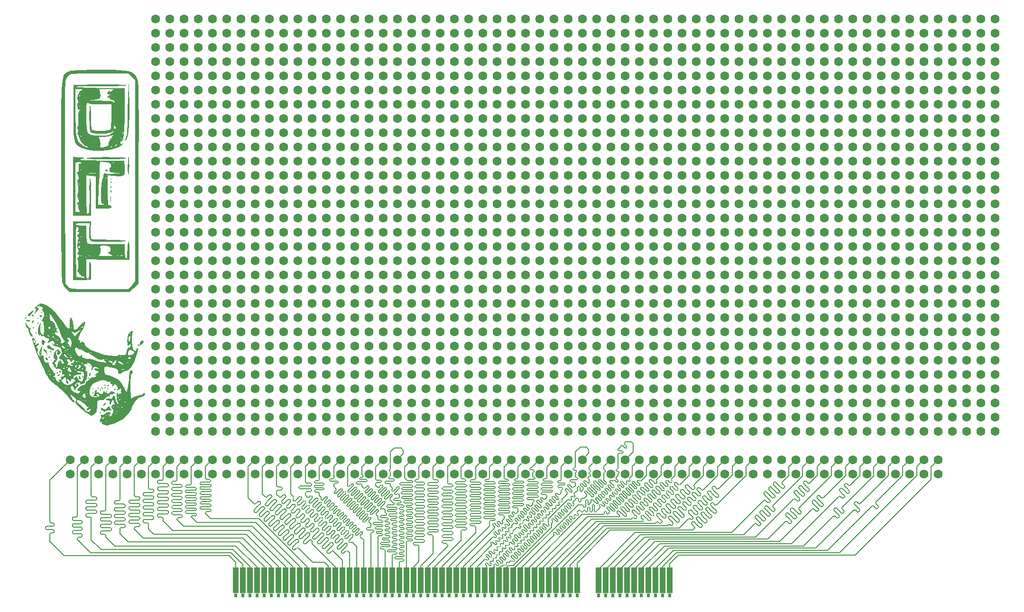
<source format=gbr>
%TF.GenerationSoftware,KiCad,Pcbnew,9.0.2*%
%TF.CreationDate,2025-06-03T09:59:19-04:00*%
%TF.ProjectId,PCI_Proto,5043495f-5072-46f7-946f-2e6b69636164,rev?*%
%TF.SameCoordinates,Original*%
%TF.FileFunction,Copper,L2,Bot*%
%TF.FilePolarity,Positive*%
%FSLAX46Y46*%
G04 Gerber Fmt 4.6, Leading zero omitted, Abs format (unit mm)*
G04 Created by KiCad (PCBNEW 9.0.2) date 2025-06-03 09:59:19*
%MOMM*%
%LPD*%
G01*
G04 APERTURE LIST*
%TA.AperFunction,EtchedComponent*%
%ADD10C,0.000000*%
%TD*%
%TA.AperFunction,ConnectorPad*%
%ADD11R,1.020000X4.570000*%
%TD*%
%TA.AperFunction,ConnectorPad*%
%ADD12R,0.510000X0.760000*%
%TD*%
%TA.AperFunction,ComponentPad*%
%ADD13C,1.600000*%
%TD*%
%TA.AperFunction,Conductor*%
%ADD14C,0.200000*%
%TD*%
%ADD15C,0.350000*%
G04 APERTURE END LIST*
D10*
%TA.AperFunction,EtchedComponent*%
%TO.C,REF\u002A\u002A*%
G36*
X82816481Y-54856392D02*
G01*
X82709758Y-54963114D01*
X82603036Y-54856392D01*
X82709758Y-54749669D01*
X82816481Y-54856392D01*
G37*
%TD.AperFunction*%
%TA.AperFunction,EtchedComponent*%
G36*
X82816481Y-61473198D02*
G01*
X82709758Y-61579921D01*
X82603036Y-61473198D01*
X82709758Y-61366476D01*
X82816481Y-61473198D01*
G37*
%TD.AperFunction*%
%TA.AperFunction,EtchedComponent*%
G36*
X88579506Y-63180761D02*
G01*
X88472783Y-63287484D01*
X88366061Y-63180761D01*
X88472783Y-63074039D01*
X88579506Y-63180761D01*
G37*
%TD.AperFunction*%
%TA.AperFunction,EtchedComponent*%
G36*
X88579506Y-67663114D02*
G01*
X88472783Y-67769837D01*
X88366060Y-67663114D01*
X88472783Y-67556392D01*
X88579506Y-67663114D01*
G37*
%TD.AperFunction*%
%TA.AperFunction,EtchedComponent*%
G36*
X88792952Y-70437904D02*
G01*
X88686229Y-70544627D01*
X88579506Y-70437904D01*
X88686229Y-70331182D01*
X88792952Y-70437904D01*
G37*
%TD.AperFunction*%
%TA.AperFunction,EtchedComponent*%
G36*
X88792952Y-70971518D02*
G01*
X88777548Y-71084515D01*
X88650655Y-71113815D01*
X88625109Y-71082531D01*
X88650655Y-70829221D01*
X88714855Y-70795828D01*
X88792952Y-70971518D01*
G37*
%TD.AperFunction*%
%TA.AperFunction,EtchedComponent*%
G36*
X88792952Y-71825299D02*
G01*
X88777548Y-71938296D01*
X88650655Y-71967596D01*
X88625109Y-71936312D01*
X88650655Y-71683002D01*
X88714855Y-71649609D01*
X88792952Y-71825299D01*
G37*
%TD.AperFunction*%
%TA.AperFunction,EtchedComponent*%
G36*
X88776101Y-72554571D02*
G01*
X88761008Y-72771060D01*
X88663995Y-72834718D01*
X88621698Y-72759204D01*
X88647144Y-72425614D01*
X88723973Y-72326818D01*
X88776101Y-72554571D01*
G37*
%TD.AperFunction*%
%TA.AperFunction,EtchedComponent*%
G36*
X88003047Y-68774150D02*
G01*
X88152615Y-68956384D01*
X88147066Y-68977686D01*
X87939170Y-69050509D01*
X87880666Y-69041823D01*
X87725725Y-68824467D01*
X87742484Y-68747264D01*
X87939170Y-68730341D01*
X88003047Y-68774150D01*
G37*
%TD.AperFunction*%
%TA.AperFunction,EtchedComponent*%
G36*
X88718166Y-73498103D02*
G01*
X88734817Y-73959753D01*
X88728590Y-74272984D01*
X88695100Y-74541154D01*
X88642317Y-74440005D01*
X88607003Y-74101477D01*
X88642316Y-73479501D01*
X88675595Y-73371373D01*
X88718166Y-73498103D01*
G37*
%TD.AperFunction*%
%TA.AperFunction,EtchedComponent*%
G36*
X91907978Y-66536006D02*
G01*
X91949380Y-66825575D01*
X91974898Y-67415361D01*
X91979630Y-68214515D01*
X91975050Y-68528731D01*
X91941041Y-69249427D01*
X91880195Y-69612750D01*
X91797119Y-69584123D01*
X91749236Y-69373763D01*
X91706457Y-68811919D01*
X91703264Y-68102600D01*
X91735381Y-67389251D01*
X91798524Y-66815314D01*
X91888416Y-66524233D01*
X91907978Y-66536006D01*
G37*
%TD.AperFunction*%
%TA.AperFunction,EtchedComponent*%
G36*
X88905605Y-66512253D02*
G01*
X89953279Y-66541989D01*
X90774226Y-66583855D01*
X91301725Y-66634260D01*
X91469055Y-66689607D01*
X91258624Y-66755558D01*
X90707155Y-66812213D01*
X89902199Y-66853207D01*
X88928765Y-66878465D01*
X87871861Y-66887920D01*
X86816496Y-66881500D01*
X85847679Y-66859131D01*
X85050418Y-66820744D01*
X84509721Y-66766266D01*
X84310599Y-66695626D01*
X84318957Y-66675614D01*
X84613581Y-66590592D01*
X85322168Y-66532544D01*
X86434610Y-66502017D01*
X87940797Y-66499557D01*
X88905605Y-66512253D01*
G37*
%TD.AperFunction*%
%TA.AperFunction,EtchedComponent*%
G36*
X91894006Y-53506869D02*
G01*
X91925875Y-53753829D01*
X91953340Y-54353411D01*
X91974813Y-55243722D01*
X91988709Y-56362871D01*
X91993442Y-57648969D01*
X91983508Y-59077732D01*
X91936944Y-60717138D01*
X91850474Y-61961515D01*
X91722101Y-62828509D01*
X91549831Y-63335765D01*
X91331666Y-63500929D01*
X91247449Y-63467206D01*
X91282336Y-63234123D01*
X91335120Y-63145143D01*
X91435388Y-62923344D01*
X91511980Y-62626862D01*
X91569601Y-62196999D01*
X91612960Y-61575059D01*
X91646766Y-60702344D01*
X91675725Y-59520156D01*
X91704544Y-57969800D01*
X91710373Y-57649049D01*
X91739842Y-56358580D01*
X91774938Y-55233628D01*
X91812987Y-54339529D01*
X91851314Y-53741619D01*
X91887247Y-53505234D01*
X91894006Y-53506869D01*
G37*
%TD.AperFunction*%
%TA.AperFunction,EtchedComponent*%
G36*
X86674916Y-50907668D02*
G01*
X87482546Y-50908475D01*
X89045905Y-50920145D01*
X90261078Y-50954400D01*
X91182453Y-51022272D01*
X91864419Y-51134796D01*
X92361365Y-51303001D01*
X92727680Y-51537923D01*
X93017752Y-51850595D01*
X93285971Y-52252048D01*
X93327843Y-52322806D01*
X93396550Y-52462489D01*
X93456176Y-52640095D01*
X93507262Y-52883408D01*
X93550345Y-53220209D01*
X93585965Y-53678284D01*
X93614658Y-54285415D01*
X93636963Y-55069384D01*
X93653420Y-56057975D01*
X93664565Y-57278972D01*
X93670939Y-58760158D01*
X93673078Y-60529316D01*
X93671521Y-62614229D01*
X93666807Y-65042680D01*
X93659475Y-67842453D01*
X93650062Y-71041330D01*
X93595473Y-89147277D01*
X92798187Y-89877885D01*
X92000901Y-90608492D01*
X86692800Y-90608492D01*
X81384699Y-90608491D01*
X80817744Y-90083056D01*
X80799874Y-90066320D01*
X80347232Y-89537527D01*
X80039517Y-89001934D01*
X80018590Y-88890615D01*
X79980332Y-88356859D01*
X79945982Y-87417039D01*
X79915697Y-86084945D01*
X79889636Y-84374366D01*
X79867959Y-82299092D01*
X79850822Y-79872913D01*
X79838385Y-77109622D01*
X79830807Y-74023006D01*
X79828246Y-70626855D01*
X79827977Y-67565486D01*
X79828210Y-64685287D01*
X79829489Y-63409451D01*
X80501166Y-63409451D01*
X80502893Y-65879398D01*
X80507585Y-68497855D01*
X80515349Y-71232452D01*
X80575304Y-89102630D01*
X81061658Y-89588754D01*
X81122075Y-89648318D01*
X81287471Y-89787222D01*
X81493960Y-89892140D01*
X81796656Y-89967839D01*
X82250673Y-90019085D01*
X82911125Y-90050645D01*
X83833126Y-90067286D01*
X85071788Y-90073775D01*
X86682227Y-90074879D01*
X91816443Y-90074879D01*
X92439151Y-89377815D01*
X93061859Y-88680749D01*
X93061859Y-70738286D01*
X93061859Y-52795823D01*
X92437942Y-52171906D01*
X91814025Y-51547988D01*
X86674917Y-51547988D01*
X85123115Y-51549669D01*
X83861045Y-51557667D01*
X82919507Y-51576111D01*
X82244060Y-51609129D01*
X81780263Y-51660843D01*
X81473673Y-51735385D01*
X81269848Y-51836878D01*
X81114347Y-51969450D01*
X80817848Y-52350951D01*
X80574140Y-52876593D01*
X80563439Y-52997386D01*
X80547302Y-53521338D01*
X80533405Y-54420406D01*
X80521854Y-55662217D01*
X80512750Y-57214399D01*
X80506199Y-59044580D01*
X80502303Y-61120388D01*
X80501166Y-63409451D01*
X79829489Y-63409451D01*
X79830722Y-62179484D01*
X79837292Y-60020974D01*
X79849701Y-58182653D01*
X79869729Y-56637415D01*
X79899155Y-55358156D01*
X79939760Y-54317772D01*
X79993324Y-53489159D01*
X80061626Y-52845211D01*
X80146446Y-52358824D01*
X80249565Y-52002894D01*
X80372762Y-51750314D01*
X80517817Y-51573984D01*
X80686510Y-51446797D01*
X80880622Y-51341648D01*
X81101931Y-51231433D01*
X81208420Y-51182834D01*
X81544200Y-51085655D01*
X82037090Y-51013193D01*
X82741028Y-50962305D01*
X83709950Y-50929847D01*
X84997795Y-50912677D01*
X86658498Y-50907652D01*
X86674916Y-50907668D01*
G37*
%TD.AperFunction*%
%TA.AperFunction,EtchedComponent*%
G36*
X82923204Y-66518488D02*
G01*
X83037445Y-66521062D01*
X83040754Y-66521137D01*
X83714771Y-66559013D01*
X83964982Y-66635157D01*
X83793100Y-66753743D01*
X83200842Y-66918951D01*
X83172762Y-66926380D01*
X83186387Y-66980925D01*
X83589705Y-67028049D01*
X84349775Y-67066026D01*
X85377825Y-67091738D01*
X85433653Y-67093135D01*
X86743725Y-67106970D01*
X86808398Y-67107652D01*
X89113120Y-67119330D01*
X91120481Y-67129501D01*
X91184027Y-68463535D01*
X91194802Y-68705845D01*
X91188803Y-69329884D01*
X91060008Y-69705156D01*
X90732786Y-69884713D01*
X90131504Y-69921606D01*
X89180531Y-69868888D01*
X88152350Y-69797568D01*
X88152483Y-72512298D01*
X88152806Y-72820597D01*
X88162691Y-73855012D01*
X88192025Y-74539025D01*
X88248414Y-74934188D01*
X88339466Y-75102052D01*
X88472783Y-75104167D01*
X88661712Y-75081955D01*
X88792952Y-75324312D01*
X88774574Y-75433790D01*
X88600938Y-75577677D01*
X88173216Y-75648444D01*
X87405557Y-75667316D01*
X86018163Y-75667316D01*
X86018163Y-75026980D01*
X86396608Y-75026980D01*
X87114527Y-74997912D01*
X87283416Y-74988787D01*
X87537091Y-74944272D01*
X87377411Y-74879649D01*
X87347855Y-74873644D01*
X87149827Y-74800219D01*
X87027401Y-74627316D01*
X86964810Y-74273129D01*
X86946286Y-73655851D01*
X86956058Y-72693672D01*
X86961958Y-72421315D01*
X87017598Y-71398912D01*
X87116155Y-70663372D01*
X87249159Y-70284314D01*
X87286755Y-70224459D01*
X87725725Y-70224459D01*
X87832447Y-70331182D01*
X87939170Y-70224459D01*
X87832447Y-70117736D01*
X87725725Y-70224459D01*
X87286755Y-70224459D01*
X87372254Y-70088339D01*
X87382331Y-69845491D01*
X87344771Y-69773719D01*
X87410864Y-69468813D01*
X87494806Y-69375852D01*
X87699045Y-69401251D01*
X87715646Y-69416027D01*
X87832447Y-69439891D01*
X88035880Y-69481456D01*
X88646872Y-69498302D01*
X89433288Y-69462493D01*
X91034128Y-69340863D01*
X89753456Y-69302258D01*
X89055059Y-69268999D01*
X88660641Y-69192223D01*
X88490513Y-69027971D01*
X88442090Y-68731603D01*
X88474946Y-68404990D01*
X88620124Y-68328552D01*
X88742399Y-68293346D01*
X88757540Y-67953612D01*
X88750180Y-67905876D01*
X88631258Y-67608586D01*
X88326286Y-67457228D01*
X88261088Y-67449669D01*
X89006397Y-67449669D01*
X89113120Y-67556392D01*
X89219842Y-67449669D01*
X89113120Y-67342946D01*
X89006397Y-67449669D01*
X88261088Y-67449669D01*
X87714977Y-67386353D01*
X86743725Y-67323037D01*
X86712850Y-68133412D01*
X86709127Y-68227771D01*
X86683394Y-68830140D01*
X86643361Y-69727120D01*
X86593753Y-70813829D01*
X86539292Y-71985383D01*
X86396608Y-75026980D01*
X86018163Y-75026980D01*
X86018163Y-72808223D01*
X86018162Y-69949129D01*
X85164380Y-69867707D01*
X84310599Y-69786287D01*
X84310599Y-73141095D01*
X84314802Y-73834140D01*
X84339465Y-74905620D01*
X84382507Y-75776992D01*
X84439665Y-76372675D01*
X84506676Y-76617086D01*
X84662435Y-76591240D01*
X84784904Y-76238752D01*
X84859053Y-75526301D01*
X84887023Y-74432264D01*
X84870950Y-72935019D01*
X84869651Y-72873522D01*
X84862746Y-71866271D01*
X84882791Y-71027807D01*
X84926079Y-70444070D01*
X84988902Y-70200994D01*
X85029308Y-70268333D01*
X85082984Y-70680768D01*
X85125796Y-71405785D01*
X85154132Y-72375059D01*
X85164380Y-73520265D01*
X85164380Y-76947987D01*
X83563540Y-76947988D01*
X81962699Y-76947988D01*
X81962699Y-71722418D01*
X81962699Y-67436054D01*
X82389590Y-67436054D01*
X82389590Y-71871853D01*
X82389590Y-76307652D01*
X82869842Y-76304384D01*
X83134085Y-76264748D01*
X83114894Y-76144301D01*
X82964715Y-75886858D01*
X82908497Y-75400509D01*
X82867565Y-74996086D01*
X82716807Y-74810266D01*
X82642628Y-74783136D01*
X82771392Y-74632473D01*
X82936610Y-74383768D01*
X82838380Y-73910629D01*
X82724995Y-73511706D01*
X82734276Y-73259325D01*
X82817818Y-73078616D01*
X82887324Y-72558860D01*
X82882141Y-71890432D01*
X82804093Y-71291686D01*
X83029926Y-71291686D01*
X83136649Y-71398408D01*
X83243372Y-71291686D01*
X83136649Y-71184963D01*
X83029926Y-71291686D01*
X82804093Y-71291686D01*
X82797137Y-71238324D01*
X82783026Y-71169093D01*
X82737862Y-70725854D01*
X82803288Y-70544627D01*
X82861391Y-70513775D01*
X82925633Y-70238593D01*
X82884615Y-69848351D01*
X82749681Y-69552896D01*
X82633822Y-69378176D01*
X82633548Y-69370305D01*
X84658431Y-69370305D01*
X84790851Y-69416836D01*
X85275349Y-69452566D01*
X85964800Y-69416836D01*
X86102273Y-69375607D01*
X85904778Y-69341153D01*
X85377825Y-69327917D01*
X84900844Y-69338118D01*
X84658431Y-69370305D01*
X82633548Y-69370305D01*
X82626088Y-69156015D01*
X82798506Y-69146123D01*
X82845811Y-69149773D01*
X82931668Y-68912979D01*
X82934246Y-68730341D01*
X83243372Y-68730341D01*
X83350094Y-68837064D01*
X83456817Y-68730341D01*
X83350094Y-68623620D01*
X83243372Y-68730341D01*
X82934246Y-68730341D01*
X82938884Y-68401739D01*
X82926575Y-68029238D01*
X82987621Y-67682818D01*
X83136649Y-67653186D01*
X83170304Y-67646494D01*
X83303063Y-67674025D01*
X83350094Y-67636725D01*
X83456818Y-67552084D01*
X83322870Y-67428130D01*
X82923204Y-67391891D01*
X82389590Y-67436054D01*
X81962699Y-67436054D01*
X81962699Y-66496849D01*
X82923204Y-66518488D01*
G37*
%TD.AperFunction*%
%TA.AperFunction,EtchedComponent*%
G36*
X85109056Y-79492541D02*
G01*
X85108234Y-79517648D01*
X85100728Y-80267183D01*
X85126091Y-80831184D01*
X85179045Y-81089264D01*
X85236773Y-81108431D01*
X85641337Y-81151759D01*
X86360531Y-81190524D01*
X87315897Y-81221090D01*
X88428976Y-81239822D01*
X88955074Y-81247475D01*
X89970842Y-81277646D01*
X90773783Y-81322724D01*
X91292545Y-81378016D01*
X91455771Y-81438832D01*
X91393276Y-81467375D01*
X90982526Y-81525519D01*
X90258168Y-81575347D01*
X89297571Y-81612301D01*
X88178103Y-81631827D01*
X87678397Y-81636463D01*
X86539760Y-81643282D01*
X85746170Y-81612215D01*
X85237377Y-81506685D01*
X84953130Y-81290111D01*
X84833182Y-80925917D01*
X84817282Y-80377524D01*
X84845180Y-79608352D01*
X84887758Y-78330536D01*
X83542638Y-78332960D01*
X82994767Y-78348873D01*
X82493919Y-78416669D01*
X82388981Y-78514664D01*
X82586194Y-78582181D01*
X82689458Y-78617534D01*
X83350094Y-78693647D01*
X83404859Y-78699957D01*
X84203876Y-78754969D01*
X84309973Y-78762274D01*
X84310286Y-80286917D01*
X84314052Y-80697023D01*
X84357265Y-81386113D01*
X84462828Y-81772283D01*
X84648224Y-81941118D01*
X84720641Y-81958386D01*
X84844212Y-81970295D01*
X85179173Y-82002582D01*
X85946906Y-82038221D01*
X86937184Y-82062015D01*
X87506557Y-82066394D01*
X88063350Y-82070677D01*
X89966901Y-82070677D01*
X90589450Y-82070677D01*
X91140851Y-82070677D01*
X91140851Y-83232030D01*
X91158070Y-83698410D01*
X91235565Y-84254327D01*
X91354296Y-84525299D01*
X91450098Y-84554671D01*
X91589012Y-84377812D01*
X91603231Y-84151532D01*
X91634287Y-83583537D01*
X91670994Y-82860263D01*
X91709506Y-82319726D01*
X91782359Y-81759799D01*
X91863169Y-81490656D01*
X91885957Y-81494468D01*
X91941485Y-81760379D01*
X91980133Y-82330788D01*
X91994632Y-83115803D01*
X91994632Y-84872414D01*
X88152348Y-84805579D01*
X84310063Y-84738745D01*
X84310331Y-86517456D01*
X84315722Y-87080907D01*
X84354926Y-87779772D01*
X84439315Y-88137100D01*
X84577405Y-88206757D01*
X84697719Y-88074963D01*
X84791591Y-87582334D01*
X84798485Y-86702731D01*
X84802867Y-85988719D01*
X84860214Y-85423984D01*
X84958569Y-85160917D01*
X84971808Y-85155232D01*
X85074124Y-85328503D01*
X85140649Y-85868713D01*
X85164380Y-86722718D01*
X85164380Y-88411719D01*
X83563540Y-88454089D01*
X81962699Y-88496460D01*
X81962699Y-83255837D01*
X81962699Y-81834345D01*
X82428256Y-81834345D01*
X82438707Y-83394595D01*
X82496313Y-87920194D01*
X83296733Y-87998046D01*
X83444858Y-88010360D01*
X83909796Y-88014216D01*
X84097153Y-87954800D01*
X84011761Y-87883286D01*
X83657666Y-87833703D01*
X83414458Y-87787943D01*
X83353364Y-87614969D01*
X83390501Y-87529979D01*
X83280582Y-87454885D01*
X83223739Y-87463669D01*
X83069500Y-87323953D01*
X83037580Y-87219505D01*
X82781350Y-86953692D01*
X82662936Y-86857412D01*
X82709758Y-86769682D01*
X82822851Y-86617913D01*
X82895154Y-86181607D01*
X82907269Y-85611639D01*
X82856859Y-85061209D01*
X82741585Y-84683520D01*
X82690084Y-84554718D01*
X82803884Y-84418577D01*
X82912037Y-84377748D01*
X82938646Y-84311854D01*
X84097154Y-84311854D01*
X84203877Y-84418577D01*
X84310599Y-84311854D01*
X84203877Y-84205131D01*
X84097154Y-84311854D01*
X82938646Y-84311854D01*
X83024840Y-84098408D01*
X83243372Y-84098408D01*
X83350094Y-84205130D01*
X83456817Y-84098408D01*
X84737489Y-84098408D01*
X84844212Y-84205130D01*
X84950935Y-84098408D01*
X84897047Y-84044521D01*
X86554729Y-84044521D01*
X86629013Y-84151588D01*
X86984441Y-84190333D01*
X87693407Y-84180630D01*
X88306445Y-84159285D01*
X88812215Y-84134942D01*
X89006397Y-84115897D01*
X89004481Y-84112584D01*
X88985526Y-84098408D01*
X89860178Y-84098408D01*
X89966901Y-84205131D01*
X90073624Y-84098408D01*
X90017932Y-84042717D01*
X90379645Y-84042717D01*
X90460494Y-84137493D01*
X90583924Y-84171595D01*
X90869597Y-84120642D01*
X90866292Y-84047780D01*
X90589450Y-84008537D01*
X90379645Y-84042717D01*
X90017932Y-84042717D01*
X89966901Y-83991686D01*
X89860178Y-84098408D01*
X88985526Y-84098408D01*
X88817884Y-83973036D01*
X88419422Y-83703531D01*
X88328492Y-83641931D01*
X88097543Y-83448154D01*
X88184945Y-83425879D01*
X88339429Y-83437796D01*
X88594578Y-83241113D01*
X88672827Y-82876157D01*
X88512128Y-82515568D01*
X88482920Y-82490796D01*
X88084870Y-82344049D01*
X87506557Y-82284123D01*
X87401314Y-82284407D01*
X86950328Y-82323137D01*
X86796155Y-82501840D01*
X86826700Y-82926414D01*
X86817136Y-83457226D01*
X86650694Y-83894366D01*
X86554729Y-84044521D01*
X84897047Y-84044521D01*
X84844212Y-83991686D01*
X84737489Y-84098408D01*
X83456817Y-84098408D01*
X83350094Y-83991686D01*
X83243372Y-84098408D01*
X83024840Y-84098408D01*
X83029926Y-84085812D01*
X82996139Y-83931421D01*
X82795186Y-83898124D01*
X82690801Y-83879729D01*
X82825794Y-83547394D01*
X82962703Y-83202099D01*
X82868398Y-82977339D01*
X82787464Y-82842853D01*
X82758904Y-82616888D01*
X82816481Y-82616888D01*
X82822030Y-82638190D01*
X83029927Y-82711013D01*
X83088428Y-82702327D01*
X83243372Y-82484971D01*
X83226613Y-82407769D01*
X83029927Y-82390845D01*
X82966050Y-82434655D01*
X82816481Y-82616888D01*
X82758904Y-82616888D01*
X82733347Y-82414678D01*
X82740520Y-81858726D01*
X82749548Y-81786084D01*
X82887629Y-81786084D01*
X82918914Y-81811629D01*
X83029926Y-81800434D01*
X83172223Y-81786084D01*
X83205616Y-81721883D01*
X83029926Y-81643787D01*
X82916929Y-81659190D01*
X82887629Y-81786084D01*
X82749548Y-81786084D01*
X82804423Y-81344560D01*
X82920489Y-81041739D01*
X82940502Y-80944239D01*
X82805889Y-80683282D01*
X83243372Y-80683282D01*
X83350094Y-80790006D01*
X83456818Y-80683282D01*
X83350094Y-80576560D01*
X83243372Y-80683282D01*
X82805889Y-80683282D01*
X82788494Y-80649560D01*
X82660013Y-80446981D01*
X82790346Y-80363115D01*
X82905129Y-80322169D01*
X83029926Y-80030349D01*
X82991037Y-79858946D01*
X82763120Y-79857877D01*
X82624628Y-79900033D01*
X82781494Y-79666378D01*
X82927803Y-79383337D01*
X82887568Y-79024512D01*
X82586194Y-78868997D01*
X82521805Y-79052158D01*
X82470903Y-79629469D01*
X82439355Y-80568084D01*
X82428256Y-81834345D01*
X81962699Y-81834345D01*
X81962699Y-78015215D01*
X83560582Y-78015215D01*
X85158465Y-78015215D01*
X85109056Y-79492541D01*
G37*
%TD.AperFunction*%
%TA.AperFunction,EtchedComponent*%
G36*
X89832631Y-53520786D02*
G01*
X90752147Y-53551001D01*
X91309740Y-53598722D01*
X91473067Y-53662948D01*
X91461595Y-53673264D01*
X91153822Y-53733405D01*
X90479036Y-53780224D01*
X89489004Y-53811956D01*
X88235496Y-53826839D01*
X86770280Y-53823110D01*
X86217704Y-53819320D01*
X84943098Y-53819302D01*
X83859429Y-53831595D01*
X83025673Y-53854796D01*
X82500806Y-53887503D01*
X82343801Y-53928316D01*
X82362998Y-53937976D01*
X82389590Y-53941814D01*
X82694134Y-53985770D01*
X83371780Y-54033480D01*
X84329417Y-54077899D01*
X84488792Y-54083058D01*
X85500525Y-54115817D01*
X86818582Y-54144031D01*
X87841886Y-54160690D01*
X89846281Y-54193320D01*
X90607237Y-54205708D01*
X90785108Y-54208604D01*
X91140851Y-54214395D01*
X91140851Y-58416876D01*
X91132271Y-59773800D01*
X91090747Y-61313182D01*
X91013190Y-62453590D01*
X90897833Y-63210544D01*
X90742909Y-63599563D01*
X90546653Y-63636167D01*
X90449754Y-63649800D01*
X90378547Y-63931667D01*
X90378906Y-63972849D01*
X90448706Y-64207351D01*
X90706337Y-64079758D01*
X90738667Y-64055901D01*
X90813502Y-64052475D01*
X90623029Y-64309987D01*
X90145547Y-64683461D01*
X89267802Y-65040949D01*
X88165124Y-65280733D01*
X86941843Y-65394197D01*
X85702292Y-65372728D01*
X84550801Y-65207711D01*
X83591702Y-64890532D01*
X83332910Y-64762909D01*
X82897027Y-64505426D01*
X82564974Y-64202397D01*
X82323566Y-63799366D01*
X82159615Y-63241878D01*
X82059931Y-62475477D01*
X82011330Y-61445707D01*
X82000622Y-60098114D01*
X82013581Y-58506067D01*
X82389590Y-58506067D01*
X82392772Y-59567348D01*
X82417354Y-60985541D01*
X82477586Y-62069452D01*
X82586791Y-62876314D01*
X82758293Y-63463357D01*
X83005413Y-63887811D01*
X83341475Y-64206908D01*
X83779803Y-64477878D01*
X83921258Y-64549799D01*
X84392625Y-64724195D01*
X84657915Y-64718880D01*
X84689158Y-64642235D01*
X84484063Y-64568156D01*
X84074909Y-64430199D01*
X83582996Y-64023627D01*
X83190352Y-63490920D01*
X83032763Y-62986588D01*
X86552752Y-62986588D01*
X86656875Y-63178806D01*
X86812489Y-63574614D01*
X86826700Y-64139311D01*
X86794209Y-64471811D01*
X86892399Y-64725678D01*
X87244325Y-64781602D01*
X87595288Y-64714684D01*
X87603484Y-64710453D01*
X88650655Y-64710453D01*
X88681939Y-64735999D01*
X88935248Y-64710453D01*
X88968641Y-64646253D01*
X88792952Y-64568156D01*
X88679954Y-64583560D01*
X88650655Y-64710453D01*
X87603484Y-64710453D01*
X88013359Y-64498874D01*
X88025835Y-64486627D01*
X89433288Y-64486627D01*
X89447185Y-64515823D01*
X89646733Y-64461434D01*
X89709917Y-64417582D01*
X89860178Y-64222794D01*
X89846281Y-64193598D01*
X89646733Y-64247988D01*
X89583549Y-64291840D01*
X89433288Y-64486627D01*
X88025835Y-64486627D01*
X88289892Y-64227417D01*
X88293979Y-63998035D01*
X88283188Y-63930002D01*
X88426436Y-63597587D01*
X88706350Y-63180761D01*
X90500515Y-63180761D01*
X90607237Y-63287483D01*
X90713960Y-63180761D01*
X90607237Y-63074039D01*
X90500515Y-63180761D01*
X88706350Y-63180761D01*
X88747947Y-63118818D01*
X88792951Y-63059322D01*
X88913237Y-62900308D01*
X89140629Y-62568980D01*
X89118568Y-62491553D01*
X88859470Y-62611548D01*
X88706320Y-62675500D01*
X88105735Y-62807891D01*
X87393454Y-62860593D01*
X87193285Y-62861618D01*
X86706936Y-62891494D01*
X86552752Y-62986588D01*
X83032763Y-62986588D01*
X83029926Y-62977508D01*
X82988092Y-62753871D01*
X83243372Y-62753871D01*
X83350094Y-62860593D01*
X83456818Y-62753871D01*
X83350095Y-62647148D01*
X83243372Y-62753871D01*
X82988092Y-62753871D01*
X82962247Y-62615708D01*
X82763120Y-62430434D01*
X82647935Y-62410429D01*
X82709758Y-62270350D01*
X82813840Y-62158607D01*
X82906057Y-61705543D01*
X82724499Y-61173413D01*
X82644254Y-61010897D01*
X82750999Y-61005838D01*
X82837078Y-60976444D01*
X82898931Y-60599360D01*
X82878865Y-59847638D01*
X82866837Y-59634024D01*
X82876957Y-59283952D01*
X84310599Y-59283952D01*
X84315611Y-60252575D01*
X84362354Y-61242741D01*
X84498432Y-61913762D01*
X84771359Y-62327675D01*
X85228646Y-62546518D01*
X85917807Y-62632330D01*
X86886355Y-62647148D01*
X86930348Y-62647128D01*
X87774553Y-62630001D01*
X88311436Y-62562705D01*
X88655177Y-62418482D01*
X88919954Y-62170574D01*
X88971312Y-62109244D01*
X90759563Y-62109244D01*
X90785108Y-62362554D01*
X90849308Y-62395947D01*
X90927405Y-62220257D01*
X90912001Y-62107260D01*
X90785108Y-62077960D01*
X90759563Y-62109244D01*
X88971312Y-62109244D01*
X89118568Y-61933397D01*
X89180601Y-61859319D01*
X89189278Y-61807790D01*
X88919968Y-62010490D01*
X88915326Y-62014041D01*
X88482169Y-62176121D01*
X87786268Y-62276559D01*
X86964491Y-62314281D01*
X86153706Y-62288212D01*
X85490782Y-62197276D01*
X85112588Y-62040398D01*
X85022847Y-61786663D01*
X84943968Y-61223351D01*
X84886413Y-60461321D01*
X84852595Y-59604591D01*
X84844925Y-58757177D01*
X84865816Y-58023098D01*
X84917679Y-57506371D01*
X85002926Y-57311013D01*
X85043043Y-57378554D01*
X85100582Y-57779700D01*
X85136922Y-58461384D01*
X85145507Y-59330753D01*
X85145631Y-59822166D01*
X85166120Y-60653988D01*
X85208216Y-61272883D01*
X85266164Y-61571929D01*
X85277487Y-61585508D01*
X85585678Y-61690744D01*
X86188685Y-61765150D01*
X86968426Y-61793366D01*
X87443551Y-61788612D01*
X88119734Y-61744098D01*
X88497993Y-61638790D01*
X88663393Y-61455741D01*
X88692946Y-61325613D01*
X88713870Y-61112266D01*
X89223111Y-61112266D01*
X89271848Y-61402291D01*
X89433288Y-61473198D01*
X89573409Y-61382193D01*
X89614776Y-61243826D01*
X89433288Y-60939585D01*
X89379984Y-60861410D01*
X89256584Y-60793036D01*
X89223111Y-61112266D01*
X88713870Y-61112266D01*
X88744270Y-60802287D01*
X88779722Y-60024657D01*
X88792952Y-59107842D01*
X88792952Y-57097568D01*
X86807910Y-57097568D01*
X86750220Y-57097502D01*
X85674512Y-57065414D01*
X84931346Y-56978305D01*
X84566733Y-56841434D01*
X84488792Y-56804058D01*
X84403328Y-56951102D01*
X84348476Y-57381628D01*
X84319235Y-58143341D01*
X84310599Y-59283952D01*
X82876957Y-59283952D01*
X82893084Y-58726043D01*
X83071451Y-58213316D01*
X83078691Y-58204362D01*
X83229339Y-57980068D01*
X83083288Y-58029697D01*
X82956341Y-58084594D01*
X82801775Y-58017308D01*
X82771736Y-57748455D01*
X82729927Y-57417736D01*
X83029926Y-57417736D01*
X83136649Y-57524459D01*
X83243372Y-57417736D01*
X83136649Y-57311013D01*
X83029926Y-57417736D01*
X82729927Y-57417736D01*
X82709202Y-57253801D01*
X82707942Y-56857340D01*
X82863611Y-56806528D01*
X82981900Y-56849546D01*
X82913494Y-56654966D01*
X82847782Y-56527602D01*
X82816764Y-56349080D01*
X84910943Y-56349080D01*
X85115311Y-56379640D01*
X85702311Y-56402754D01*
X86694072Y-56421350D01*
X87648079Y-56444967D01*
X88545229Y-56502455D01*
X89080973Y-56594057D01*
X89256584Y-56702262D01*
X89291927Y-56724038D01*
X89346004Y-56824851D01*
X89416437Y-56759613D01*
X89417922Y-56730359D01*
X89252464Y-56368379D01*
X88744781Y-56243787D01*
X88533460Y-56201784D01*
X88476052Y-56025053D01*
X88515102Y-55941003D01*
X88435287Y-55836884D01*
X88123475Y-55855956D01*
X88049557Y-55733661D01*
X88366061Y-55475787D01*
X88682503Y-55275220D01*
X88725672Y-55198463D01*
X88423125Y-55248955D01*
X88258725Y-55278887D01*
X88056740Y-55235215D01*
X88163828Y-54942163D01*
X88316071Y-54699435D01*
X88492890Y-54536224D01*
X88526286Y-54566550D01*
X88444408Y-54803029D01*
X88433000Y-54916439D01*
X88698618Y-54756706D01*
X88980923Y-54544980D01*
X89202055Y-54383176D01*
X89203878Y-54381609D01*
X89037419Y-54351911D01*
X88549799Y-54330808D01*
X87841886Y-54322778D01*
X87163488Y-54331473D01*
X86717993Y-54373571D01*
X86569277Y-54467127D01*
X86647786Y-54630039D01*
X86799594Y-54986115D01*
X86834005Y-55537182D01*
X86833992Y-55537293D01*
X86765891Y-55873009D01*
X86588683Y-56067803D01*
X86196766Y-56178335D01*
X85484548Y-56261266D01*
X85067079Y-56308143D01*
X84910943Y-56349080D01*
X82816764Y-56349080D01*
X82743169Y-55925515D01*
X82815003Y-55496728D01*
X83029926Y-55496728D01*
X83136649Y-55603450D01*
X83243372Y-55496728D01*
X83136649Y-55390005D01*
X83029926Y-55496728D01*
X82815003Y-55496728D01*
X82851480Y-55278995D01*
X83128981Y-54742519D01*
X83136649Y-54737344D01*
X83350094Y-54593287D01*
X83531936Y-54470562D01*
X83626645Y-54445728D01*
X83589332Y-54388266D01*
X83190010Y-54351847D01*
X82389590Y-54322778D01*
X82389590Y-58506067D01*
X82013581Y-58506067D01*
X82014621Y-58378241D01*
X82069422Y-53575719D01*
X86833143Y-53519180D01*
X87037201Y-53516884D01*
X88583535Y-53509080D01*
X89832631Y-53520786D01*
G37*
%TD.AperFunction*%
%TA.AperFunction,EtchedComponent*%
G36*
X76459910Y-94195866D02*
G01*
X76353186Y-94302590D01*
X76246463Y-94195867D01*
X76353187Y-94089145D01*
X76459910Y-94195866D01*
G37*
%TD.AperFunction*%
%TA.AperFunction,EtchedComponent*%
G36*
X75819574Y-95263094D02*
G01*
X75712851Y-95369817D01*
X75606128Y-95263094D01*
X75712852Y-95156372D01*
X75819574Y-95263094D01*
G37*
%TD.AperFunction*%
%TA.AperFunction,EtchedComponent*%
G36*
X75819574Y-96116876D02*
G01*
X75712851Y-96223598D01*
X75606128Y-96116876D01*
X75712851Y-96010153D01*
X75819574Y-96116876D01*
G37*
%TD.AperFunction*%
%TA.AperFunction,EtchedComponent*%
G36*
X74965792Y-96970657D02*
G01*
X74859069Y-97077380D01*
X74752347Y-96970657D01*
X74859069Y-96863935D01*
X74965792Y-96970657D01*
G37*
%TD.AperFunction*%
%TA.AperFunction,EtchedComponent*%
G36*
X76459910Y-96970657D02*
G01*
X76353187Y-97077380D01*
X76246464Y-96970657D01*
X76353187Y-96863935D01*
X76459910Y-96970657D01*
G37*
%TD.AperFunction*%
%TA.AperFunction,EtchedComponent*%
G36*
X76459910Y-97397548D02*
G01*
X76353187Y-97504271D01*
X76246464Y-97397548D01*
X76353187Y-97290825D01*
X76459910Y-97397548D01*
G37*
%TD.AperFunction*%
%TA.AperFunction,EtchedComponent*%
G36*
X83503607Y-101026119D02*
G01*
X83396886Y-101132842D01*
X83290162Y-101026118D01*
X83396885Y-100919397D01*
X83503607Y-101026119D01*
G37*
%TD.AperFunction*%
%TA.AperFunction,EtchedComponent*%
G36*
X78167473Y-101666456D02*
G01*
X78060750Y-101773178D01*
X77954027Y-101666456D01*
X78060750Y-101559733D01*
X78167473Y-101666456D01*
G37*
%TD.AperFunction*%
%TA.AperFunction,EtchedComponent*%
G36*
X78167473Y-102733682D02*
G01*
X78060750Y-102840405D01*
X77954027Y-102733682D01*
X78060750Y-102626960D01*
X78167473Y-102733682D01*
G37*
%TD.AperFunction*%
%TA.AperFunction,EtchedComponent*%
G36*
X84997725Y-103800909D02*
G01*
X84891002Y-103907632D01*
X84784280Y-103800909D01*
X84891001Y-103694187D01*
X84997725Y-103800909D01*
G37*
%TD.AperFunction*%
%TA.AperFunction,EtchedComponent*%
G36*
X83717053Y-105721918D02*
G01*
X83610330Y-105828641D01*
X83503607Y-105721918D01*
X83610330Y-105615195D01*
X83717053Y-105721918D01*
G37*
%TD.AperFunction*%
%TA.AperFunction,EtchedComponent*%
G36*
X84784280Y-105935363D02*
G01*
X84677557Y-106042086D01*
X84570834Y-105935363D01*
X84677557Y-105828640D01*
X84784280Y-105935363D01*
G37*
%TD.AperFunction*%
%TA.AperFunction,EtchedComponent*%
G36*
X87772515Y-107216035D02*
G01*
X87665792Y-107322758D01*
X87559069Y-107216035D01*
X87665792Y-107109313D01*
X87772515Y-107216035D01*
G37*
%TD.AperFunction*%
%TA.AperFunction,EtchedComponent*%
G36*
X87772515Y-107642926D02*
G01*
X87665792Y-107749649D01*
X87559070Y-107642926D01*
X87665792Y-107536203D01*
X87772515Y-107642926D01*
G37*
%TD.AperFunction*%
%TA.AperFunction,EtchedComponent*%
G36*
X85638061Y-107856372D02*
G01*
X85531338Y-107963094D01*
X85424616Y-107856373D01*
X85531338Y-107749649D01*
X85638061Y-107856372D01*
G37*
%TD.AperFunction*%
%TA.AperFunction,EtchedComponent*%
G36*
X88199406Y-107856372D02*
G01*
X88092683Y-107963094D01*
X87985960Y-107856372D01*
X88092683Y-107749649D01*
X88199406Y-107856372D01*
G37*
%TD.AperFunction*%
%TA.AperFunction,EtchedComponent*%
G36*
X86918733Y-108069817D02*
G01*
X86812011Y-108176540D01*
X86705288Y-108069817D01*
X86812011Y-107963094D01*
X86918733Y-108069817D01*
G37*
%TD.AperFunction*%
%TA.AperFunction,EtchedComponent*%
G36*
X85638061Y-108496708D02*
G01*
X85531338Y-108603430D01*
X85424616Y-108496709D01*
X85531338Y-108389985D01*
X85638061Y-108496708D01*
G37*
%TD.AperFunction*%
%TA.AperFunction,EtchedComponent*%
G36*
X83930497Y-109137044D02*
G01*
X83823774Y-109243767D01*
X83717053Y-109137044D01*
X83823774Y-109030321D01*
X83930497Y-109137044D01*
G37*
%TD.AperFunction*%
%TA.AperFunction,EtchedComponent*%
G36*
X86918733Y-112125279D02*
G01*
X86812011Y-112232002D01*
X86705288Y-112125279D01*
X86812011Y-112018556D01*
X86918733Y-112125279D01*
G37*
%TD.AperFunction*%
%TA.AperFunction,EtchedComponent*%
G36*
X88626296Y-112552170D02*
G01*
X88519574Y-112658893D01*
X88412851Y-112552170D01*
X88519574Y-112445447D01*
X88626296Y-112552170D01*
G37*
%TD.AperFunction*%
%TA.AperFunction,EtchedComponent*%
G36*
X75392683Y-97931162D02*
G01*
X75377279Y-98044159D01*
X75250386Y-98073458D01*
X75224841Y-98042174D01*
X75250386Y-97788865D01*
X75314587Y-97755472D01*
X75392683Y-97931162D01*
G37*
%TD.AperFunction*%
%TA.AperFunction,EtchedComponent*%
G36*
X78067025Y-101148246D02*
G01*
X78096324Y-101275139D01*
X78065040Y-101300684D01*
X77811731Y-101275139D01*
X77778338Y-101210938D01*
X77954027Y-101132842D01*
X78067025Y-101148246D01*
G37*
%TD.AperFunction*%
%TA.AperFunction,EtchedComponent*%
G36*
X79234700Y-104974859D02*
G01*
X79219296Y-105087856D01*
X79092403Y-105117156D01*
X79066858Y-105085872D01*
X79092403Y-104832562D01*
X79156603Y-104799169D01*
X79234700Y-104974859D01*
G37*
%TD.AperFunction*%
%TA.AperFunction,EtchedComponent*%
G36*
X86491842Y-107749649D02*
G01*
X86476439Y-107862646D01*
X86349546Y-107891946D01*
X86324000Y-107860663D01*
X86349546Y-107607352D01*
X86413746Y-107573959D01*
X86491842Y-107749649D01*
G37*
%TD.AperFunction*%
%TA.AperFunction,EtchedComponent*%
G36*
X89480078Y-107963094D02*
G01*
X89464674Y-108076092D01*
X89337781Y-108105391D01*
X89312236Y-108074107D01*
X89337781Y-107820797D01*
X89401982Y-107787405D01*
X89480078Y-107963094D01*
G37*
%TD.AperFunction*%
%TA.AperFunction,EtchedComponent*%
G36*
X87985961Y-108389985D02*
G01*
X87970555Y-108502982D01*
X87843663Y-108532282D01*
X87818117Y-108500998D01*
X87843663Y-108247688D01*
X87907864Y-108214295D01*
X87985961Y-108389985D01*
G37*
%TD.AperFunction*%
%TA.AperFunction,EtchedComponent*%
G36*
X76234911Y-94733656D02*
G01*
X76450476Y-94834482D01*
X76261213Y-95040534D01*
X76184251Y-95069538D01*
X75928449Y-94946408D01*
X75907306Y-94834497D01*
X76127145Y-94729481D01*
X76234911Y-94733656D01*
G37*
%TD.AperFunction*%
%TA.AperFunction,EtchedComponent*%
G36*
X77337103Y-102444088D02*
G01*
X77456552Y-102639135D01*
X77482694Y-102786117D01*
X77208194Y-102704618D01*
X77065497Y-102613499D01*
X77021430Y-102368361D01*
X77117805Y-102289166D01*
X77337103Y-102444088D01*
G37*
%TD.AperFunction*%
%TA.AperFunction,EtchedComponent*%
G36*
X79505064Y-105428236D02*
G01*
X79348124Y-105550031D01*
X79122329Y-105573973D01*
X79124206Y-105477840D01*
X79385578Y-105308750D01*
X79426073Y-105293555D01*
X79639949Y-105248771D01*
X79505064Y-105428236D01*
G37*
%TD.AperFunction*%
%TA.AperFunction,EtchedComponent*%
G36*
X87099200Y-107622544D02*
G01*
X87194018Y-107688433D01*
X87345624Y-107868968D01*
X87343546Y-107898808D01*
X87219991Y-107945813D01*
X87005074Y-107716670D01*
X86953140Y-107597387D01*
X87099200Y-107622544D01*
G37*
%TD.AperFunction*%
%TA.AperFunction,EtchedComponent*%
G36*
X74816223Y-94666567D02*
G01*
X74965792Y-94848800D01*
X74960243Y-94870102D01*
X74752347Y-94942926D01*
X74693844Y-94934240D01*
X74538901Y-94716885D01*
X74555660Y-94639681D01*
X74752347Y-94622758D01*
X74816223Y-94666567D01*
G37*
%TD.AperFunction*%
%TA.AperFunction,EtchedComponent*%
G36*
X73685120Y-95024455D02*
G01*
X73675515Y-95061982D01*
X73471675Y-95263094D01*
X73396104Y-95302851D01*
X73258229Y-95288288D01*
X73267834Y-95250760D01*
X73471675Y-95049649D01*
X73547245Y-95009892D01*
X73685120Y-95024455D01*
G37*
%TD.AperFunction*%
%TA.AperFunction,EtchedComponent*%
G36*
X74146508Y-95619482D02*
G01*
X74325456Y-95776725D01*
X74238921Y-95870524D01*
X73898566Y-95858553D01*
X73647667Y-95777212D01*
X73471675Y-95665091D01*
X73551115Y-95617693D01*
X73898565Y-95583262D01*
X74146508Y-95619482D01*
G37*
%TD.AperFunction*%
%TA.AperFunction,EtchedComponent*%
G36*
X74965792Y-95771514D02*
G01*
X74957823Y-95834123D01*
X74752347Y-96116876D01*
X74670412Y-96151070D01*
X74538901Y-96035347D01*
X74546870Y-95972739D01*
X74752347Y-95689985D01*
X74834282Y-95655791D01*
X74965792Y-95771514D01*
G37*
%TD.AperFunction*%
%TA.AperFunction,EtchedComponent*%
G36*
X77954027Y-102068153D02*
G01*
X77944423Y-102105680D01*
X77740581Y-102306792D01*
X77665011Y-102346548D01*
X77527137Y-102331986D01*
X77536741Y-102294459D01*
X77740582Y-102093345D01*
X77816153Y-102053590D01*
X77954027Y-102068153D01*
G37*
%TD.AperFunction*%
%TA.AperFunction,EtchedComponent*%
G36*
X79725467Y-104698500D02*
G01*
X79875036Y-104880733D01*
X79869486Y-104902035D01*
X79661590Y-104974859D01*
X79603088Y-104966173D01*
X79448145Y-104748817D01*
X79464904Y-104671614D01*
X79661590Y-104654691D01*
X79725467Y-104698500D01*
G37*
%TD.AperFunction*%
%TA.AperFunction,EtchedComponent*%
G36*
X85079349Y-105020183D02*
G01*
X85074912Y-105295027D01*
X85005797Y-105448290D01*
X84868166Y-105615195D01*
X84829946Y-105579808D01*
X84784280Y-105295027D01*
X84807570Y-105147843D01*
X84991026Y-104974859D01*
X85079349Y-105020183D01*
G37*
%TD.AperFunction*%
%TA.AperFunction,EtchedComponent*%
G36*
X83178459Y-105651263D02*
G01*
X83290162Y-105935363D01*
X83280890Y-106081235D01*
X83206275Y-106255531D01*
X83151029Y-106216207D01*
X82999529Y-105935363D01*
X82965975Y-105771652D01*
X83083415Y-105615195D01*
X83178459Y-105651263D01*
G37*
%TD.AperFunction*%
%TA.AperFunction,EtchedComponent*%
G36*
X88412851Y-107190842D02*
G01*
X88403247Y-107228370D01*
X88199406Y-107429481D01*
X88123835Y-107469239D01*
X87985961Y-107454675D01*
X87995565Y-107417147D01*
X88199406Y-107216035D01*
X88274976Y-107176279D01*
X88412851Y-107190842D01*
G37*
%TD.AperFunction*%
%TA.AperFunction,EtchedComponent*%
G36*
X87857505Y-110433656D02*
G01*
X87742992Y-110666736D01*
X87598023Y-110802645D01*
X87266129Y-110934479D01*
X87168358Y-110911497D01*
X87293593Y-110809525D01*
X87397196Y-110749133D01*
X87463066Y-110541783D01*
X87453064Y-110466590D01*
X87671793Y-110382142D01*
X87857505Y-110433656D01*
G37*
%TD.AperFunction*%
%TA.AperFunction,EtchedComponent*%
G36*
X76768837Y-99262933D02*
G01*
X77014400Y-99444336D01*
X76938264Y-99585996D01*
X76837350Y-99641414D01*
X76791345Y-99870400D01*
X76814291Y-99959086D01*
X76621918Y-100065615D01*
X76434472Y-99948450D01*
X76331843Y-99547338D01*
X76338732Y-99339182D01*
X76444494Y-99143251D01*
X76768837Y-99262933D01*
G37*
%TD.AperFunction*%
%TA.AperFunction,EtchedComponent*%
G36*
X76993522Y-100919397D02*
G01*
X77168061Y-101147114D01*
X77284624Y-101639229D01*
X77268495Y-101861905D01*
X77234994Y-101943420D01*
X77163056Y-101613094D01*
X77061790Y-101313702D01*
X76871955Y-101132842D01*
X76811019Y-101121237D01*
X76673355Y-100893262D01*
X76728304Y-100776526D01*
X76993522Y-100919397D01*
G37*
%TD.AperFunction*%
%TA.AperFunction,EtchedComponent*%
G36*
X74876150Y-93875835D02*
G01*
X74864372Y-94020583D01*
X74627620Y-94355951D01*
X74334495Y-94711346D01*
X74181847Y-94910938D01*
X74148184Y-94928413D01*
X73905614Y-94840560D01*
X73880155Y-94815804D01*
X73934905Y-94587768D01*
X74200154Y-94273623D01*
X74553479Y-93995542D01*
X74872456Y-93875699D01*
X74876150Y-93875835D01*
G37*
%TD.AperFunction*%
%TA.AperFunction,EtchedComponent*%
G36*
X94599499Y-99356267D02*
G01*
X94586834Y-99467370D01*
X94310971Y-99909515D01*
X93780958Y-100166180D01*
X93504163Y-100177837D01*
X93437865Y-100050976D01*
X93493091Y-99989485D01*
X93778010Y-99976831D01*
X93890293Y-99981746D01*
X93923345Y-99721243D01*
X93939340Y-99493614D01*
X94229238Y-99257282D01*
X94432243Y-99244035D01*
X94599499Y-99356267D01*
G37*
%TD.AperFunction*%
%TA.AperFunction,EtchedComponent*%
G36*
X77794672Y-100123672D02*
G01*
X78036406Y-100399311D01*
X78129270Y-100556492D01*
X78343836Y-100622146D01*
X78423838Y-100603048D01*
X78523215Y-100798559D01*
X78515501Y-100876759D01*
X78356460Y-100983729D01*
X77918453Y-100875012D01*
X77494164Y-100640576D01*
X77313691Y-100364903D01*
X77317993Y-100305776D01*
X77493956Y-100089577D01*
X77794672Y-100123672D01*
G37*
%TD.AperFunction*%
%TA.AperFunction,EtchedComponent*%
G36*
X76386595Y-100979669D02*
G01*
X76358244Y-101216779D01*
X76236978Y-101766457D01*
X76085928Y-101949709D01*
X75923575Y-101736333D01*
X75919256Y-101723995D01*
X75939645Y-101320557D01*
X75971851Y-101235275D01*
X76078622Y-101235275D01*
X76104168Y-101488585D01*
X76168368Y-101521977D01*
X76246464Y-101346289D01*
X76231061Y-101233290D01*
X76104168Y-101203991D01*
X76078622Y-101235275D01*
X75971851Y-101235275D01*
X76104168Y-100884894D01*
X76136741Y-100798640D01*
X76469399Y-100172338D01*
X76386595Y-100979669D01*
G37*
%TD.AperFunction*%
%TA.AperFunction,EtchedComponent*%
G36*
X88589422Y-111289519D02*
G01*
X88789460Y-111663007D01*
X88772616Y-111796779D01*
X88492520Y-111717542D01*
X88250455Y-111688885D01*
X87817473Y-111854790D01*
X87538408Y-112017674D01*
X87399406Y-111857143D01*
X87343320Y-111755726D01*
X87113948Y-111709655D01*
X87013650Y-111723786D01*
X86918733Y-111495731D01*
X86921993Y-111407598D01*
X87021021Y-111271570D01*
X87340329Y-111424448D01*
X87431648Y-111478917D01*
X87766686Y-111557384D01*
X88057005Y-111284194D01*
X88220022Y-111072370D01*
X88391505Y-111005034D01*
X88589422Y-111289519D01*
G37*
%TD.AperFunction*%
%TA.AperFunction,EtchedComponent*%
G36*
X73685028Y-96365453D02*
G01*
X73863623Y-96673149D01*
X74258473Y-97052660D01*
X74446284Y-97199148D01*
X74372001Y-97284336D01*
X74289193Y-97296745D01*
X74229714Y-97458961D01*
X74416816Y-97877800D01*
X74537401Y-98100411D01*
X74705774Y-98437532D01*
X74705464Y-98556858D01*
X74559782Y-98571498D01*
X74473660Y-98525034D01*
X74281366Y-98235520D01*
X74107906Y-97821793D01*
X74016345Y-97449509D01*
X74069753Y-97284335D01*
X74083001Y-97235449D01*
X73845204Y-97060283D01*
X73629773Y-96844445D01*
X73485204Y-96373076D01*
X73498734Y-95903430D01*
X73685028Y-96365453D01*
G37*
%TD.AperFunction*%
%TA.AperFunction,EtchedComponent*%
G36*
X76645786Y-92722382D02*
G01*
X77206969Y-92971756D01*
X77361343Y-93040357D01*
X77374875Y-93049192D01*
X77627533Y-93214175D01*
X77741021Y-93288281D01*
X78004372Y-93460246D01*
X78710680Y-94152434D01*
X79529811Y-95172167D01*
X79799420Y-95533576D01*
X80435867Y-96369545D01*
X80622095Y-96591448D01*
X80872207Y-96889473D01*
X81089305Y-97068578D01*
X81146071Y-97115409D01*
X81295096Y-97069399D01*
X81315723Y-96970657D01*
X81582599Y-96970657D01*
X81689322Y-97077380D01*
X81796044Y-96970657D01*
X81689322Y-96863935D01*
X81582599Y-96970657D01*
X81315723Y-96970657D01*
X81356911Y-96773492D01*
X81369154Y-96249734D01*
X81382874Y-95841365D01*
X81451240Y-95348640D01*
X81557704Y-95156372D01*
X81607228Y-95168036D01*
X81689322Y-95283933D01*
X81802431Y-95443616D01*
X81947637Y-95992695D01*
X82006575Y-96691254D01*
X82060926Y-97162418D01*
X82260396Y-97354385D01*
X82623339Y-97171081D01*
X82793667Y-96995852D01*
X83290162Y-96995852D01*
X83304059Y-97025048D01*
X83503607Y-96970657D01*
X83566791Y-96926805D01*
X83717053Y-96732018D01*
X83703155Y-96702822D01*
X83503607Y-96757212D01*
X83440423Y-96801064D01*
X83290162Y-96995852D01*
X82793667Y-96995852D01*
X83167478Y-96611285D01*
X83281344Y-96481999D01*
X83311720Y-96447510D01*
X83703155Y-96079998D01*
X83806721Y-95982762D01*
X84099994Y-95869755D01*
X84175143Y-96080445D01*
X84015779Y-96586784D01*
X83605509Y-97360727D01*
X83307973Y-97875933D01*
X82954541Y-98623669D01*
X82882431Y-99066185D01*
X83089313Y-99211834D01*
X83161087Y-99224660D01*
X83192554Y-99410530D01*
X83164233Y-99508238D01*
X83319659Y-99763678D01*
X83449771Y-99817897D01*
X83404585Y-99651185D01*
X83364849Y-99478370D01*
X83638413Y-99461613D01*
X83858779Y-99568917D01*
X84038824Y-99925343D01*
X84049266Y-99999287D01*
X84325560Y-100372624D01*
X84910823Y-100781856D01*
X85104448Y-100879211D01*
X85715613Y-101186504D01*
X86650485Y-101546089D01*
X87625996Y-101820133D01*
X87879238Y-101860583D01*
X88478524Y-101956307D01*
X88552702Y-101968155D01*
X88593516Y-101971447D01*
X89349576Y-102008296D01*
X89645418Y-101992879D01*
X89829740Y-101983274D01*
X89960273Y-101899949D01*
X89950160Y-101866811D01*
X90060358Y-101824160D01*
X90136584Y-101794656D01*
X90440582Y-101818468D01*
X90613899Y-101832042D01*
X90741912Y-101852359D01*
X91193361Y-101879381D01*
X91404511Y-101703430D01*
X91443459Y-101548297D01*
X91759968Y-101548297D01*
X91794503Y-101848920D01*
X92054019Y-101871501D01*
X92075387Y-101873360D01*
X92299755Y-101818109D01*
X92682561Y-101665960D01*
X92788708Y-101584358D01*
X92868054Y-101295510D01*
X92557579Y-101048956D01*
X92209176Y-100942142D01*
X91922692Y-101021019D01*
X91779300Y-101434368D01*
X91759968Y-101548297D01*
X91443459Y-101548297D01*
X91524621Y-101225019D01*
X91537526Y-101161565D01*
X91719673Y-100682682D01*
X91721254Y-100681422D01*
X91958454Y-100492506D01*
X92096213Y-100455590D01*
X92209176Y-100253913D01*
X92254868Y-100172339D01*
X92201565Y-99953656D01*
X91982540Y-99869396D01*
X91755892Y-100118977D01*
X91711546Y-100134619D01*
X91658816Y-99855198D01*
X91631383Y-99298276D01*
X91640496Y-98891666D01*
X91827977Y-98891666D01*
X91867649Y-99242302D01*
X91988061Y-99425128D01*
X92100739Y-99293207D01*
X92178928Y-98891515D01*
X92151565Y-98539809D01*
X92018843Y-98358052D01*
X91893360Y-98490420D01*
X91827977Y-98891666D01*
X91640496Y-98891666D01*
X91643207Y-98770717D01*
X91763572Y-98204778D01*
X91885688Y-98037884D01*
X92041422Y-98037884D01*
X92148145Y-98144607D01*
X92254868Y-98037884D01*
X92148145Y-97931162D01*
X92041422Y-98037884D01*
X91885688Y-98037884D01*
X92018843Y-97855903D01*
X92042731Y-97823256D01*
X92121537Y-97756019D01*
X92148145Y-97741825D01*
X92476316Y-97566756D01*
X92654840Y-97640957D01*
X92560762Y-97954257D01*
X92492445Y-98158342D01*
X92440078Y-98708217D01*
X92449037Y-99408125D01*
X92510170Y-100114012D01*
X92614315Y-100681828D01*
X92752315Y-100967520D01*
X92960832Y-101078200D01*
X93243399Y-101097456D01*
X93258558Y-100848248D01*
X93237532Y-100714854D01*
X93406239Y-100563654D01*
X93425845Y-100565511D01*
X93510675Y-100741010D01*
X93444176Y-101230874D01*
X93221401Y-102075559D01*
X92858380Y-103078875D01*
X92356050Y-103978738D01*
X91800028Y-104557024D01*
X91229123Y-104761414D01*
X90953115Y-104799660D01*
X90654027Y-104974859D01*
X90605249Y-105042158D01*
X90298133Y-105203034D01*
X90024105Y-105098842D01*
X89963832Y-104780466D01*
X89963791Y-104520004D01*
X89816373Y-104397978D01*
X90467130Y-104397978D01*
X90493943Y-104475884D01*
X90590560Y-104504075D01*
X91027557Y-104475884D01*
X91063764Y-104401768D01*
X90760750Y-104368225D01*
X90467130Y-104397978D01*
X89816373Y-104397978D01*
X89723320Y-104320953D01*
X89147150Y-104140130D01*
X88653745Y-104020870D01*
X87998969Y-103908419D01*
X87639791Y-103961318D01*
X87503791Y-104202449D01*
X87518559Y-104654691D01*
X87550875Y-104875489D01*
X87711371Y-105286103D01*
X88017816Y-105401750D01*
X88494228Y-105500158D01*
X89187119Y-105795623D01*
X89876560Y-106200428D01*
X90388860Y-106624967D01*
X90468245Y-106719655D01*
X90827434Y-107245129D01*
X91180775Y-107874989D01*
X91292590Y-108096669D01*
X91294364Y-108099775D01*
X91494346Y-108449934D01*
X91582720Y-108459881D01*
X91606027Y-108158753D01*
X91645684Y-107767074D01*
X91756647Y-107465236D01*
X91802638Y-107370179D01*
X91884881Y-106936080D01*
X91932464Y-106309074D01*
X91951812Y-105784183D01*
X91994635Y-105116378D01*
X92065563Y-104744169D01*
X92185973Y-104582911D01*
X92377241Y-104547968D01*
X92561818Y-104604216D01*
X92631371Y-104921498D01*
X92556117Y-105116019D01*
X92348914Y-105258944D01*
X92296356Y-105318725D01*
X92231850Y-105720714D01*
X92203299Y-106444348D01*
X92214785Y-107423777D01*
X92281425Y-109624690D01*
X92902892Y-109314661D01*
X93456642Y-109090121D01*
X93956840Y-108972055D01*
X94209344Y-108921209D01*
X94389322Y-108771454D01*
X94395215Y-108732287D01*
X94602767Y-108603430D01*
X94801917Y-108669486D01*
X94815290Y-108894253D01*
X94603213Y-109160137D01*
X94229238Y-109341554D01*
X93563876Y-109593465D01*
X92909026Y-110204289D01*
X92480631Y-111161926D01*
X92337525Y-111568372D01*
X91716865Y-112534896D01*
X90731595Y-113342768D01*
X89358688Y-114013017D01*
X89167421Y-114086557D01*
X88472338Y-114334883D01*
X88016992Y-114434619D01*
X87674863Y-114400232D01*
X87319429Y-114246187D01*
X86913263Y-113978162D01*
X86842434Y-113832842D01*
X86918733Y-113832842D01*
X87025456Y-113939565D01*
X87132179Y-113832842D01*
X87025456Y-113726119D01*
X86918733Y-113832842D01*
X86842434Y-113832842D01*
X86738400Y-113619397D01*
X87772515Y-113619397D01*
X87879238Y-113726119D01*
X87985960Y-113619397D01*
X87879238Y-113512674D01*
X87772515Y-113619397D01*
X86738400Y-113619397D01*
X86723691Y-113589218D01*
X86863285Y-113217700D01*
X87132179Y-113217700D01*
X87146076Y-113246896D01*
X87345624Y-113192506D01*
X87408808Y-113148655D01*
X87559069Y-112953867D01*
X87545172Y-112924670D01*
X87345624Y-112979061D01*
X87282440Y-113022913D01*
X87132179Y-113217700D01*
X86863285Y-113217700D01*
X86910735Y-113091417D01*
X86990909Y-112900907D01*
X86854105Y-112592649D01*
X86826650Y-112552170D01*
X87772515Y-112552170D01*
X87879238Y-112658893D01*
X87985960Y-112552170D01*
X87879238Y-112445447D01*
X87772515Y-112552170D01*
X86826650Y-112552170D01*
X86781573Y-112485711D01*
X87025456Y-112506666D01*
X87065032Y-112510067D01*
X87365054Y-112519703D01*
X87545172Y-112388229D01*
X87645308Y-112315137D01*
X87666888Y-112269834D01*
X87879238Y-112126259D01*
X87984212Y-112055284D01*
X88421951Y-112050246D01*
X88753400Y-112264981D01*
X88804273Y-112378589D01*
X88674024Y-112368222D01*
X88576221Y-112328992D01*
X88317395Y-112427218D01*
X88287835Y-112523503D01*
X88437475Y-112780834D01*
X88635206Y-112790730D01*
X88912933Y-112528776D01*
X89008171Y-112338725D01*
X89480078Y-112338725D01*
X89586801Y-112445447D01*
X89693523Y-112338724D01*
X89586801Y-112232002D01*
X89480078Y-112338725D01*
X89008171Y-112338725D01*
X89087915Y-112179594D01*
X89130299Y-111911834D01*
X89693523Y-111911834D01*
X89800246Y-112018556D01*
X89906969Y-111911834D01*
X89800246Y-111805111D01*
X89693523Y-111911834D01*
X89130299Y-111911834D01*
X89162258Y-111709938D01*
X88923577Y-111359225D01*
X88814286Y-111219059D01*
X88812447Y-111058052D01*
X89053187Y-111058052D01*
X89159910Y-111164775D01*
X89266633Y-111058052D01*
X89906969Y-111058052D01*
X90013691Y-111164775D01*
X90120414Y-111058052D01*
X90116124Y-111053762D01*
X90592908Y-111053762D01*
X90618453Y-111307072D01*
X90682654Y-111340465D01*
X90760750Y-111164775D01*
X90745346Y-111051778D01*
X90618453Y-111022478D01*
X90592908Y-111053762D01*
X90116124Y-111053762D01*
X90013691Y-110951329D01*
X89906969Y-111058052D01*
X89266633Y-111058052D01*
X89159910Y-110951330D01*
X89053187Y-111058052D01*
X88812447Y-111058052D01*
X88810547Y-110891645D01*
X89021690Y-110653934D01*
X89159910Y-110662742D01*
X89344179Y-110674484D01*
X89451144Y-110703782D01*
X89321846Y-110492411D01*
X89195775Y-110279885D01*
X89197336Y-110024548D01*
X89232277Y-109969779D01*
X89088761Y-109884103D01*
X88978459Y-109916123D01*
X88839742Y-110191674D01*
X88820646Y-110321722D01*
X88592674Y-110651941D01*
X88439427Y-110664881D01*
X88466045Y-110344076D01*
X88508078Y-110071445D01*
X88436116Y-109976447D01*
X88319723Y-109996504D01*
X87975769Y-109873286D01*
X87950167Y-109856987D01*
X87776395Y-109703560D01*
X87985960Y-109649347D01*
X88182346Y-109641222D01*
X88702990Y-109663448D01*
X88910835Y-109648263D01*
X88971022Y-109496947D01*
X88949842Y-109375160D01*
X89161136Y-109166109D01*
X89392572Y-109172729D01*
X89486866Y-109517272D01*
X89551519Y-109876629D01*
X89586801Y-109949608D01*
X89800246Y-110391109D01*
X89807034Y-110405150D01*
X90013691Y-110616332D01*
X90017970Y-110620706D01*
X90120414Y-110577831D01*
X90112813Y-110509322D01*
X89906969Y-110204271D01*
X91187641Y-110204271D01*
X91294364Y-110310993D01*
X91401085Y-110204271D01*
X91294364Y-110097548D01*
X91187641Y-110204271D01*
X89906969Y-110204271D01*
X89877730Y-110180826D01*
X89804093Y-109996473D01*
X90161635Y-109996473D01*
X90257769Y-109994597D01*
X90426858Y-109733224D01*
X90442054Y-109692730D01*
X90486837Y-109478853D01*
X90307373Y-109613739D01*
X90185579Y-109770679D01*
X90161635Y-109996473D01*
X89804093Y-109996473D01*
X89740547Y-109837382D01*
X89702352Y-109350489D01*
X89906969Y-109350489D01*
X90013691Y-109457211D01*
X90120414Y-109350488D01*
X90013691Y-109243767D01*
X89906969Y-109350489D01*
X89702352Y-109350489D01*
X89699094Y-109308953D01*
X89753657Y-108795810D01*
X89904524Y-108498219D01*
X90010391Y-108490813D01*
X89991112Y-108752429D01*
X89985403Y-108770183D01*
X89938669Y-108993342D01*
X90013691Y-108911400D01*
X90076415Y-108842890D01*
X90216876Y-108714336D01*
X90486837Y-108714175D01*
X90576802Y-108714121D01*
X90618453Y-108731739D01*
X90754374Y-108789234D01*
X90617346Y-108608733D01*
X90512278Y-108433047D01*
X90497225Y-107990446D01*
X90537894Y-107874626D01*
X90523313Y-107755690D01*
X90261942Y-107940149D01*
X90009031Y-108093371D01*
X89759514Y-108100233D01*
X89726043Y-108045702D01*
X89876315Y-107963094D01*
X89980500Y-107834542D01*
X89778123Y-107425671D01*
X89549149Y-107106283D01*
X89362337Y-107033107D01*
X89143481Y-107265587D01*
X89002798Y-107444215D01*
X88915932Y-107464626D01*
X88975596Y-107109313D01*
X89007945Y-106947487D01*
X89010020Y-106741684D01*
X88861526Y-106895867D01*
X88764656Y-107007136D01*
X88608139Y-107000247D01*
X88598459Y-106636742D01*
X88552655Y-106575444D01*
X88268553Y-106619653D01*
X88088729Y-106661518D01*
X88037287Y-106558611D01*
X88042876Y-106513629D01*
X87818798Y-106405501D01*
X87325242Y-106362254D01*
X87152287Y-106365744D01*
X86681024Y-106421068D01*
X86491843Y-106522338D01*
X86419959Y-106612658D01*
X86082360Y-106682422D01*
X85886493Y-106722996D01*
X85455718Y-107055670D01*
X85097771Y-107606064D01*
X84891794Y-108231189D01*
X84916930Y-108788053D01*
X85011703Y-109010873D01*
X85300274Y-109282287D01*
X85838859Y-109350489D01*
X85903182Y-109349449D01*
X86399936Y-109264105D01*
X86651927Y-109083682D01*
X86634477Y-108932034D01*
X86349546Y-108820144D01*
X86294697Y-108820959D01*
X86087429Y-108866243D01*
X86278397Y-109030321D01*
X86376169Y-109102672D01*
X86359082Y-109203776D01*
X85958229Y-109223647D01*
X85907512Y-109222204D01*
X85574812Y-109179134D01*
X85584700Y-109102406D01*
X85755612Y-108909993D01*
X85851506Y-108466324D01*
X85904964Y-108142685D01*
X86068434Y-108071969D01*
X86140488Y-108141010D01*
X86142177Y-108437713D01*
X86099323Y-108534993D01*
X86230669Y-108526206D01*
X86329592Y-108488016D01*
X86596414Y-108599949D01*
X86868620Y-108801617D01*
X87192284Y-108750550D01*
X87345624Y-108455912D01*
X87348474Y-108315307D01*
X87409141Y-108216120D01*
X87618062Y-108467528D01*
X87722614Y-108572751D01*
X88097409Y-108705985D01*
X88462262Y-108639039D01*
X88626297Y-108387131D01*
X88712391Y-108307193D01*
X89053187Y-108328139D01*
X89302278Y-108431327D01*
X89480078Y-108640922D01*
X89463937Y-108707473D01*
X89266633Y-108710153D01*
X89184348Y-108676348D01*
X89053187Y-108797580D01*
X88993330Y-108896096D01*
X88698004Y-108880627D01*
X88478134Y-108834301D01*
X88505979Y-109008324D01*
X88547364Y-109174680D01*
X88286030Y-109204681D01*
X88011459Y-109247125D01*
X87677635Y-109563935D01*
X87407512Y-109854822D01*
X86865372Y-109923286D01*
X86580845Y-109902451D01*
X86372510Y-109986875D01*
X86291848Y-110292404D01*
X86278397Y-110921906D01*
X86277185Y-111032119D01*
X86142509Y-111921214D01*
X85794155Y-112470806D01*
X85245210Y-112658893D01*
X85192475Y-112651011D01*
X84805135Y-112462992D01*
X84227634Y-112075577D01*
X83563973Y-111556932D01*
X82943243Y-111019050D01*
X82548432Y-110608588D01*
X82400339Y-110317477D01*
X82443854Y-110094675D01*
X82639471Y-110094675D01*
X82791084Y-110386884D01*
X83112619Y-110633909D01*
X83423764Y-110835483D01*
X83806316Y-111271497D01*
X84209954Y-111811310D01*
X84708082Y-112015288D01*
X84836208Y-111979581D01*
X85074912Y-111698388D01*
X85112835Y-111465153D01*
X84948067Y-111398989D01*
X84613524Y-111634355D01*
X84496997Y-111730899D01*
X84367651Y-111717213D01*
X84410993Y-111491769D01*
X84624196Y-111176150D01*
X84634651Y-111164863D01*
X84784235Y-110975333D01*
X84624196Y-111039337D01*
X84497336Y-111083213D01*
X84357389Y-110960788D01*
X84328607Y-110885627D01*
X84053812Y-110604959D01*
X83609163Y-110275136D01*
X83144562Y-110000377D01*
X83116880Y-109990825D01*
X83717053Y-109990825D01*
X83823775Y-110097548D01*
X83930498Y-109990825D01*
X84143943Y-109990825D01*
X84250666Y-110097547D01*
X84357389Y-109990825D01*
X84250666Y-109884103D01*
X84143943Y-109990825D01*
X83930498Y-109990825D01*
X83823774Y-109884103D01*
X83717053Y-109990825D01*
X83116880Y-109990825D01*
X82809910Y-109884901D01*
X82716273Y-109902021D01*
X82639471Y-110094675D01*
X82443854Y-110094675D01*
X82447265Y-110077210D01*
X82511038Y-109915638D01*
X82435479Y-109613234D01*
X82379128Y-109563935D01*
X83076718Y-109563935D01*
X83183439Y-109670656D01*
X83290162Y-109563935D01*
X83183439Y-109457212D01*
X83076718Y-109563935D01*
X82379128Y-109563935D01*
X82029210Y-109257809D01*
X81967369Y-109213774D01*
X83575590Y-109213774D01*
X83808941Y-109374332D01*
X83823775Y-109378742D01*
X84057881Y-109448347D01*
X84245179Y-109358472D01*
X84160460Y-108956266D01*
X84113231Y-108833703D01*
X83998159Y-108710152D01*
X84357389Y-108710152D01*
X84464113Y-108816876D01*
X84570834Y-108710153D01*
X84464112Y-108603429D01*
X84357389Y-108710152D01*
X83998159Y-108710152D01*
X83971177Y-108681182D01*
X83736323Y-108900380D01*
X83695259Y-108950967D01*
X83575590Y-109213774D01*
X81967369Y-109213774D01*
X81408984Y-108816169D01*
X81655875Y-109348470D01*
X81865903Y-109709761D01*
X82062851Y-109882437D01*
X82099845Y-109888613D01*
X82222935Y-110097548D01*
X82176992Y-110282954D01*
X81949083Y-110264225D01*
X81554575Y-109907629D01*
X81020691Y-109232746D01*
X80532658Y-108652109D01*
X79762594Y-107910410D01*
X79421900Y-107642926D01*
X80515372Y-107642926D01*
X80622095Y-107749649D01*
X80662981Y-107708763D01*
X81487904Y-107708763D01*
X81721030Y-108074007D01*
X82125396Y-108429375D01*
X82582680Y-108650855D01*
X82809910Y-108668997D01*
X82884067Y-108674919D01*
X83167209Y-108462034D01*
X83183439Y-108390867D01*
X83199781Y-108319209D01*
X83089020Y-108275658D01*
X83011892Y-108304192D01*
X82757689Y-108178384D01*
X82729668Y-108013031D01*
X82923924Y-107671442D01*
X83320108Y-107364424D01*
X83792463Y-107209703D01*
X83971177Y-107155420D01*
X84067901Y-107126041D01*
X84221021Y-106820107D01*
X84244702Y-106640288D01*
X84250666Y-106635650D01*
X84464112Y-106469661D01*
X84464991Y-106468977D01*
X84605951Y-106432245D01*
X84861467Y-106148809D01*
X85070061Y-105941687D01*
X85524638Y-105828640D01*
X85882165Y-105771720D01*
X86064952Y-105602598D01*
X86034279Y-105513537D01*
X85798145Y-105514398D01*
X85771268Y-105527301D01*
X85771405Y-105477239D01*
X86047104Y-105232482D01*
X86562871Y-104812724D01*
X86097366Y-104664979D01*
X85827697Y-104527294D01*
X85748520Y-104328478D01*
X85840150Y-104254051D01*
X86178510Y-104259957D01*
X86331937Y-104305073D01*
X86491843Y-104273473D01*
X86476415Y-104231391D01*
X86209651Y-104060302D01*
X85744784Y-103922211D01*
X85570751Y-104013096D01*
X85376471Y-104375287D01*
X85298885Y-104602069D01*
X85255697Y-104607287D01*
X85280512Y-104212798D01*
X85288816Y-104092827D01*
X85206400Y-103613317D01*
X85049488Y-103487307D01*
X88979095Y-103487307D01*
X88986664Y-103656367D01*
X89297802Y-103586921D01*
X89487684Y-103421696D01*
X89604090Y-103091471D01*
X89954515Y-103091471D01*
X90130926Y-103228312D01*
X90266449Y-103279825D01*
X90707389Y-103535536D01*
X90760750Y-103576093D01*
X90762123Y-103577137D01*
X90956583Y-103660580D01*
X90909554Y-103499185D01*
X90636820Y-103173858D01*
X90617370Y-103160573D01*
X91614532Y-103160573D01*
X91721253Y-103267296D01*
X91827977Y-103160573D01*
X91721254Y-103053851D01*
X91614532Y-103160573D01*
X90617370Y-103160573D01*
X90380167Y-102998559D01*
X90060358Y-102984245D01*
X89954515Y-103091471D01*
X89604090Y-103091471D01*
X89638124Y-102994921D01*
X89638939Y-102983719D01*
X89645418Y-102683360D01*
X89548012Y-102701836D01*
X89270834Y-103050662D01*
X88979095Y-103487307D01*
X85049488Y-103487307D01*
X84848143Y-103325614D01*
X84829370Y-103316801D01*
X84502341Y-103202037D01*
X84498864Y-103323527D01*
X84526583Y-103444954D01*
X84285681Y-103416990D01*
X84066374Y-103380806D01*
X83930498Y-103594163D01*
X83951230Y-103734921D01*
X84123961Y-103907632D01*
X84218532Y-104010172D01*
X84197061Y-104367900D01*
X84163509Y-104643758D01*
X84287825Y-104697684D01*
X84330607Y-104685043D01*
X84449820Y-104881919D01*
X84489259Y-105406041D01*
X84486992Y-105494788D01*
X84392919Y-106072851D01*
X84191504Y-106355421D01*
X84073953Y-106430545D01*
X84036289Y-106680914D01*
X84071308Y-106763870D01*
X83960552Y-106895867D01*
X83804154Y-106915516D01*
X83379327Y-107038863D01*
X83139828Y-107090023D01*
X83172115Y-106914190D01*
X83188672Y-106727384D01*
X82852921Y-106717833D01*
X82542751Y-106841868D01*
X82314354Y-107163691D01*
X82318909Y-107354204D01*
X82458599Y-107415749D01*
X82511720Y-107370574D01*
X82533988Y-107094564D01*
X82504635Y-107025291D01*
X82624632Y-106895867D01*
X82898997Y-106990682D01*
X82934398Y-107267085D01*
X82654755Y-107594104D01*
X82412410Y-107834541D01*
X82384377Y-108069821D01*
X82427770Y-108137265D01*
X82276296Y-108091441D01*
X82173214Y-108008101D01*
X82009490Y-107630329D01*
X81979923Y-107474052D01*
X81760318Y-107326564D01*
X81492904Y-107508653D01*
X81487904Y-107708763D01*
X80662981Y-107708763D01*
X80728817Y-107642926D01*
X80622095Y-107536203D01*
X80515372Y-107642926D01*
X79421900Y-107642926D01*
X78968295Y-107286794D01*
X78813615Y-107180995D01*
X78275211Y-106783247D01*
X77866170Y-106390913D01*
X77689279Y-106148809D01*
X78380918Y-106148809D01*
X78487641Y-106255531D01*
X78594364Y-106148809D01*
X78487641Y-106042086D01*
X78380918Y-106148809D01*
X77689279Y-106148809D01*
X77511124Y-105904976D01*
X77172764Y-105295027D01*
X77740582Y-105295027D01*
X77847305Y-105401750D01*
X77954027Y-105295027D01*
X77847305Y-105188304D01*
X77740582Y-105295027D01*
X77172764Y-105295027D01*
X77134704Y-105226418D01*
X76855875Y-104654691D01*
X77527137Y-104654691D01*
X77633859Y-104761414D01*
X77740582Y-104654691D01*
X77633859Y-104547968D01*
X77527137Y-104654691D01*
X76855875Y-104654691D01*
X76661542Y-104256218D01*
X76320444Y-103514951D01*
X75866665Y-102460202D01*
X75445536Y-101411553D01*
X75085360Y-100445736D01*
X74814439Y-99639481D01*
X74665819Y-99087136D01*
X74869433Y-99087136D01*
X74884351Y-99307471D01*
X74958267Y-99471297D01*
X75095352Y-99638724D01*
X75174869Y-99579567D01*
X75145175Y-99334916D01*
X74968237Y-99106623D01*
X74869433Y-99087136D01*
X74665819Y-99087136D01*
X74661077Y-99069514D01*
X74653576Y-98812567D01*
X74826895Y-98776643D01*
X74869433Y-98813252D01*
X75071048Y-98986768D01*
X75248018Y-99350222D01*
X75259991Y-99720547D01*
X75210807Y-99885437D01*
X75219484Y-100048685D01*
X75468617Y-99877723D01*
X75692442Y-99738276D01*
X75819574Y-99813438D01*
X75811785Y-99878911D01*
X75606128Y-100172339D01*
X75548445Y-100215957D01*
X75392683Y-100517700D01*
X75401437Y-100577449D01*
X75575295Y-100618285D01*
X75672122Y-100682367D01*
X75656900Y-101033805D01*
X75635965Y-101360443D01*
X75768850Y-101814667D01*
X76044361Y-102050184D01*
X76381507Y-101963120D01*
X76449123Y-101910627D01*
X76628401Y-101886230D01*
X76676624Y-102227296D01*
X76758232Y-102782294D01*
X77020226Y-103163659D01*
X77412829Y-103193019D01*
X77633859Y-103170315D01*
X77665313Y-103167084D01*
X77645833Y-103443015D01*
X77672736Y-103812664D01*
X77847305Y-104049047D01*
X78052188Y-104326478D01*
X78103867Y-104376694D01*
X78399256Y-104764029D01*
X78448084Y-105038864D01*
X78412667Y-105127621D01*
X78561384Y-105101964D01*
X78720261Y-105035668D01*
X78808196Y-105129642D01*
X78702347Y-105367596D01*
X78434280Y-105620705D01*
X78284793Y-105717963D01*
X78177774Y-105813492D01*
X78432104Y-105745568D01*
X78487641Y-105750279D01*
X78738732Y-105771578D01*
X78935495Y-106156341D01*
X79103985Y-106497763D01*
X79417923Y-106679154D01*
X79467316Y-106678396D01*
X79651370Y-106635027D01*
X79448145Y-106468977D01*
X79345514Y-106381918D01*
X79910134Y-106381918D01*
X79983305Y-106650874D01*
X80409128Y-106983276D01*
X80622095Y-107105521D01*
X80739432Y-107172872D01*
X81093507Y-107210273D01*
X81569542Y-107009342D01*
X82153074Y-106647023D01*
X82327086Y-106370866D01*
X82097529Y-106171174D01*
X81922038Y-106106750D01*
X81648441Y-106056176D01*
X81607875Y-106202170D01*
X81627459Y-106422808D01*
X81537694Y-106593467D01*
X81295011Y-106370715D01*
X81269534Y-106336386D01*
X81023243Y-106114941D01*
X80835142Y-106256175D01*
X80770340Y-106391172D01*
X80864975Y-106410020D01*
X80990759Y-106417029D01*
X81098296Y-106699351D01*
X81104870Y-106809382D01*
X81055884Y-106990273D01*
X80823049Y-106807146D01*
X80673539Y-106577110D01*
X80645544Y-106164668D01*
X80671483Y-105905775D01*
X80475709Y-105850400D01*
X80131170Y-106084775D01*
X79910134Y-106381918D01*
X79345514Y-106381918D01*
X79320028Y-106360299D01*
X79365416Y-106229569D01*
X79741138Y-106238983D01*
X79820847Y-106203964D01*
X79797908Y-105935518D01*
X79770240Y-105716666D01*
X79979154Y-105668556D01*
X82009490Y-105668556D01*
X82009490Y-105961498D01*
X82075677Y-105986042D01*
X82340461Y-105819674D01*
X82418027Y-105758138D01*
X82650848Y-105687431D01*
X82788386Y-105992219D01*
X82804453Y-106048251D01*
X83058278Y-106455425D01*
X83394597Y-106553797D01*
X83689579Y-106300943D01*
X83845640Y-105863889D01*
X83885550Y-105332527D01*
X83775493Y-104931548D01*
X83530288Y-104800551D01*
X83356590Y-104808743D01*
X82916633Y-104690128D01*
X82784592Y-104635519D01*
X82649827Y-104748817D01*
X82652976Y-104785218D01*
X82875369Y-104984950D01*
X83359389Y-104994847D01*
X83420508Y-105004180D01*
X83391160Y-105197567D01*
X83307747Y-105283610D01*
X82969271Y-105324285D01*
X82849392Y-105294302D01*
X82546184Y-105363095D01*
X82532003Y-105376451D01*
X82205148Y-105508472D01*
X82170946Y-105510938D01*
X82009490Y-105668556D01*
X79979154Y-105668556D01*
X80016386Y-105659982D01*
X80200995Y-105655398D01*
X80457703Y-105454966D01*
X80460668Y-105310946D01*
X80210619Y-105318647D01*
X79987525Y-105350701D01*
X79993231Y-105222711D01*
X81216891Y-105222711D01*
X81242049Y-105368772D01*
X81307938Y-105463590D01*
X81488473Y-105615195D01*
X81518312Y-105613117D01*
X81565318Y-105489562D01*
X81336174Y-105274645D01*
X81216891Y-105222711D01*
X79993231Y-105222711D01*
X79997975Y-105116289D01*
X80005172Y-105096211D01*
X79963246Y-104670413D01*
X79868416Y-104569906D01*
X81021468Y-104569906D01*
X81216891Y-104800127D01*
X81243328Y-104831271D01*
X81563442Y-104871670D01*
X81663642Y-104659708D01*
X81556563Y-104441245D01*
X82222935Y-104441245D01*
X82329658Y-104547968D01*
X82436380Y-104441246D01*
X82329658Y-104334523D01*
X82222935Y-104441245D01*
X81556563Y-104441245D01*
X81467889Y-104260332D01*
X82677446Y-104260332D01*
X82783774Y-104317672D01*
X82784592Y-104317504D01*
X82938261Y-104285830D01*
X83021982Y-104223510D01*
X83549211Y-104223510D01*
X83574756Y-104476820D01*
X83638957Y-104510213D01*
X83717053Y-104334523D01*
X83701649Y-104221525D01*
X83574756Y-104192226D01*
X83549211Y-104223510D01*
X83021982Y-104223510D01*
X83269476Y-104039282D01*
X83392425Y-103790770D01*
X83165121Y-103609970D01*
X82939691Y-103572155D01*
X82934238Y-103784699D01*
X82959710Y-103944466D01*
X82797919Y-104197159D01*
X82677446Y-104260332D01*
X81467889Y-104260332D01*
X81456949Y-104238012D01*
X81259138Y-103999662D01*
X81208862Y-103978488D01*
X82317534Y-103978488D01*
X82329658Y-103981922D01*
X82438825Y-104012844D01*
X82494805Y-103971026D01*
X82649826Y-103681590D01*
X82638555Y-103561886D01*
X82527180Y-103511557D01*
X82354939Y-103811995D01*
X82317534Y-103978488D01*
X81208862Y-103978488D01*
X81155708Y-103956102D01*
X81143997Y-104042720D01*
X81036719Y-104396245D01*
X81021468Y-104569906D01*
X79868416Y-104569906D01*
X79654463Y-104343143D01*
X79226092Y-104274928D01*
X78986025Y-104266843D01*
X78980488Y-104263374D01*
X80159630Y-104263374D01*
X80190914Y-104288920D01*
X80444224Y-104263373D01*
X80475709Y-104202840D01*
X80477616Y-104199174D01*
X80301927Y-104121077D01*
X80188929Y-104136481D01*
X80159630Y-104263374D01*
X78980488Y-104263374D01*
X78606679Y-104029195D01*
X78476219Y-103824717D01*
X78514867Y-103690917D01*
X78567325Y-103658084D01*
X78399663Y-103496843D01*
X78322769Y-103444207D01*
X78223685Y-103248341D01*
X78453024Y-102951252D01*
X78723149Y-102639572D01*
X78800133Y-102452986D01*
X78621044Y-102503748D01*
X78544590Y-102530074D01*
X78437857Y-102377496D01*
X78456044Y-102007515D01*
X78581866Y-101552746D01*
X78798040Y-101145793D01*
X79016790Y-100879843D01*
X79237491Y-100796246D01*
X79515406Y-101017150D01*
X79545060Y-101047247D01*
X79746598Y-101367514D01*
X79605217Y-101656286D01*
X79298819Y-101855143D01*
X79106707Y-101716670D01*
X79129487Y-101274963D01*
X79181193Y-101077185D01*
X79182725Y-100952374D01*
X79009328Y-101206774D01*
X78876728Y-101515944D01*
X78999136Y-101836438D01*
X79179171Y-102119477D01*
X79186352Y-102636079D01*
X78861170Y-103055633D01*
X78652886Y-103236836D01*
X78742457Y-103400197D01*
X78855614Y-103506339D01*
X78866268Y-103849714D01*
X78823416Y-104047229D01*
X78984982Y-104036773D01*
X79002169Y-104014355D01*
X80728817Y-104014355D01*
X80835540Y-104121077D01*
X80942263Y-104014355D01*
X80835540Y-103907632D01*
X80728817Y-104014355D01*
X79002169Y-104014355D01*
X79137818Y-103837417D01*
X79145623Y-103800909D01*
X80301927Y-103800909D01*
X80408649Y-103907632D01*
X80515372Y-103800909D01*
X80408649Y-103694187D01*
X80301927Y-103800909D01*
X79145623Y-103800909D01*
X79172748Y-103674032D01*
X80746900Y-103674032D01*
X80835540Y-103654230D01*
X80969615Y-103624278D01*
X81155709Y-103599101D01*
X81163753Y-103598013D01*
X81532498Y-103729464D01*
X81672741Y-103821149D01*
X81911655Y-103679806D01*
X81972826Y-103546303D01*
X81843772Y-103557967D01*
X81744850Y-103596155D01*
X81478028Y-103484223D01*
X81488359Y-103350540D01*
X81783448Y-103267296D01*
X82043763Y-103207586D01*
X82222936Y-102947128D01*
X82222235Y-102942838D01*
X82481983Y-102942838D01*
X82507529Y-103196147D01*
X82527180Y-103206368D01*
X82571729Y-103229540D01*
X82634533Y-103088257D01*
X83351345Y-103088257D01*
X83376502Y-103234317D01*
X83442391Y-103329135D01*
X83574756Y-103440289D01*
X83622927Y-103480741D01*
X83652766Y-103478664D01*
X83699771Y-103355108D01*
X83470628Y-103140191D01*
X83351345Y-103088257D01*
X82634533Y-103088257D01*
X82649827Y-103053851D01*
X82635277Y-102947127D01*
X82863271Y-102947127D01*
X82939692Y-103023548D01*
X82969995Y-103053851D01*
X83076718Y-102947128D01*
X82969994Y-102840404D01*
X82863271Y-102947127D01*
X82635277Y-102947127D01*
X82634422Y-102940853D01*
X82507529Y-102911554D01*
X82481983Y-102942838D01*
X82222235Y-102942838D01*
X82198854Y-102799841D01*
X82009490Y-102626960D01*
X81958471Y-102633162D01*
X81796044Y-102840404D01*
X81787358Y-102898908D01*
X81570002Y-103053851D01*
X81492799Y-103037093D01*
X81475876Y-102840404D01*
X81453414Y-102705194D01*
X81142170Y-102626960D01*
X81004636Y-102629818D01*
X80802844Y-102707551D01*
X80955764Y-102963397D01*
X80972431Y-102983665D01*
X81123715Y-103283253D01*
X80928538Y-103517144D01*
X80901455Y-103536449D01*
X80746900Y-103674032D01*
X79172748Y-103674032D01*
X79234700Y-103384258D01*
X79280873Y-103160573D01*
X79448145Y-103160573D01*
X79554868Y-103267296D01*
X79661590Y-103160573D01*
X79554868Y-103053851D01*
X79448145Y-103160573D01*
X79280873Y-103160573D01*
X79303802Y-103049492D01*
X79554868Y-102763218D01*
X79610756Y-102745185D01*
X79867570Y-102837859D01*
X79912170Y-103285083D01*
X79932593Y-103336430D01*
X80188673Y-103409593D01*
X80280036Y-103401955D01*
X80350455Y-103273746D01*
X80153468Y-102913386D01*
X79876954Y-102604137D01*
X79638243Y-102534667D01*
X79544414Y-102573866D01*
X79449433Y-102467251D01*
X79528130Y-102183456D01*
X79756139Y-101861583D01*
X79816980Y-101795654D01*
X79851056Y-101709697D01*
X80301927Y-101709697D01*
X80355049Y-101876437D01*
X80408649Y-101941007D01*
X80627253Y-102204351D01*
X80737742Y-102290616D01*
X80989774Y-102406626D01*
X80986911Y-102342366D01*
X81440302Y-102342366D01*
X81471586Y-102367911D01*
X81724896Y-102342366D01*
X81758289Y-102278165D01*
X81582599Y-102200069D01*
X81469602Y-102215473D01*
X81440302Y-102342366D01*
X80986911Y-102342366D01*
X80982927Y-102252947D01*
X80701281Y-101895917D01*
X80681249Y-101879901D01*
X81369154Y-101879901D01*
X81475876Y-101986624D01*
X81582599Y-101879901D01*
X81475876Y-101773178D01*
X81369154Y-101879901D01*
X80681249Y-101879901D01*
X80423263Y-101673638D01*
X80301927Y-101709697D01*
X79851056Y-101709697D01*
X79868198Y-101666456D01*
X80942263Y-101666456D01*
X81048985Y-101773177D01*
X81142170Y-101679994D01*
X81155708Y-101666456D01*
X81048985Y-101559733D01*
X80942263Y-101666456D01*
X79868198Y-101666456D01*
X79956243Y-101444363D01*
X79865766Y-101026119D01*
X80515372Y-101026119D01*
X80622095Y-101132842D01*
X80728817Y-101026119D01*
X80622095Y-100919397D01*
X80515372Y-101026119D01*
X79865766Y-101026119D01*
X79842070Y-100916578D01*
X79826840Y-100874377D01*
X79793512Y-100812674D01*
X80942263Y-100812674D01*
X81048985Y-100919397D01*
X81128185Y-100840197D01*
X82289075Y-100840197D01*
X82412768Y-101302215D01*
X82507529Y-101449675D01*
X82740675Y-101812481D01*
X82865085Y-101950806D01*
X82969994Y-102019627D01*
X83120461Y-102118338D01*
X83309693Y-101962330D01*
X83351345Y-101908241D01*
X83379691Y-101871431D01*
X83520899Y-101876883D01*
X83537662Y-102227097D01*
X83613556Y-102288677D01*
X84003539Y-102401155D01*
X84502341Y-102486594D01*
X84616532Y-102506153D01*
X85005738Y-102565738D01*
X85648483Y-102699771D01*
X86048511Y-102831273D01*
X86091876Y-102852500D01*
X86564932Y-103007132D01*
X87185540Y-103138030D01*
X87338565Y-103160350D01*
X87800149Y-103197377D01*
X87985960Y-103159411D01*
X87980370Y-103135436D01*
X87772515Y-103053851D01*
X87666683Y-103007980D01*
X87633590Y-102915590D01*
X88256477Y-102915590D01*
X88415542Y-103060030D01*
X88592085Y-103158962D01*
X88893103Y-103264027D01*
X88990536Y-103257168D01*
X89077752Y-103148199D01*
X88908079Y-102991131D01*
X88575625Y-102895276D01*
X88478524Y-102889024D01*
X88256477Y-102915590D01*
X87633590Y-102915590D01*
X87559070Y-102707547D01*
X87516964Y-102520237D01*
X87772515Y-102520237D01*
X87879238Y-102626960D01*
X87985960Y-102520237D01*
X87929013Y-102463289D01*
X91728858Y-102463289D01*
X91944089Y-102555812D01*
X92082126Y-102537186D01*
X92254868Y-102377940D01*
X92251013Y-102343279D01*
X92054019Y-102200069D01*
X92024756Y-102201826D01*
X91743240Y-102377940D01*
X91728858Y-102463289D01*
X87929013Y-102463289D01*
X87879238Y-102413514D01*
X87772515Y-102520237D01*
X87516964Y-102520237D01*
X87512740Y-102501448D01*
X87292263Y-102573413D01*
X87000960Y-102710527D01*
X86438390Y-102653036D01*
X85891180Y-102270307D01*
X85690567Y-102093346D01*
X90333859Y-102093346D01*
X90440582Y-102200069D01*
X90547305Y-102093346D01*
X90440582Y-101986625D01*
X90333859Y-102093346D01*
X85690567Y-102093346D01*
X85601162Y-102014482D01*
X85213190Y-101809426D01*
X85075537Y-101761629D01*
X84736207Y-101489258D01*
X84708120Y-101453010D01*
X84997724Y-101453010D01*
X85104447Y-101559733D01*
X85211170Y-101453010D01*
X85104448Y-101346288D01*
X84997724Y-101453010D01*
X84708120Y-101453010D01*
X84661520Y-101392869D01*
X84574103Y-101414184D01*
X84562497Y-101438604D01*
X84342407Y-101384710D01*
X83931955Y-101133879D01*
X83836150Y-101068735D01*
X83376424Y-100836784D01*
X83078173Y-100811774D01*
X82994234Y-100845592D01*
X82863271Y-100718547D01*
X82827523Y-100614865D01*
X82544441Y-100492506D01*
X82386957Y-100543207D01*
X82289075Y-100840197D01*
X81128185Y-100840197D01*
X81155708Y-100812674D01*
X81048985Y-100705951D01*
X80942263Y-100812674D01*
X79793512Y-100812674D01*
X79619474Y-100490458D01*
X79427353Y-100398633D01*
X79322174Y-100432808D01*
X78967893Y-100348287D01*
X78915031Y-100318936D01*
X79923902Y-100318936D01*
X79959168Y-100395811D01*
X80261906Y-100657037D01*
X80332514Y-100675302D01*
X80423263Y-100638647D01*
X80506746Y-100604927D01*
X80445534Y-100392937D01*
X80177368Y-100195029D01*
X80062204Y-100172338D01*
X80942263Y-100172338D01*
X81048985Y-100279061D01*
X81155708Y-100172338D01*
X81048985Y-100065615D01*
X80942263Y-100172338D01*
X80062204Y-100172338D01*
X79990587Y-100158227D01*
X79923902Y-100318936D01*
X78915031Y-100318936D01*
X78849669Y-100282645D01*
X78505428Y-100175606D01*
X78405996Y-100138289D01*
X78290864Y-99958893D01*
X79021254Y-99958893D01*
X79127977Y-100065615D01*
X79234700Y-99958893D01*
X79127977Y-99852170D01*
X79021254Y-99958893D01*
X78290864Y-99958893D01*
X78222371Y-99852170D01*
X78191559Y-99652002D01*
X78337988Y-99821597D01*
X78467221Y-99952306D01*
X78672055Y-99899143D01*
X78679585Y-99712929D01*
X78450580Y-99396103D01*
X78450266Y-99395842D01*
X78152392Y-99220640D01*
X78008252Y-99371918D01*
X77919670Y-99500992D01*
X77562711Y-99635456D01*
X77395233Y-99607143D01*
X77420414Y-99475372D01*
X77642826Y-99218898D01*
X77639428Y-99105111D01*
X79021254Y-99105111D01*
X79127977Y-99211834D01*
X79234700Y-99105111D01*
X79127977Y-98998388D01*
X79021254Y-99105111D01*
X77639428Y-99105111D01*
X77633837Y-98917846D01*
X77570773Y-98891666D01*
X78594364Y-98891666D01*
X78701086Y-98998388D01*
X78807809Y-98891666D01*
X78701086Y-98784943D01*
X78594364Y-98891666D01*
X77570773Y-98891666D01*
X77313691Y-98784943D01*
X77065682Y-98747255D01*
X77017717Y-98703414D01*
X78167473Y-98703414D01*
X78181370Y-98732611D01*
X78380918Y-98678220D01*
X78444102Y-98634368D01*
X78594364Y-98439580D01*
X78580466Y-98410385D01*
X78380918Y-98464775D01*
X78317734Y-98508627D01*
X78167473Y-98703414D01*
X77017717Y-98703414D01*
X76886801Y-98583753D01*
X76804597Y-98480687D01*
X76464398Y-98463911D01*
X76266491Y-98472393D01*
X75884736Y-98254329D01*
X75883443Y-98251330D01*
X76033019Y-98251330D01*
X76139742Y-98358052D01*
X76246464Y-98251330D01*
X76139742Y-98144607D01*
X76033019Y-98251330D01*
X75883443Y-98251330D01*
X75680472Y-97780713D01*
X75682906Y-97157624D01*
X75921242Y-96491143D01*
X76250763Y-95903430D01*
X76122353Y-96681375D01*
X76112903Y-96745223D01*
X76110251Y-97334500D01*
X76139742Y-97469397D01*
X76226513Y-97866306D01*
X76420562Y-98217510D01*
X76651271Y-98264978D01*
X76687132Y-98179014D01*
X77374875Y-98179014D01*
X77400032Y-98325073D01*
X77465921Y-98419892D01*
X77646456Y-98571498D01*
X77676296Y-98569420D01*
X77723300Y-98445864D01*
X77494158Y-98230947D01*
X77374875Y-98179014D01*
X76687132Y-98179014D01*
X76720026Y-98100164D01*
X76726978Y-98037884D01*
X78167473Y-98037884D01*
X78274196Y-98144607D01*
X78380918Y-98037884D01*
X78274196Y-97931161D01*
X78167473Y-98037884D01*
X76726978Y-98037884D01*
X76774914Y-97608454D01*
X76777724Y-97184103D01*
X78380918Y-97184103D01*
X78487641Y-97290825D01*
X78580466Y-97198001D01*
X78594364Y-97184102D01*
X78487641Y-97077380D01*
X78380918Y-97184103D01*
X76777724Y-97184103D01*
X76779137Y-96970657D01*
X77527137Y-96970657D01*
X77559752Y-97133416D01*
X77740582Y-97184102D01*
X77805158Y-97140357D01*
X77954027Y-96970657D01*
X77943983Y-96939784D01*
X77740582Y-96757212D01*
X77627533Y-96740117D01*
X77527137Y-96970657D01*
X76779137Y-96970657D01*
X76779439Y-96924966D01*
X76727416Y-96199906D01*
X76620235Y-95827360D01*
X76438703Y-95746438D01*
X76414340Y-95750879D01*
X76264118Y-95734125D01*
X76459910Y-95532993D01*
X76555234Y-95439275D01*
X76804773Y-94924080D01*
X76804039Y-94836203D01*
X77100246Y-94836203D01*
X77206969Y-94942925D01*
X77313691Y-94836203D01*
X77206969Y-94729481D01*
X77100246Y-94836203D01*
X76804039Y-94836203D01*
X76800471Y-94409313D01*
X77741021Y-94409313D01*
X77785078Y-95088251D01*
X77787935Y-95129047D01*
X77853422Y-95577804D01*
X77944943Y-95756672D01*
X78265574Y-95792602D01*
X78274196Y-95800566D01*
X78487641Y-95997719D01*
X78636855Y-96135543D01*
X78770875Y-96791600D01*
X78803038Y-96872078D01*
X79056386Y-97103609D01*
X79225949Y-97246055D01*
X79033820Y-97287557D01*
X79020238Y-97287821D01*
X78894744Y-97365042D01*
X79140543Y-97600377D01*
X79360013Y-97768929D01*
X79404938Y-97859108D01*
X79071443Y-97788099D01*
X78978681Y-97766268D01*
X78700709Y-97771105D01*
X78701086Y-97775640D01*
X78720750Y-98012160D01*
X78827630Y-98184770D01*
X79127977Y-98343218D01*
X79156096Y-98358052D01*
X79359360Y-98461022D01*
X79622991Y-98829078D01*
X79790412Y-99284954D01*
X79769547Y-99636730D01*
X79794515Y-99721264D01*
X79990587Y-99707499D01*
X80088187Y-99700647D01*
X80117531Y-99692405D01*
X80426363Y-99515723D01*
X80525521Y-99310382D01*
X80344092Y-99211834D01*
X80238270Y-99111711D01*
X80057300Y-98770537D01*
X80942263Y-98770537D01*
X80956246Y-98847708D01*
X81178496Y-99119195D01*
X81288534Y-99241285D01*
X81125135Y-99468210D01*
X80953991Y-99637614D01*
X81048985Y-99728455D01*
X81102347Y-99779484D01*
X81223397Y-99865623D01*
X81369154Y-100225699D01*
X81391277Y-100380549D01*
X81475876Y-100403795D01*
X81517559Y-100415250D01*
X81614403Y-100278714D01*
X81719065Y-99765076D01*
X81622967Y-99205572D01*
X81349528Y-98822221D01*
X81089305Y-98706777D01*
X80942263Y-98770537D01*
X80057300Y-98770537D01*
X80022372Y-98704688D01*
X79778237Y-98091246D01*
X79606302Y-97622585D01*
X79556333Y-97511315D01*
X81590522Y-97511315D01*
X81681582Y-97717716D01*
X81736303Y-97813573D01*
X82052485Y-98291503D01*
X82285992Y-98435663D01*
X82510938Y-98297902D01*
X82544442Y-98259620D01*
X82722372Y-98056317D01*
X83076717Y-97613840D01*
X83116635Y-97561113D01*
X83281344Y-97322966D01*
X83191782Y-97330167D01*
X82795625Y-97575596D01*
X82511038Y-97743165D01*
X82154764Y-97836188D01*
X81847510Y-97678635D01*
X81756205Y-97605838D01*
X81590522Y-97511315D01*
X79556333Y-97511315D01*
X78916799Y-96087205D01*
X78174952Y-94942926D01*
X77741021Y-94409313D01*
X76800471Y-94409313D01*
X76800041Y-94357930D01*
X76532428Y-93931017D01*
X76355568Y-93760118D01*
X76412415Y-93662254D01*
X76521736Y-93617694D01*
X76538846Y-93346643D01*
X76388711Y-93174479D01*
X75958571Y-93117337D01*
X75883720Y-93131440D01*
X75464878Y-93221946D01*
X75393912Y-93297014D01*
X75606128Y-93410449D01*
X75748426Y-93505667D01*
X75732155Y-93712297D01*
X75417478Y-94089145D01*
X75100149Y-94409342D01*
X75022585Y-94430741D01*
X75150671Y-94156538D01*
X75336407Y-93755984D01*
X75358207Y-93514575D01*
X75125876Y-93577352D01*
X75081830Y-93596864D01*
X75109716Y-93487545D01*
X75376528Y-93163059D01*
X75384975Y-93153798D01*
X75637077Y-92915195D01*
X75819575Y-92915195D01*
X75926296Y-93021918D01*
X76033019Y-92915195D01*
X75926296Y-92808472D01*
X75819575Y-92915195D01*
X75637077Y-92915195D01*
X75789483Y-92770949D01*
X75926296Y-92719655D01*
X76165793Y-92629862D01*
X76645786Y-92722382D01*
G37*
%TD.AperFunction*%
%TD*%
D11*
%TO.P,J1,A1,~{TRST#}*%
%TO.N,Net-(J1-~{TRST#})*%
X110980000Y-142094365D03*
D12*
X110980000Y-144754365D03*
D11*
%TO.P,J1,A2,+12V*%
%TO.N,Net-(J1-+12V)*%
X112250000Y-142094365D03*
D12*
X112250000Y-144754365D03*
D11*
%TO.P,J1,A3,TMS*%
%TO.N,Net-(J1-TMS)*%
X113510000Y-142094365D03*
D12*
X113510000Y-144754365D03*
D11*
%TO.P,J1,A4,TDI*%
%TO.N,Net-(J1-TDI)*%
X114790000Y-142094365D03*
D12*
X114790000Y-144754365D03*
D11*
%TO.P,J1,A5,+5V*%
%TO.N,Net-(J1-+5V-PadA5)*%
X116060000Y-142094365D03*
D12*
X116060000Y-144754365D03*
D11*
%TO.P,J1,A6,~{INTA#}*%
%TO.N,Net-(J1-~{INTA#})*%
X117330000Y-142094365D03*
D12*
X117330000Y-144754365D03*
D11*
%TO.P,J1,A7,~{INTC#}*%
%TO.N,Net-(J1-~{INTC#})*%
X118600000Y-142094365D03*
D12*
X118600000Y-144754365D03*
D11*
%TO.P,J1,A8,+5V*%
%TO.N,Net-(J1-+5V-PadA8)*%
X119870000Y-142094365D03*
D12*
X119870000Y-144754365D03*
D11*
%TO.P,J1,A9,RESERVED*%
%TO.N,Net-(J1-RESERVED-PadA9)*%
X121140000Y-142094365D03*
D12*
X121140000Y-144754365D03*
D11*
%TO.P,J1,A10,VIO*%
%TO.N,Net-(J1-VIO-PadA10)*%
X122410000Y-142094365D03*
D12*
X122410000Y-144754365D03*
D11*
%TO.P,J1,A11,RESERVED*%
%TO.N,Net-(J1-RESERVED-PadA11)*%
X123680000Y-142094365D03*
D12*
X123680000Y-144754365D03*
D11*
%TO.P,J1,A12*%
%TO.N,N/C*%
X124940000Y-142094365D03*
D12*
X124940000Y-144754365D03*
D11*
%TO.P,J1,A13*%
X126220000Y-142094365D03*
D12*
X126220000Y-144754365D03*
D11*
%TO.P,J1,A14,3.3VAUX*%
%TO.N,Net-(J1-3.3VAUX)*%
X127490000Y-142094365D03*
D12*
X127490000Y-144754365D03*
D11*
%TO.P,J1,A15,~{RST#}*%
%TO.N,Net-(J1-~{RST#})*%
X128760000Y-142094365D03*
D12*
X128760000Y-144754365D03*
D11*
%TO.P,J1,A16,VIO*%
%TO.N,Net-(J1-VIO-PadA16)*%
X130030000Y-142094365D03*
D12*
X130030000Y-144754365D03*
D11*
%TO.P,J1,A17,~{GNT#}*%
%TO.N,Net-(J1-~{GNT#})*%
X131300000Y-142094365D03*
D12*
X131300000Y-144754365D03*
D11*
%TO.P,J1,A18,GND*%
%TO.N,Net-(J1-GND-PadA18)*%
X132570000Y-142094365D03*
D12*
X132570000Y-144754365D03*
D11*
%TO.P,J1,A19,PME#*%
%TO.N,Net-(J1-PME#)*%
X133830000Y-142094365D03*
D12*
X133830000Y-144754365D03*
D11*
%TO.P,J1,A20,AD[30]*%
%TO.N,Net-(J1-AD[30])*%
X135110000Y-142094365D03*
D12*
X135110000Y-144754365D03*
D11*
%TO.P,J1,A21,+3.3V*%
%TO.N,Net-(J1-+3.3V-PadA21)*%
X136370000Y-142094365D03*
D12*
X136370000Y-144754365D03*
D11*
%TO.P,J1,A22,AD[28]*%
%TO.N,Net-(J1-AD[28])*%
X137650000Y-142094365D03*
D12*
X137650000Y-144754365D03*
D11*
%TO.P,J1,A23,AD[26]*%
%TO.N,Net-(J1-AD[26])*%
X138920000Y-142094365D03*
D12*
X138920000Y-144754365D03*
D11*
%TO.P,J1,A24,GND*%
%TO.N,Net-(J1-GND-PadA24)*%
X140190000Y-142094365D03*
D12*
X140190000Y-144754365D03*
D11*
%TO.P,J1,A25,AD[24]*%
%TO.N,Net-(J1-AD[24])*%
X141460000Y-142094365D03*
D12*
X141460000Y-144754365D03*
D11*
%TO.P,J1,A26,IDSEL*%
%TO.N,Net-(J1-IDSEL)*%
X142730000Y-142094365D03*
D12*
X142730000Y-144754365D03*
D11*
%TO.P,J1,A27,+3.3V*%
%TO.N,Net-(J1-+3.3V-PadA27)*%
X144000000Y-142094365D03*
D12*
X144000000Y-144754365D03*
D11*
%TO.P,J1,A28,AD[22]*%
%TO.N,Net-(J1-AD[22])*%
X145270000Y-142094365D03*
D12*
X145270000Y-144754365D03*
D11*
%TO.P,J1,A29,AD[20]*%
%TO.N,Net-(J1-AD[20])*%
X146540000Y-142094365D03*
D12*
X146540000Y-144754365D03*
D11*
%TO.P,J1,A30,GND*%
%TO.N,Net-(J1-GND-PadA30)*%
X147810000Y-142094365D03*
D12*
X147810000Y-144754365D03*
D11*
%TO.P,J1,A31,AD[18]*%
%TO.N,Net-(J1-AD[18])*%
X149080000Y-142094365D03*
D12*
X149080000Y-144754365D03*
D11*
%TO.P,J1,A32,AD[16]*%
%TO.N,Net-(J1-AD[16])*%
X150350000Y-142094365D03*
D12*
X150350000Y-144754365D03*
D11*
%TO.P,J1,A33,+3.3V*%
%TO.N,Net-(J1-+3.3V-PadA33)*%
X151620000Y-142094365D03*
D12*
X151620000Y-144754365D03*
D11*
%TO.P,J1,A34,~{FRAME#}*%
%TO.N,Net-(J1-~{FRAME#})*%
X152890000Y-142094365D03*
D12*
X152890000Y-144754365D03*
D11*
%TO.P,J1,A35,GND*%
%TO.N,Net-(J1-GND-PadA35)*%
X154160000Y-142094365D03*
D12*
X154160000Y-144754365D03*
D11*
%TO.P,J1,A36,~{TRDY#}*%
%TO.N,Net-(J1-~{TRDY#})*%
X155430000Y-142094365D03*
D12*
X155430000Y-144754365D03*
D11*
%TO.P,J1,A37,GND*%
%TO.N,Net-(J1-GND-PadA37)*%
X156700000Y-142094365D03*
D12*
X156700000Y-144754365D03*
D11*
%TO.P,J1,A38,~{STOP#}*%
%TO.N,Net-(J1-~{STOP#})*%
X157970000Y-142094365D03*
D12*
X157970000Y-144754365D03*
D11*
%TO.P,J1,A39,+3.3V*%
%TO.N,Net-(J1-+3.3V-PadA39)*%
X159240000Y-142094365D03*
D12*
X159240000Y-144754365D03*
D11*
%TO.P,J1,A40,RESERVED*%
%TO.N,Net-(J1-RESERVED-PadA40)*%
X160510000Y-142094365D03*
D12*
X160510000Y-144754365D03*
D11*
%TO.P,J1,A41,RESERVED*%
%TO.N,Net-(J1-RESERVED-PadA41)*%
X161780000Y-142094365D03*
D12*
X161780000Y-144754365D03*
D11*
%TO.P,J1,A42,GND*%
%TO.N,Net-(J1-GND-PadA42)*%
X163050000Y-142094365D03*
D12*
X163050000Y-144754365D03*
D11*
%TO.P,J1,A43,PAR*%
%TO.N,Net-(J1-PAR)*%
X164320000Y-142094365D03*
D12*
X164320000Y-144754365D03*
D11*
%TO.P,J1,A44,AD[15]*%
%TO.N,Net-(J1-AD[15])*%
X165590000Y-142094365D03*
D12*
X165590000Y-144754365D03*
D11*
%TO.P,J1,A45,+3.3V*%
%TO.N,Net-(J1-+3.3V-PadA45)*%
X166860000Y-142094365D03*
D12*
X166860000Y-144754365D03*
D11*
%TO.P,J1,A46,AD[13]*%
%TO.N,Net-(J1-AD[13])*%
X168130000Y-142094365D03*
D12*
X168130000Y-144754365D03*
D11*
%TO.P,J1,A47,AD[11]*%
%TO.N,Net-(J1-AD[11])*%
X169400000Y-142094365D03*
D12*
X169400000Y-144754365D03*
D11*
%TO.P,J1,A48,GND*%
%TO.N,Net-(J1-GND-PadA48)*%
X170670000Y-142094365D03*
D12*
X170670000Y-144754365D03*
D11*
%TO.P,J1,A49,AD[09]*%
%TO.N,Net-(J1-AD[09])*%
X171940000Y-142094365D03*
D12*
X171940000Y-144754365D03*
D11*
%TO.P,J1,A52,~{C/BE#[0]}*%
%TO.N,Net-(J1-~{C{slash}BE#[0]})*%
X175750000Y-142094365D03*
D12*
X175750000Y-144754365D03*
D11*
%TO.P,J1,A53,+3.3V*%
%TO.N,Net-(J1-+3.3V-PadA53)*%
X177020000Y-142094365D03*
D12*
X177020000Y-144754365D03*
D11*
%TO.P,J1,A54,AD[06]*%
%TO.N,Net-(J1-AD[06])*%
X178290000Y-142094365D03*
D12*
X178290000Y-144754365D03*
D11*
%TO.P,J1,A55,AD[04]*%
%TO.N,Net-(J1-AD[04])*%
X179560000Y-142094365D03*
D12*
X179560000Y-144754365D03*
D11*
%TO.P,J1,A56,GND*%
%TO.N,Net-(J1-GND-PadA56)*%
X180830000Y-142094365D03*
D12*
X180830000Y-144754365D03*
D11*
%TO.P,J1,A57,AD[02]*%
%TO.N,Net-(J1-AD[02])*%
X182100000Y-142094365D03*
D12*
X182100000Y-144754365D03*
D11*
%TO.P,J1,A58,AD[00]*%
%TO.N,Net-(J1-AD[00])*%
X183370000Y-142094365D03*
D12*
X183370000Y-144754365D03*
D11*
%TO.P,J1,A59,VIO*%
%TO.N,Net-(J1-VIO-PadA59)*%
X184640000Y-142094365D03*
D12*
X184640000Y-144754365D03*
D11*
%TO.P,J1,A60,~{REQ64#}*%
%TO.N,Net-(J1-~{REQ64#})*%
X185910000Y-142094365D03*
D12*
X185910000Y-144754365D03*
D11*
%TO.P,J1,A61,+5V*%
%TO.N,Net-(J1-+5V-PadA61)*%
X187180000Y-142094365D03*
D12*
X187180000Y-144754365D03*
D11*
%TO.P,J1,A62,+5V*%
%TO.N,Net-(J1-+5V-PadA62)*%
X188440000Y-142094365D03*
D12*
X188440000Y-144754365D03*
%TD*%
D13*
%TO.P,REF\u002A\u002A,1*%
%TO.N,N/C*%
X198280000Y-64644365D03*
%TO.P,REF\u002A\u002A,2*%
X200820000Y-64644365D03*
%TO.P,REF\u002A\u002A,3*%
X203360000Y-64644365D03*
%TO.P,REF\u002A\u002A,4*%
X205900000Y-64644365D03*
%TO.P,REF\u002A\u002A,5*%
X208440000Y-64644365D03*
%TO.P,REF\u002A\u002A,6*%
X210980000Y-64644365D03*
%TO.P,REF\u002A\u002A,7*%
X213520000Y-64644365D03*
%TO.P,REF\u002A\u002A,8*%
X216060000Y-64644365D03*
%TO.P,REF\u002A\u002A,9*%
X218600000Y-64644365D03*
%TO.P,REF\u002A\u002A,10*%
X221140000Y-64644365D03*
%TO.P,REF\u002A\u002A,11*%
X198280000Y-62104365D03*
%TO.P,REF\u002A\u002A,12*%
X200820000Y-62104365D03*
%TO.P,REF\u002A\u002A,13*%
X203360000Y-62104365D03*
%TO.P,REF\u002A\u002A,14*%
X205900000Y-62104365D03*
%TO.P,REF\u002A\u002A,15*%
X208440000Y-62104365D03*
%TO.P,REF\u002A\u002A,16*%
X210980000Y-62104365D03*
%TO.P,REF\u002A\u002A,17*%
X213520000Y-62104365D03*
%TO.P,REF\u002A\u002A,18*%
X216060000Y-62104365D03*
%TO.P,REF\u002A\u002A,19*%
X218600000Y-62104365D03*
%TO.P,REF\u002A\u002A,20*%
X221140000Y-62104365D03*
%TO.P,REF\u002A\u002A,21*%
X198280000Y-59564365D03*
%TO.P,REF\u002A\u002A,22*%
X200820000Y-59564365D03*
%TO.P,REF\u002A\u002A,23*%
X203360000Y-59564365D03*
%TO.P,REF\u002A\u002A,24*%
X205900000Y-59564365D03*
%TO.P,REF\u002A\u002A,25*%
X208440000Y-59564365D03*
%TO.P,REF\u002A\u002A,26*%
X210980000Y-59564365D03*
%TO.P,REF\u002A\u002A,27*%
X213520000Y-59564365D03*
%TO.P,REF\u002A\u002A,28*%
X216060000Y-59564365D03*
%TO.P,REF\u002A\u002A,29*%
X218600000Y-59564365D03*
%TO.P,REF\u002A\u002A,30*%
X221140000Y-59564365D03*
%TO.P,REF\u002A\u002A,31*%
X198280000Y-57024365D03*
%TO.P,REF\u002A\u002A,32*%
X200820000Y-57024365D03*
%TO.P,REF\u002A\u002A,33*%
X203360000Y-57024365D03*
%TO.P,REF\u002A\u002A,34*%
X205900000Y-57024365D03*
%TO.P,REF\u002A\u002A,35*%
X208440000Y-57024365D03*
%TO.P,REF\u002A\u002A,36*%
X210980000Y-57024365D03*
%TO.P,REF\u002A\u002A,37*%
X213520000Y-57024365D03*
%TO.P,REF\u002A\u002A,38*%
X216060000Y-57024365D03*
%TO.P,REF\u002A\u002A,39*%
X218600000Y-57024365D03*
%TO.P,REF\u002A\u002A,40*%
X221140000Y-57024365D03*
%TO.P,REF\u002A\u002A,41*%
X198280000Y-54484365D03*
%TO.P,REF\u002A\u002A,42*%
X200820000Y-54484365D03*
%TO.P,REF\u002A\u002A,43*%
X203360000Y-54484365D03*
%TO.P,REF\u002A\u002A,44*%
X205900000Y-54484365D03*
%TO.P,REF\u002A\u002A,45*%
X208440000Y-54484365D03*
%TO.P,REF\u002A\u002A,46*%
X210980000Y-54484365D03*
%TO.P,REF\u002A\u002A,47*%
X213520000Y-54484365D03*
%TO.P,REF\u002A\u002A,48*%
X216060000Y-54484365D03*
%TO.P,REF\u002A\u002A,49*%
X218600000Y-54484365D03*
%TO.P,REF\u002A\u002A,50*%
X221140000Y-54484365D03*
%TO.P,REF\u002A\u002A,51*%
X198280000Y-51944365D03*
%TO.P,REF\u002A\u002A,52*%
X200820000Y-51944365D03*
%TO.P,REF\u002A\u002A,53*%
X203360000Y-51944365D03*
%TO.P,REF\u002A\u002A,54*%
X205900000Y-51944365D03*
%TO.P,REF\u002A\u002A,55*%
X208440000Y-51944365D03*
%TO.P,REF\u002A\u002A,56*%
X210980000Y-51944365D03*
%TO.P,REF\u002A\u002A,57*%
X213520000Y-51944365D03*
%TO.P,REF\u002A\u002A,58*%
X216060000Y-51944365D03*
%TO.P,REF\u002A\u002A,59*%
X218600000Y-51944365D03*
%TO.P,REF\u002A\u002A,60*%
X221140000Y-51944365D03*
%TO.P,REF\u002A\u002A,61*%
X198280000Y-49404365D03*
%TO.P,REF\u002A\u002A,62*%
X200820000Y-49404365D03*
%TO.P,REF\u002A\u002A,63*%
X203360000Y-49404365D03*
%TO.P,REF\u002A\u002A,64*%
X205900000Y-49404365D03*
%TO.P,REF\u002A\u002A,65*%
X208440000Y-49404365D03*
%TO.P,REF\u002A\u002A,66*%
X210980000Y-49404365D03*
%TO.P,REF\u002A\u002A,67*%
X213520000Y-49404365D03*
%TO.P,REF\u002A\u002A,68*%
X216060000Y-49404365D03*
%TO.P,REF\u002A\u002A,69*%
X218600000Y-49404365D03*
%TO.P,REF\u002A\u002A,70*%
X221140000Y-49404365D03*
%TO.P,REF\u002A\u002A,71*%
X198280000Y-46864365D03*
%TO.P,REF\u002A\u002A,72*%
X200820000Y-46864365D03*
%TO.P,REF\u002A\u002A,73*%
X203360000Y-46864365D03*
%TO.P,REF\u002A\u002A,74*%
X205900000Y-46864365D03*
%TO.P,REF\u002A\u002A,75*%
X208440000Y-46864365D03*
%TO.P,REF\u002A\u002A,76*%
X210980000Y-46864365D03*
%TO.P,REF\u002A\u002A,77*%
X213520000Y-46864365D03*
%TO.P,REF\u002A\u002A,78*%
X216060000Y-46864365D03*
%TO.P,REF\u002A\u002A,79*%
X218600000Y-46864365D03*
%TO.P,REF\u002A\u002A,80*%
X221140000Y-46864365D03*
%TO.P,REF\u002A\u002A,81*%
X198280000Y-44324365D03*
%TO.P,REF\u002A\u002A,82*%
X200820000Y-44324365D03*
%TO.P,REF\u002A\u002A,83*%
X203360000Y-44324365D03*
%TO.P,REF\u002A\u002A,84*%
X205900000Y-44324365D03*
%TO.P,REF\u002A\u002A,85*%
X208440000Y-44324365D03*
%TO.P,REF\u002A\u002A,86*%
X210980000Y-44324365D03*
%TO.P,REF\u002A\u002A,87*%
X213520000Y-44324365D03*
%TO.P,REF\u002A\u002A,88*%
X216060000Y-44324365D03*
%TO.P,REF\u002A\u002A,89*%
X218600000Y-44324365D03*
%TO.P,REF\u002A\u002A,90*%
X221140000Y-44324365D03*
%TO.P,REF\u002A\u002A,91*%
X198280000Y-41784365D03*
%TO.P,REF\u002A\u002A,92*%
X200820000Y-41784365D03*
%TO.P,REF\u002A\u002A,93*%
X203360000Y-41784365D03*
%TO.P,REF\u002A\u002A,94*%
X205900000Y-41784365D03*
%TO.P,REF\u002A\u002A,95*%
X208440000Y-41784365D03*
%TO.P,REF\u002A\u002A,96*%
X210980000Y-41784365D03*
%TO.P,REF\u002A\u002A,97*%
X213520000Y-41784365D03*
%TO.P,REF\u002A\u002A,98*%
X216060000Y-41784365D03*
%TO.P,REF\u002A\u002A,99*%
X218600000Y-41784365D03*
%TO.P,REF\u002A\u002A,100*%
X221140000Y-41784365D03*
%TD*%
%TO.P,J2,A1,~{TRST#}*%
%TO.N,Net-(J1-~{TRST#})*%
X81440000Y-120524365D03*
%TO.P,J2,A2,+12V*%
%TO.N,Net-(J1-+12V)*%
X83980000Y-120524365D03*
%TO.P,J2,A3,TMS*%
%TO.N,Net-(J1-TMS)*%
X86520000Y-120524365D03*
%TO.P,J2,A4,TDI*%
%TO.N,Net-(J1-TDI)*%
X89060000Y-120524365D03*
%TO.P,J2,A5,+5V*%
%TO.N,Net-(J1-+5V-PadA5)*%
X91600000Y-120524365D03*
%TO.P,J2,A6,~{INTA#}*%
%TO.N,Net-(J1-~{INTA#})*%
X94140000Y-120524365D03*
%TO.P,J2,A7,~{INTC#}*%
%TO.N,Net-(J1-~{INTC#})*%
X96680000Y-120524365D03*
%TO.P,J2,A8,+5V*%
%TO.N,Net-(J1-+5V-PadA8)*%
X99220000Y-120524365D03*
%TO.P,J2,A9,RESERVED*%
%TO.N,Net-(J1-RESERVED-PadA9)*%
X101760000Y-120524365D03*
%TO.P,J2,A10,VIO*%
%TO.N,Net-(J1-VIO-PadA10)*%
X104300000Y-120524365D03*
%TO.P,J2,A11,RESERVED*%
%TO.N,Net-(J1-RESERVED-PadA11)*%
X106840000Y-120524365D03*
%TO.P,J2,A12,________KEY________*%
%TO.N,unconnected-(J2-________KEY________-PadA12)*%
X109380000Y-120524365D03*
%TO.P,J2,A13,________KEY________*%
%TO.N,unconnected-(J2-________KEY________-PadA13)*%
X111920000Y-120524365D03*
%TO.P,J2,A14,3.3VAUX*%
%TO.N,Net-(J1-3.3VAUX)*%
X114460000Y-120524365D03*
%TO.P,J2,A15,~{RST#}*%
%TO.N,Net-(J1-~{RST#})*%
X117000000Y-120524365D03*
%TO.P,J2,A16,VIO*%
%TO.N,Net-(J1-VIO-PadA16)*%
X119540000Y-120524365D03*
%TO.P,J2,A17,~{GNT#}*%
%TO.N,Net-(J1-~{GNT#})*%
X122080000Y-120524365D03*
%TO.P,J2,A18,GND*%
%TO.N,Net-(J1-GND-PadA18)*%
X124620000Y-120524365D03*
%TO.P,J2,A19,PME#*%
%TO.N,Net-(J1-PME#)*%
X127160000Y-120524365D03*
%TO.P,J2,A20,AD[30]*%
%TO.N,Net-(J1-AD[30])*%
X129700000Y-120524365D03*
%TO.P,J2,A21,+3.3V*%
%TO.N,Net-(J1-+3.3V-PadA21)*%
X132240000Y-120524365D03*
%TO.P,J2,A22,AD[28]*%
%TO.N,Net-(J1-AD[28])*%
X134780000Y-120524365D03*
%TO.P,J2,A23,AD[26]*%
%TO.N,Net-(J1-AD[26])*%
X137320000Y-120524365D03*
%TO.P,J2,A24,GND*%
%TO.N,Net-(J1-GND-PadA24)*%
X139860000Y-120524365D03*
%TO.P,J2,A25,AD[24]*%
%TO.N,Net-(J1-AD[24])*%
X142400000Y-120524365D03*
%TO.P,J2,A26,IDSEL*%
%TO.N,Net-(J1-IDSEL)*%
X144940000Y-120524365D03*
%TO.P,J2,A27,+3.3V*%
%TO.N,Net-(J1-+3.3V-PadA27)*%
X147480000Y-120524365D03*
%TO.P,J2,A28,AD[22]*%
%TO.N,Net-(J1-AD[22])*%
X150020000Y-120524365D03*
%TO.P,J2,A29,AD[20]*%
%TO.N,Net-(J1-AD[20])*%
X152560000Y-120524365D03*
%TO.P,J2,A30,GND*%
%TO.N,Net-(J1-GND-PadA30)*%
X155100000Y-120524365D03*
%TO.P,J2,A31,AD[18]*%
%TO.N,Net-(J1-AD[18])*%
X157640000Y-120524365D03*
%TO.P,J2,A32,AD[16]*%
%TO.N,Net-(J1-AD[16])*%
X160180000Y-120524365D03*
%TO.P,J2,A33,+3.3V*%
%TO.N,Net-(J1-+3.3V-PadA33)*%
X162720000Y-120524365D03*
%TO.P,J2,A34,~{FRAME#}*%
%TO.N,Net-(J1-~{FRAME#})*%
X165260000Y-120524365D03*
%TO.P,J2,A35,GND*%
%TO.N,Net-(J1-GND-PadA35)*%
X167800000Y-120524365D03*
%TO.P,J2,A36,~{TRDY#}*%
%TO.N,Net-(J1-~{TRDY#})*%
X170340000Y-120524365D03*
%TO.P,J2,A37,GND*%
%TO.N,Net-(J1-GND-PadA37)*%
X172880000Y-120524365D03*
%TO.P,J2,A38,~{STOP#}*%
%TO.N,Net-(J1-~{STOP#})*%
X175420000Y-120524365D03*
%TO.P,J2,A39,+3.3V*%
%TO.N,Net-(J1-+3.3V-PadA39)*%
X177960000Y-120524365D03*
%TO.P,J2,A40,RESERVED*%
%TO.N,Net-(J1-RESERVED-PadA40)*%
X180500000Y-120524365D03*
%TO.P,J2,A41,RESERVED*%
%TO.N,Net-(J1-RESERVED-PadA41)*%
X183040000Y-120524365D03*
%TO.P,J2,A42,GND*%
%TO.N,Net-(J1-GND-PadA42)*%
X185580000Y-120524365D03*
%TO.P,J2,A43,PAR*%
%TO.N,Net-(J1-PAR)*%
X188120000Y-120524365D03*
%TO.P,J2,A44,AD[15]*%
%TO.N,Net-(J1-AD[15])*%
X190660000Y-120524365D03*
%TO.P,J2,A45,+3.3V*%
%TO.N,Net-(J1-+3.3V-PadA45)*%
X193200000Y-120524365D03*
%TO.P,J2,A46,AD[13]*%
%TO.N,Net-(J1-AD[13])*%
X195740000Y-120524365D03*
%TO.P,J2,A47,AD[11]*%
%TO.N,Net-(J1-AD[11])*%
X198280000Y-120524365D03*
%TO.P,J2,A48,GND*%
%TO.N,Net-(J1-GND-PadA48)*%
X200820000Y-120524365D03*
%TO.P,J2,A49,AD[09]*%
%TO.N,Net-(J1-AD[09])*%
X203360000Y-120524365D03*
%TO.P,J2,A50,________KEY________*%
%TO.N,unconnected-(J2-________KEY________-PadA50)*%
X205900000Y-120524365D03*
%TO.P,J2,A51,________KEY________*%
%TO.N,unconnected-(J2-________KEY________-PadA51)*%
X208440000Y-120524365D03*
%TO.P,J2,A52,~{C/BE#[0]}*%
%TO.N,Net-(J1-~{C{slash}BE#[0]})*%
X210980000Y-120524365D03*
%TO.P,J2,A53,+3.3V*%
%TO.N,Net-(J1-+3.3V-PadA53)*%
X213520000Y-120524365D03*
%TO.P,J2,A54,AD[06]*%
%TO.N,Net-(J1-AD[06])*%
X216060000Y-120524365D03*
%TO.P,J2,A55,AD[04]*%
%TO.N,Net-(J1-AD[04])*%
X218600000Y-120524365D03*
%TO.P,J2,A56,GND*%
%TO.N,Net-(J1-GND-PadA56)*%
X221140000Y-120524365D03*
%TO.P,J2,A57,AD[02]*%
%TO.N,Net-(J1-AD[02])*%
X223680000Y-120524365D03*
%TO.P,J2,A58,AD[00]*%
%TO.N,Net-(J1-AD[00])*%
X226220000Y-120524365D03*
%TO.P,J2,A59,VIO*%
%TO.N,Net-(J1-VIO-PadA59)*%
X228760000Y-120524365D03*
%TO.P,J2,A60,~{REQ64#}*%
%TO.N,Net-(J1-~{REQ64#})*%
X231300000Y-120524365D03*
%TO.P,J2,A61,+5V*%
%TO.N,Net-(J1-+5V-PadA61)*%
X233840000Y-120524365D03*
%TO.P,J2,A62,+5V*%
%TO.N,Net-(J1-+5V-PadA62)*%
X236380000Y-120524365D03*
%TO.P,J2,B1,-12V*%
%TO.N,Net-(J1--12V)*%
X81440000Y-123064365D03*
%TO.P,J2,B2,TCK*%
%TO.N,Net-(J1-TCK)*%
X83980000Y-123064365D03*
%TO.P,J2,B3,GND*%
%TO.N,Net-(J1-GND-PadB3)*%
X86520000Y-123064365D03*
%TO.P,J2,B4,TDO*%
%TO.N,Net-(J1-TDO)*%
X89060000Y-123064365D03*
%TO.P,J2,B5,+5V*%
%TO.N,Net-(J1-+5V-PadB5)*%
X91600000Y-123064365D03*
%TO.P,J2,B6,+5V*%
%TO.N,Net-(J1-+5V-PadB6)*%
X94140000Y-123064365D03*
%TO.P,J2,B7,~{INTB#}*%
%TO.N,Net-(J1-~{INTB#})*%
X96680000Y-123064365D03*
%TO.P,J2,B8,~{INTD#}*%
%TO.N,Net-(J1-~{INTD#})*%
X99220000Y-123064365D03*
%TO.P,J2,B9,~{PRSNT1#}*%
%TO.N,Net-(J1-~{PRSNT1#})*%
X101760000Y-123064365D03*
%TO.P,J2,B10,RESERVED*%
%TO.N,Net-(J1-RESERVED-PadB10)*%
X104300000Y-123064365D03*
%TO.P,J2,B11,~{PRSNT2#}*%
%TO.N,Net-(J1-~{PRSNT2#})*%
X106840000Y-123064365D03*
%TO.P,J2,B12,________KEY________*%
%TO.N,unconnected-(J2-________KEY________-PadB12)*%
X109380000Y-123064365D03*
%TO.P,J2,B13,________KEY________*%
%TO.N,unconnected-(J2-________KEY________-PadB13)*%
X111920000Y-123064365D03*
%TO.P,J2,B14,RESERVED*%
%TO.N,Net-(J1-RESERVED-PadB14)*%
X114460000Y-123064365D03*
%TO.P,J2,B15,GND*%
%TO.N,Net-(J1-GND-PadB15)*%
X117000000Y-123064365D03*
%TO.P,J2,B16,CLK*%
%TO.N,Net-(J1-CLK)*%
X119540000Y-123064365D03*
%TO.P,J2,B17,GND*%
%TO.N,Net-(J1-GND-PadB17)*%
X122080000Y-123064365D03*
%TO.P,J2,B18,~{REQ#}*%
%TO.N,Net-(J1-~{REQ#})*%
X124620000Y-123064365D03*
%TO.P,J2,B19,VIO*%
%TO.N,Net-(J1-VIO-PadB19)*%
X127160000Y-123064365D03*
%TO.P,J2,B20,AD[31]*%
%TO.N,Net-(J1-AD[31])*%
X129700000Y-123064365D03*
%TO.P,J2,B21,AD[29]*%
%TO.N,Net-(J1-AD[29])*%
X132240000Y-123064365D03*
%TO.P,J2,B22,GND*%
%TO.N,Net-(J1-GND-PadB22)*%
X134780000Y-123064365D03*
%TO.P,J2,B23,AD[27]*%
%TO.N,Net-(J1-AD[27])*%
X137320000Y-123064365D03*
%TO.P,J2,B24,AD[25]*%
%TO.N,Net-(J1-AD[25])*%
X139860000Y-123064365D03*
%TO.P,J2,B25,+3.3V*%
%TO.N,Net-(J1-+3.3V-PadB25)*%
X142400000Y-123064365D03*
%TO.P,J2,B26,C/BE#[3]*%
%TO.N,Net-(J1-C{slash}BE#[3])*%
X144940000Y-123064365D03*
%TO.P,J2,B27,AD[23]*%
%TO.N,Net-(J1-AD[23])*%
X147480000Y-123064365D03*
%TO.P,J2,B28,GND*%
%TO.N,Net-(J1-GND-PadB28)*%
X150020000Y-123064365D03*
%TO.P,J2,B29,AD[21]*%
%TO.N,Net-(J1-AD[21])*%
X152560000Y-123064365D03*
%TO.P,J2,B30,AD[19]*%
%TO.N,Net-(J1-AD[19])*%
X155100000Y-123064365D03*
%TO.P,J2,B31,+3.3V*%
%TO.N,Net-(J1-+3.3V-PadB31)*%
X157640000Y-123064365D03*
%TO.P,J2,B32,AD[17]*%
%TO.N,Net-(J1-AD[17])*%
X160180000Y-123064365D03*
%TO.P,J2,B33,~{C/BE#[2]}*%
%TO.N,Net-(J1-~{C{slash}BE#[2]})*%
X162720000Y-123064365D03*
%TO.P,J2,B34,GND*%
%TO.N,Net-(J1-GND-PadB34)*%
X165260000Y-123064365D03*
%TO.P,J2,B35,~{IRDY#}*%
%TO.N,Net-(J1-~{IRDY#})*%
X167800000Y-123064365D03*
%TO.P,J2,B36,+3.3V*%
%TO.N,Net-(J1-+3.3V-PadB36)*%
X170340000Y-123064365D03*
%TO.P,J2,B37,~{DEVSEL#}*%
%TO.N,Net-(J1-~{DEVSEL#})*%
X172880000Y-123064365D03*
%TO.P,J2,B38,GND*%
%TO.N,Net-(J1-GND-PadB38)*%
X175420000Y-123064365D03*
%TO.P,J2,B39,~{LOCK#}*%
%TO.N,Net-(J1-~{LOCK#})*%
X177960000Y-123064365D03*
%TO.P,J2,B40,~{PERR#}*%
%TO.N,Net-(J1-~{PERR#})*%
X180500000Y-123064365D03*
%TO.P,J2,B41,+3.3V*%
%TO.N,Net-(J1-+3.3V-PadB41)*%
X183040000Y-123064365D03*
%TO.P,J2,B42,~{SERR#}*%
%TO.N,Net-(J1-~{SERR#})*%
X185580000Y-123064365D03*
%TO.P,J2,B43,+3.3V*%
%TO.N,Net-(J1-+3.3V-PadB43)*%
X188120000Y-123064365D03*
%TO.P,J2,B44,~{C/BE#[1]}*%
%TO.N,Net-(J1-~{C{slash}BE#[1]})*%
X190660000Y-123064365D03*
%TO.P,J2,B45,AD[14]*%
%TO.N,Net-(J1-AD[14])*%
X193200000Y-123064365D03*
%TO.P,J2,B46,GND*%
%TO.N,Net-(J1-GND-PadB46)*%
X195740000Y-123064365D03*
%TO.P,J2,B47,AD[12]*%
%TO.N,Net-(J1-AD[12])*%
X198280000Y-123064365D03*
%TO.P,J2,B48,AD[10]*%
%TO.N,Net-(J1-AD[10])*%
X200820000Y-123064365D03*
%TO.P,J2,B49,M66EN*%
%TO.N,Net-(J1-M66EN)*%
X203360000Y-123064365D03*
%TO.P,J2,B50,________KEY________*%
%TO.N,unconnected-(J2-________KEY________-PadB50)*%
X205900000Y-123064365D03*
%TO.P,J2,B51,________KEY________*%
%TO.N,unconnected-(J2-________KEY________-PadB51)*%
X208440000Y-123064365D03*
%TO.P,J2,B52,AD[08]*%
%TO.N,Net-(J1-AD[08])*%
X210980000Y-123064365D03*
%TO.P,J2,B53,AD[07]*%
%TO.N,Net-(J1-AD[07])*%
X213520000Y-123064365D03*
%TO.P,J2,B54,+3.3V*%
%TO.N,Net-(J1-+3.3V-PadB54)*%
X216060000Y-123064365D03*
%TO.P,J2,B55,AD[05]*%
%TO.N,Net-(J1-AD[05])*%
X218600000Y-123064365D03*
%TO.P,J2,B56,AD[03]*%
%TO.N,Net-(J1-AD[03])*%
X221140000Y-123064365D03*
%TO.P,J2,B57,GND*%
%TO.N,Net-(J1-GND-PadB57)*%
X223680000Y-123064365D03*
%TO.P,J2,B58,AD[01]*%
%TO.N,Net-(J1-AD[01])*%
X226220000Y-123064365D03*
%TO.P,J2,B59,VIO*%
%TO.N,Net-(J1-VIO-PadB59)*%
X228760000Y-123064365D03*
%TO.P,J2,B60,~{ACK64#}*%
%TO.N,Net-(J1-~{ACK64#})*%
X231300000Y-123064365D03*
%TO.P,J2,B61,+5V*%
%TO.N,Net-(J1-+5V-PadB61)*%
X233840000Y-123064365D03*
%TO.P,J2,B62,+5V*%
%TO.N,Net-(J1-+5V-PadB62)*%
X236380000Y-123064365D03*
%TD*%
%TO.P,REF\u002A\u002A,1*%
%TO.N,N/C*%
X223680000Y-64644365D03*
%TO.P,REF\u002A\u002A,2*%
X226220000Y-64644365D03*
%TO.P,REF\u002A\u002A,3*%
X228760000Y-64644365D03*
%TO.P,REF\u002A\u002A,4*%
X231300000Y-64644365D03*
%TO.P,REF\u002A\u002A,5*%
X233840000Y-64644365D03*
%TO.P,REF\u002A\u002A,6*%
X236380000Y-64644365D03*
%TO.P,REF\u002A\u002A,7*%
X238920000Y-64644365D03*
%TO.P,REF\u002A\u002A,8*%
X241460000Y-64644365D03*
%TO.P,REF\u002A\u002A,9*%
X244000000Y-64644365D03*
%TO.P,REF\u002A\u002A,10*%
X246540000Y-64644365D03*
%TO.P,REF\u002A\u002A,11*%
X223680000Y-62104365D03*
%TO.P,REF\u002A\u002A,12*%
X226220000Y-62104365D03*
%TO.P,REF\u002A\u002A,13*%
X228760000Y-62104365D03*
%TO.P,REF\u002A\u002A,14*%
X231300000Y-62104365D03*
%TO.P,REF\u002A\u002A,15*%
X233840000Y-62104365D03*
%TO.P,REF\u002A\u002A,16*%
X236380000Y-62104365D03*
%TO.P,REF\u002A\u002A,17*%
X238920000Y-62104365D03*
%TO.P,REF\u002A\u002A,18*%
X241460000Y-62104365D03*
%TO.P,REF\u002A\u002A,19*%
X244000000Y-62104365D03*
%TO.P,REF\u002A\u002A,20*%
X246540000Y-62104365D03*
%TO.P,REF\u002A\u002A,21*%
X223680000Y-59564365D03*
%TO.P,REF\u002A\u002A,22*%
X226220000Y-59564365D03*
%TO.P,REF\u002A\u002A,23*%
X228760000Y-59564365D03*
%TO.P,REF\u002A\u002A,24*%
X231300000Y-59564365D03*
%TO.P,REF\u002A\u002A,25*%
X233840000Y-59564365D03*
%TO.P,REF\u002A\u002A,26*%
X236380000Y-59564365D03*
%TO.P,REF\u002A\u002A,27*%
X238920000Y-59564365D03*
%TO.P,REF\u002A\u002A,28*%
X241460000Y-59564365D03*
%TO.P,REF\u002A\u002A,29*%
X244000000Y-59564365D03*
%TO.P,REF\u002A\u002A,30*%
X246540000Y-59564365D03*
%TO.P,REF\u002A\u002A,31*%
X223680000Y-57024365D03*
%TO.P,REF\u002A\u002A,32*%
X226220000Y-57024365D03*
%TO.P,REF\u002A\u002A,33*%
X228760000Y-57024365D03*
%TO.P,REF\u002A\u002A,34*%
X231300000Y-57024365D03*
%TO.P,REF\u002A\u002A,35*%
X233840000Y-57024365D03*
%TO.P,REF\u002A\u002A,36*%
X236380000Y-57024365D03*
%TO.P,REF\u002A\u002A,37*%
X238920000Y-57024365D03*
%TO.P,REF\u002A\u002A,38*%
X241460000Y-57024365D03*
%TO.P,REF\u002A\u002A,39*%
X244000000Y-57024365D03*
%TO.P,REF\u002A\u002A,40*%
X246540000Y-57024365D03*
%TO.P,REF\u002A\u002A,41*%
X223680000Y-54484365D03*
%TO.P,REF\u002A\u002A,42*%
X226220000Y-54484365D03*
%TO.P,REF\u002A\u002A,43*%
X228760000Y-54484365D03*
%TO.P,REF\u002A\u002A,44*%
X231300000Y-54484365D03*
%TO.P,REF\u002A\u002A,45*%
X233840000Y-54484365D03*
%TO.P,REF\u002A\u002A,46*%
X236380000Y-54484365D03*
%TO.P,REF\u002A\u002A,47*%
X238920000Y-54484365D03*
%TO.P,REF\u002A\u002A,48*%
X241460000Y-54484365D03*
%TO.P,REF\u002A\u002A,49*%
X244000000Y-54484365D03*
%TO.P,REF\u002A\u002A,50*%
X246540000Y-54484365D03*
%TO.P,REF\u002A\u002A,51*%
X223680000Y-51944365D03*
%TO.P,REF\u002A\u002A,52*%
X226220000Y-51944365D03*
%TO.P,REF\u002A\u002A,53*%
X228760000Y-51944365D03*
%TO.P,REF\u002A\u002A,54*%
X231300000Y-51944365D03*
%TO.P,REF\u002A\u002A,55*%
X233840000Y-51944365D03*
%TO.P,REF\u002A\u002A,56*%
X236380000Y-51944365D03*
%TO.P,REF\u002A\u002A,57*%
X238920000Y-51944365D03*
%TO.P,REF\u002A\u002A,58*%
X241460000Y-51944365D03*
%TO.P,REF\u002A\u002A,59*%
X244000000Y-51944365D03*
%TO.P,REF\u002A\u002A,60*%
X246540000Y-51944365D03*
%TO.P,REF\u002A\u002A,61*%
X223680000Y-49404365D03*
%TO.P,REF\u002A\u002A,62*%
X226220000Y-49404365D03*
%TO.P,REF\u002A\u002A,63*%
X228760000Y-49404365D03*
%TO.P,REF\u002A\u002A,64*%
X231300000Y-49404365D03*
%TO.P,REF\u002A\u002A,65*%
X233840000Y-49404365D03*
%TO.P,REF\u002A\u002A,66*%
X236380000Y-49404365D03*
%TO.P,REF\u002A\u002A,67*%
X238920000Y-49404365D03*
%TO.P,REF\u002A\u002A,68*%
X241460000Y-49404365D03*
%TO.P,REF\u002A\u002A,69*%
X244000000Y-49404365D03*
%TO.P,REF\u002A\u002A,70*%
X246540000Y-49404365D03*
%TO.P,REF\u002A\u002A,71*%
X223680000Y-46864365D03*
%TO.P,REF\u002A\u002A,72*%
X226220000Y-46864365D03*
%TO.P,REF\u002A\u002A,73*%
X228760000Y-46864365D03*
%TO.P,REF\u002A\u002A,74*%
X231300000Y-46864365D03*
%TO.P,REF\u002A\u002A,75*%
X233840000Y-46864365D03*
%TO.P,REF\u002A\u002A,76*%
X236380000Y-46864365D03*
%TO.P,REF\u002A\u002A,77*%
X238920000Y-46864365D03*
%TO.P,REF\u002A\u002A,78*%
X241460000Y-46864365D03*
%TO.P,REF\u002A\u002A,79*%
X244000000Y-46864365D03*
%TO.P,REF\u002A\u002A,80*%
X246540000Y-46864365D03*
%TO.P,REF\u002A\u002A,81*%
X223680000Y-44324365D03*
%TO.P,REF\u002A\u002A,82*%
X226220000Y-44324365D03*
%TO.P,REF\u002A\u002A,83*%
X228760000Y-44324365D03*
%TO.P,REF\u002A\u002A,84*%
X231300000Y-44324365D03*
%TO.P,REF\u002A\u002A,85*%
X233840000Y-44324365D03*
%TO.P,REF\u002A\u002A,86*%
X236380000Y-44324365D03*
%TO.P,REF\u002A\u002A,87*%
X238920000Y-44324365D03*
%TO.P,REF\u002A\u002A,88*%
X241460000Y-44324365D03*
%TO.P,REF\u002A\u002A,89*%
X244000000Y-44324365D03*
%TO.P,REF\u002A\u002A,90*%
X246540000Y-44324365D03*
%TO.P,REF\u002A\u002A,91*%
X223680000Y-41784365D03*
%TO.P,REF\u002A\u002A,92*%
X226220000Y-41784365D03*
%TO.P,REF\u002A\u002A,93*%
X228760000Y-41784365D03*
%TO.P,REF\u002A\u002A,94*%
X231300000Y-41784365D03*
%TO.P,REF\u002A\u002A,95*%
X233840000Y-41784365D03*
%TO.P,REF\u002A\u002A,96*%
X236380000Y-41784365D03*
%TO.P,REF\u002A\u002A,97*%
X238920000Y-41784365D03*
%TO.P,REF\u002A\u002A,98*%
X241460000Y-41784365D03*
%TO.P,REF\u002A\u002A,99*%
X244000000Y-41784365D03*
%TO.P,REF\u002A\u002A,100*%
X246540000Y-41784365D03*
%TD*%
%TO.P,REF\u002A\u002A,1*%
%TO.N,N/C*%
X172880000Y-115444365D03*
%TO.P,REF\u002A\u002A,2*%
X175420000Y-115444365D03*
%TO.P,REF\u002A\u002A,3*%
X177960000Y-115444365D03*
%TO.P,REF\u002A\u002A,4*%
X180500000Y-115444365D03*
%TO.P,REF\u002A\u002A,5*%
X183040000Y-115444365D03*
%TO.P,REF\u002A\u002A,6*%
X185580000Y-115444365D03*
%TO.P,REF\u002A\u002A,7*%
X188120000Y-115444365D03*
%TO.P,REF\u002A\u002A,8*%
X190660000Y-115444365D03*
%TO.P,REF\u002A\u002A,9*%
X193200000Y-115444365D03*
%TO.P,REF\u002A\u002A,10*%
X195740000Y-115444365D03*
%TO.P,REF\u002A\u002A,11*%
X172880000Y-112904365D03*
%TO.P,REF\u002A\u002A,12*%
X175420000Y-112904365D03*
%TO.P,REF\u002A\u002A,13*%
X177960000Y-112904365D03*
%TO.P,REF\u002A\u002A,14*%
X180500000Y-112904365D03*
%TO.P,REF\u002A\u002A,15*%
X183040000Y-112904365D03*
%TO.P,REF\u002A\u002A,16*%
X185580000Y-112904365D03*
%TO.P,REF\u002A\u002A,17*%
X188120000Y-112904365D03*
%TO.P,REF\u002A\u002A,18*%
X190660000Y-112904365D03*
%TO.P,REF\u002A\u002A,19*%
X193200000Y-112904365D03*
%TO.P,REF\u002A\u002A,20*%
X195740000Y-112904365D03*
%TO.P,REF\u002A\u002A,21*%
X172880000Y-110364365D03*
%TO.P,REF\u002A\u002A,22*%
X175420000Y-110364365D03*
%TO.P,REF\u002A\u002A,23*%
X177960000Y-110364365D03*
%TO.P,REF\u002A\u002A,24*%
X180500000Y-110364365D03*
%TO.P,REF\u002A\u002A,25*%
X183040000Y-110364365D03*
%TO.P,REF\u002A\u002A,26*%
X185580000Y-110364365D03*
%TO.P,REF\u002A\u002A,27*%
X188120000Y-110364365D03*
%TO.P,REF\u002A\u002A,28*%
X190660000Y-110364365D03*
%TO.P,REF\u002A\u002A,29*%
X193200000Y-110364365D03*
%TO.P,REF\u002A\u002A,30*%
X195740000Y-110364365D03*
%TO.P,REF\u002A\u002A,31*%
X172880000Y-107824365D03*
%TO.P,REF\u002A\u002A,32*%
X175420000Y-107824365D03*
%TO.P,REF\u002A\u002A,33*%
X177960000Y-107824365D03*
%TO.P,REF\u002A\u002A,34*%
X180500000Y-107824365D03*
%TO.P,REF\u002A\u002A,35*%
X183040000Y-107824365D03*
%TO.P,REF\u002A\u002A,36*%
X185580000Y-107824365D03*
%TO.P,REF\u002A\u002A,37*%
X188120000Y-107824365D03*
%TO.P,REF\u002A\u002A,38*%
X190660000Y-107824365D03*
%TO.P,REF\u002A\u002A,39*%
X193200000Y-107824365D03*
%TO.P,REF\u002A\u002A,40*%
X195740000Y-107824365D03*
%TO.P,REF\u002A\u002A,41*%
X172880000Y-105284365D03*
%TO.P,REF\u002A\u002A,42*%
X175420000Y-105284365D03*
%TO.P,REF\u002A\u002A,43*%
X177960000Y-105284365D03*
%TO.P,REF\u002A\u002A,44*%
X180500000Y-105284365D03*
%TO.P,REF\u002A\u002A,45*%
X183040000Y-105284365D03*
%TO.P,REF\u002A\u002A,46*%
X185580000Y-105284365D03*
%TO.P,REF\u002A\u002A,47*%
X188120000Y-105284365D03*
%TO.P,REF\u002A\u002A,48*%
X190660000Y-105284365D03*
%TO.P,REF\u002A\u002A,49*%
X193200000Y-105284365D03*
%TO.P,REF\u002A\u002A,50*%
X195740000Y-105284365D03*
%TO.P,REF\u002A\u002A,51*%
X172880000Y-102744365D03*
%TO.P,REF\u002A\u002A,52*%
X175420000Y-102744365D03*
%TO.P,REF\u002A\u002A,53*%
X177960000Y-102744365D03*
%TO.P,REF\u002A\u002A,54*%
X180500000Y-102744365D03*
%TO.P,REF\u002A\u002A,55*%
X183040000Y-102744365D03*
%TO.P,REF\u002A\u002A,56*%
X185580000Y-102744365D03*
%TO.P,REF\u002A\u002A,57*%
X188120000Y-102744365D03*
%TO.P,REF\u002A\u002A,58*%
X190660000Y-102744365D03*
%TO.P,REF\u002A\u002A,59*%
X193200000Y-102744365D03*
%TO.P,REF\u002A\u002A,60*%
X195740000Y-102744365D03*
%TO.P,REF\u002A\u002A,61*%
X172880000Y-100204365D03*
%TO.P,REF\u002A\u002A,62*%
X175420000Y-100204365D03*
%TO.P,REF\u002A\u002A,63*%
X177960000Y-100204365D03*
%TO.P,REF\u002A\u002A,64*%
X180500000Y-100204365D03*
%TO.P,REF\u002A\u002A,65*%
X183040000Y-100204365D03*
%TO.P,REF\u002A\u002A,66*%
X185580000Y-100204365D03*
%TO.P,REF\u002A\u002A,67*%
X188120000Y-100204365D03*
%TO.P,REF\u002A\u002A,68*%
X190660000Y-100204365D03*
%TO.P,REF\u002A\u002A,69*%
X193200000Y-100204365D03*
%TO.P,REF\u002A\u002A,70*%
X195740000Y-100204365D03*
%TO.P,REF\u002A\u002A,71*%
X172880000Y-97664365D03*
%TO.P,REF\u002A\u002A,72*%
X175420000Y-97664365D03*
%TO.P,REF\u002A\u002A,73*%
X177960000Y-97664365D03*
%TO.P,REF\u002A\u002A,74*%
X180500000Y-97664365D03*
%TO.P,REF\u002A\u002A,75*%
X183040000Y-97664365D03*
%TO.P,REF\u002A\u002A,76*%
X185580000Y-97664365D03*
%TO.P,REF\u002A\u002A,77*%
X188120000Y-97664365D03*
%TO.P,REF\u002A\u002A,78*%
X190660000Y-97664365D03*
%TO.P,REF\u002A\u002A,79*%
X193200000Y-97664365D03*
%TO.P,REF\u002A\u002A,80*%
X195740000Y-97664365D03*
%TO.P,REF\u002A\u002A,81*%
X172880000Y-95124365D03*
%TO.P,REF\u002A\u002A,82*%
X175420000Y-95124365D03*
%TO.P,REF\u002A\u002A,83*%
X177960000Y-95124365D03*
%TO.P,REF\u002A\u002A,84*%
X180500000Y-95124365D03*
%TO.P,REF\u002A\u002A,85*%
X183040000Y-95124365D03*
%TO.P,REF\u002A\u002A,86*%
X185580000Y-95124365D03*
%TO.P,REF\u002A\u002A,87*%
X188120000Y-95124365D03*
%TO.P,REF\u002A\u002A,88*%
X190660000Y-95124365D03*
%TO.P,REF\u002A\u002A,89*%
X193200000Y-95124365D03*
%TO.P,REF\u002A\u002A,90*%
X195740000Y-95124365D03*
%TO.P,REF\u002A\u002A,91*%
X172880000Y-92584365D03*
%TO.P,REF\u002A\u002A,92*%
X175420000Y-92584365D03*
%TO.P,REF\u002A\u002A,93*%
X177960000Y-92584365D03*
%TO.P,REF\u002A\u002A,94*%
X180500000Y-92584365D03*
%TO.P,REF\u002A\u002A,95*%
X183040000Y-92584365D03*
%TO.P,REF\u002A\u002A,96*%
X185580000Y-92584365D03*
%TO.P,REF\u002A\u002A,97*%
X188120000Y-92584365D03*
%TO.P,REF\u002A\u002A,98*%
X190660000Y-92584365D03*
%TO.P,REF\u002A\u002A,99*%
X193200000Y-92584365D03*
%TO.P,REF\u002A\u002A,100*%
X195740000Y-92584365D03*
%TD*%
%TO.P,REF\u002A\u002A,1*%
%TO.N,N/C*%
X122080000Y-115444365D03*
%TO.P,REF\u002A\u002A,2*%
X124620000Y-115444365D03*
%TO.P,REF\u002A\u002A,3*%
X127160000Y-115444365D03*
%TO.P,REF\u002A\u002A,4*%
X129700000Y-115444365D03*
%TO.P,REF\u002A\u002A,5*%
X132240000Y-115444365D03*
%TO.P,REF\u002A\u002A,6*%
X134780000Y-115444365D03*
%TO.P,REF\u002A\u002A,7*%
X137320000Y-115444365D03*
%TO.P,REF\u002A\u002A,8*%
X139860000Y-115444365D03*
%TO.P,REF\u002A\u002A,9*%
X142400000Y-115444365D03*
%TO.P,REF\u002A\u002A,10*%
X144940000Y-115444365D03*
%TO.P,REF\u002A\u002A,11*%
X122080000Y-112904365D03*
%TO.P,REF\u002A\u002A,12*%
X124620000Y-112904365D03*
%TO.P,REF\u002A\u002A,13*%
X127160000Y-112904365D03*
%TO.P,REF\u002A\u002A,14*%
X129700000Y-112904365D03*
%TO.P,REF\u002A\u002A,15*%
X132240000Y-112904365D03*
%TO.P,REF\u002A\u002A,16*%
X134780000Y-112904365D03*
%TO.P,REF\u002A\u002A,17*%
X137320000Y-112904365D03*
%TO.P,REF\u002A\u002A,18*%
X139860000Y-112904365D03*
%TO.P,REF\u002A\u002A,19*%
X142400000Y-112904365D03*
%TO.P,REF\u002A\u002A,20*%
X144940000Y-112904365D03*
%TO.P,REF\u002A\u002A,21*%
X122080000Y-110364365D03*
%TO.P,REF\u002A\u002A,22*%
X124620000Y-110364365D03*
%TO.P,REF\u002A\u002A,23*%
X127160000Y-110364365D03*
%TO.P,REF\u002A\u002A,24*%
X129700000Y-110364365D03*
%TO.P,REF\u002A\u002A,25*%
X132240000Y-110364365D03*
%TO.P,REF\u002A\u002A,26*%
X134780000Y-110364365D03*
%TO.P,REF\u002A\u002A,27*%
X137320000Y-110364365D03*
%TO.P,REF\u002A\u002A,28*%
X139860000Y-110364365D03*
%TO.P,REF\u002A\u002A,29*%
X142400000Y-110364365D03*
%TO.P,REF\u002A\u002A,30*%
X144940000Y-110364365D03*
%TO.P,REF\u002A\u002A,31*%
X122080000Y-107824365D03*
%TO.P,REF\u002A\u002A,32*%
X124620000Y-107824365D03*
%TO.P,REF\u002A\u002A,33*%
X127160000Y-107824365D03*
%TO.P,REF\u002A\u002A,34*%
X129700000Y-107824365D03*
%TO.P,REF\u002A\u002A,35*%
X132240000Y-107824365D03*
%TO.P,REF\u002A\u002A,36*%
X134780000Y-107824365D03*
%TO.P,REF\u002A\u002A,37*%
X137320000Y-107824365D03*
%TO.P,REF\u002A\u002A,38*%
X139860000Y-107824365D03*
%TO.P,REF\u002A\u002A,39*%
X142400000Y-107824365D03*
%TO.P,REF\u002A\u002A,40*%
X144940000Y-107824365D03*
%TO.P,REF\u002A\u002A,41*%
X122080000Y-105284365D03*
%TO.P,REF\u002A\u002A,42*%
X124620000Y-105284365D03*
%TO.P,REF\u002A\u002A,43*%
X127160000Y-105284365D03*
%TO.P,REF\u002A\u002A,44*%
X129700000Y-105284365D03*
%TO.P,REF\u002A\u002A,45*%
X132240000Y-105284365D03*
%TO.P,REF\u002A\u002A,46*%
X134780000Y-105284365D03*
%TO.P,REF\u002A\u002A,47*%
X137320000Y-105284365D03*
%TO.P,REF\u002A\u002A,48*%
X139860000Y-105284365D03*
%TO.P,REF\u002A\u002A,49*%
X142400000Y-105284365D03*
%TO.P,REF\u002A\u002A,50*%
X144940000Y-105284365D03*
%TO.P,REF\u002A\u002A,51*%
X122080000Y-102744365D03*
%TO.P,REF\u002A\u002A,52*%
X124620000Y-102744365D03*
%TO.P,REF\u002A\u002A,53*%
X127160000Y-102744365D03*
%TO.P,REF\u002A\u002A,54*%
X129700000Y-102744365D03*
%TO.P,REF\u002A\u002A,55*%
X132240000Y-102744365D03*
%TO.P,REF\u002A\u002A,56*%
X134780000Y-102744365D03*
%TO.P,REF\u002A\u002A,57*%
X137320000Y-102744365D03*
%TO.P,REF\u002A\u002A,58*%
X139860000Y-102744365D03*
%TO.P,REF\u002A\u002A,59*%
X142400000Y-102744365D03*
%TO.P,REF\u002A\u002A,60*%
X144940000Y-102744365D03*
%TO.P,REF\u002A\u002A,61*%
X122080000Y-100204365D03*
%TO.P,REF\u002A\u002A,62*%
X124620000Y-100204365D03*
%TO.P,REF\u002A\u002A,63*%
X127160000Y-100204365D03*
%TO.P,REF\u002A\u002A,64*%
X129700000Y-100204365D03*
%TO.P,REF\u002A\u002A,65*%
X132240000Y-100204365D03*
%TO.P,REF\u002A\u002A,66*%
X134780000Y-100204365D03*
%TO.P,REF\u002A\u002A,67*%
X137320000Y-100204365D03*
%TO.P,REF\u002A\u002A,68*%
X139860000Y-100204365D03*
%TO.P,REF\u002A\u002A,69*%
X142400000Y-100204365D03*
%TO.P,REF\u002A\u002A,70*%
X144940000Y-100204365D03*
%TO.P,REF\u002A\u002A,71*%
X122080000Y-97664365D03*
%TO.P,REF\u002A\u002A,72*%
X124620000Y-97664365D03*
%TO.P,REF\u002A\u002A,73*%
X127160000Y-97664365D03*
%TO.P,REF\u002A\u002A,74*%
X129700000Y-97664365D03*
%TO.P,REF\u002A\u002A,75*%
X132240000Y-97664365D03*
%TO.P,REF\u002A\u002A,76*%
X134780000Y-97664365D03*
%TO.P,REF\u002A\u002A,77*%
X137320000Y-97664365D03*
%TO.P,REF\u002A\u002A,78*%
X139860000Y-97664365D03*
%TO.P,REF\u002A\u002A,79*%
X142400000Y-97664365D03*
%TO.P,REF\u002A\u002A,80*%
X144940000Y-97664365D03*
%TO.P,REF\u002A\u002A,81*%
X122080000Y-95124365D03*
%TO.P,REF\u002A\u002A,82*%
X124620000Y-95124365D03*
%TO.P,REF\u002A\u002A,83*%
X127160000Y-95124365D03*
%TO.P,REF\u002A\u002A,84*%
X129700000Y-95124365D03*
%TO.P,REF\u002A\u002A,85*%
X132240000Y-95124365D03*
%TO.P,REF\u002A\u002A,86*%
X134780000Y-95124365D03*
%TO.P,REF\u002A\u002A,87*%
X137320000Y-95124365D03*
%TO.P,REF\u002A\u002A,88*%
X139860000Y-95124365D03*
%TO.P,REF\u002A\u002A,89*%
X142400000Y-95124365D03*
%TO.P,REF\u002A\u002A,90*%
X144940000Y-95124365D03*
%TO.P,REF\u002A\u002A,91*%
X122080000Y-92584365D03*
%TO.P,REF\u002A\u002A,92*%
X124620000Y-92584365D03*
%TO.P,REF\u002A\u002A,93*%
X127160000Y-92584365D03*
%TO.P,REF\u002A\u002A,94*%
X129700000Y-92584365D03*
%TO.P,REF\u002A\u002A,95*%
X132240000Y-92584365D03*
%TO.P,REF\u002A\u002A,96*%
X134780000Y-92584365D03*
%TO.P,REF\u002A\u002A,97*%
X137320000Y-92584365D03*
%TO.P,REF\u002A\u002A,98*%
X139860000Y-92584365D03*
%TO.P,REF\u002A\u002A,99*%
X142400000Y-92584365D03*
%TO.P,REF\u002A\u002A,100*%
X144940000Y-92584365D03*
%TD*%
%TO.P,REF\u002A\u002A,1*%
%TO.N,N/C*%
X96680000Y-64644365D03*
%TO.P,REF\u002A\u002A,2*%
X99220000Y-64644365D03*
%TO.P,REF\u002A\u002A,3*%
X101760000Y-64644365D03*
%TO.P,REF\u002A\u002A,4*%
X104300000Y-64644365D03*
%TO.P,REF\u002A\u002A,5*%
X106840000Y-64644365D03*
%TO.P,REF\u002A\u002A,6*%
X109380000Y-64644365D03*
%TO.P,REF\u002A\u002A,7*%
X111920000Y-64644365D03*
%TO.P,REF\u002A\u002A,8*%
X114460000Y-64644365D03*
%TO.P,REF\u002A\u002A,9*%
X117000000Y-64644365D03*
%TO.P,REF\u002A\u002A,10*%
X119540000Y-64644365D03*
%TO.P,REF\u002A\u002A,11*%
X96680000Y-62104365D03*
%TO.P,REF\u002A\u002A,12*%
X99220000Y-62104365D03*
%TO.P,REF\u002A\u002A,13*%
X101760000Y-62104365D03*
%TO.P,REF\u002A\u002A,14*%
X104300000Y-62104365D03*
%TO.P,REF\u002A\u002A,15*%
X106840000Y-62104365D03*
%TO.P,REF\u002A\u002A,16*%
X109380000Y-62104365D03*
%TO.P,REF\u002A\u002A,17*%
X111920000Y-62104365D03*
%TO.P,REF\u002A\u002A,18*%
X114460000Y-62104365D03*
%TO.P,REF\u002A\u002A,19*%
X117000000Y-62104365D03*
%TO.P,REF\u002A\u002A,20*%
X119540000Y-62104365D03*
%TO.P,REF\u002A\u002A,21*%
X96680000Y-59564365D03*
%TO.P,REF\u002A\u002A,22*%
X99220000Y-59564365D03*
%TO.P,REF\u002A\u002A,23*%
X101760000Y-59564365D03*
%TO.P,REF\u002A\u002A,24*%
X104300000Y-59564365D03*
%TO.P,REF\u002A\u002A,25*%
X106840000Y-59564365D03*
%TO.P,REF\u002A\u002A,26*%
X109380000Y-59564365D03*
%TO.P,REF\u002A\u002A,27*%
X111920000Y-59564365D03*
%TO.P,REF\u002A\u002A,28*%
X114460000Y-59564365D03*
%TO.P,REF\u002A\u002A,29*%
X117000000Y-59564365D03*
%TO.P,REF\u002A\u002A,30*%
X119540000Y-59564365D03*
%TO.P,REF\u002A\u002A,31*%
X96680000Y-57024365D03*
%TO.P,REF\u002A\u002A,32*%
X99220000Y-57024365D03*
%TO.P,REF\u002A\u002A,33*%
X101760000Y-57024365D03*
%TO.P,REF\u002A\u002A,34*%
X104300000Y-57024365D03*
%TO.P,REF\u002A\u002A,35*%
X106840000Y-57024365D03*
%TO.P,REF\u002A\u002A,36*%
X109380000Y-57024365D03*
%TO.P,REF\u002A\u002A,37*%
X111920000Y-57024365D03*
%TO.P,REF\u002A\u002A,38*%
X114460000Y-57024365D03*
%TO.P,REF\u002A\u002A,39*%
X117000000Y-57024365D03*
%TO.P,REF\u002A\u002A,40*%
X119540000Y-57024365D03*
%TO.P,REF\u002A\u002A,41*%
X96680000Y-54484365D03*
%TO.P,REF\u002A\u002A,42*%
X99220000Y-54484365D03*
%TO.P,REF\u002A\u002A,43*%
X101760000Y-54484365D03*
%TO.P,REF\u002A\u002A,44*%
X104300000Y-54484365D03*
%TO.P,REF\u002A\u002A,45*%
X106840000Y-54484365D03*
%TO.P,REF\u002A\u002A,46*%
X109380000Y-54484365D03*
%TO.P,REF\u002A\u002A,47*%
X111920000Y-54484365D03*
%TO.P,REF\u002A\u002A,48*%
X114460000Y-54484365D03*
%TO.P,REF\u002A\u002A,49*%
X117000000Y-54484365D03*
%TO.P,REF\u002A\u002A,50*%
X119540000Y-54484365D03*
%TO.P,REF\u002A\u002A,51*%
X96680000Y-51944365D03*
%TO.P,REF\u002A\u002A,52*%
X99220000Y-51944365D03*
%TO.P,REF\u002A\u002A,53*%
X101760000Y-51944365D03*
%TO.P,REF\u002A\u002A,54*%
X104300000Y-51944365D03*
%TO.P,REF\u002A\u002A,55*%
X106840000Y-51944365D03*
%TO.P,REF\u002A\u002A,56*%
X109380000Y-51944365D03*
%TO.P,REF\u002A\u002A,57*%
X111920000Y-51944365D03*
%TO.P,REF\u002A\u002A,58*%
X114460000Y-51944365D03*
%TO.P,REF\u002A\u002A,59*%
X117000000Y-51944365D03*
%TO.P,REF\u002A\u002A,60*%
X119540000Y-51944365D03*
%TO.P,REF\u002A\u002A,61*%
X96680000Y-49404365D03*
%TO.P,REF\u002A\u002A,62*%
X99220000Y-49404365D03*
%TO.P,REF\u002A\u002A,63*%
X101760000Y-49404365D03*
%TO.P,REF\u002A\u002A,64*%
X104300000Y-49404365D03*
%TO.P,REF\u002A\u002A,65*%
X106840000Y-49404365D03*
%TO.P,REF\u002A\u002A,66*%
X109380000Y-49404365D03*
%TO.P,REF\u002A\u002A,67*%
X111920000Y-49404365D03*
%TO.P,REF\u002A\u002A,68*%
X114460000Y-49404365D03*
%TO.P,REF\u002A\u002A,69*%
X117000000Y-49404365D03*
%TO.P,REF\u002A\u002A,70*%
X119540000Y-49404365D03*
%TO.P,REF\u002A\u002A,71*%
X96680000Y-46864365D03*
%TO.P,REF\u002A\u002A,72*%
X99220000Y-46864365D03*
%TO.P,REF\u002A\u002A,73*%
X101760000Y-46864365D03*
%TO.P,REF\u002A\u002A,74*%
X104300000Y-46864365D03*
%TO.P,REF\u002A\u002A,75*%
X106840000Y-46864365D03*
%TO.P,REF\u002A\u002A,76*%
X109380000Y-46864365D03*
%TO.P,REF\u002A\u002A,77*%
X111920000Y-46864365D03*
%TO.P,REF\u002A\u002A,78*%
X114460000Y-46864365D03*
%TO.P,REF\u002A\u002A,79*%
X117000000Y-46864365D03*
%TO.P,REF\u002A\u002A,80*%
X119540000Y-46864365D03*
%TO.P,REF\u002A\u002A,81*%
X96680000Y-44324365D03*
%TO.P,REF\u002A\u002A,82*%
X99220000Y-44324365D03*
%TO.P,REF\u002A\u002A,83*%
X101760000Y-44324365D03*
%TO.P,REF\u002A\u002A,84*%
X104300000Y-44324365D03*
%TO.P,REF\u002A\u002A,85*%
X106840000Y-44324365D03*
%TO.P,REF\u002A\u002A,86*%
X109380000Y-44324365D03*
%TO.P,REF\u002A\u002A,87*%
X111920000Y-44324365D03*
%TO.P,REF\u002A\u002A,88*%
X114460000Y-44324365D03*
%TO.P,REF\u002A\u002A,89*%
X117000000Y-44324365D03*
%TO.P,REF\u002A\u002A,90*%
X119540000Y-44324365D03*
%TO.P,REF\u002A\u002A,91*%
X96680000Y-41784365D03*
%TO.P,REF\u002A\u002A,92*%
X99220000Y-41784365D03*
%TO.P,REF\u002A\u002A,93*%
X101760000Y-41784365D03*
%TO.P,REF\u002A\u002A,94*%
X104300000Y-41784365D03*
%TO.P,REF\u002A\u002A,95*%
X106840000Y-41784365D03*
%TO.P,REF\u002A\u002A,96*%
X109380000Y-41784365D03*
%TO.P,REF\u002A\u002A,97*%
X111920000Y-41784365D03*
%TO.P,REF\u002A\u002A,98*%
X114460000Y-41784365D03*
%TO.P,REF\u002A\u002A,99*%
X117000000Y-41784365D03*
%TO.P,REF\u002A\u002A,100*%
X119540000Y-41784365D03*
%TD*%
%TO.P,REF\u002A\u002A,1*%
%TO.N,N/C*%
X147480000Y-115444365D03*
%TO.P,REF\u002A\u002A,2*%
X150020000Y-115444365D03*
%TO.P,REF\u002A\u002A,3*%
X152560000Y-115444365D03*
%TO.P,REF\u002A\u002A,4*%
X155100000Y-115444365D03*
%TO.P,REF\u002A\u002A,5*%
X157640000Y-115444365D03*
%TO.P,REF\u002A\u002A,6*%
X160180000Y-115444365D03*
%TO.P,REF\u002A\u002A,7*%
X162720000Y-115444365D03*
%TO.P,REF\u002A\u002A,8*%
X165260000Y-115444365D03*
%TO.P,REF\u002A\u002A,9*%
X167800000Y-115444365D03*
%TO.P,REF\u002A\u002A,10*%
X170340000Y-115444365D03*
%TO.P,REF\u002A\u002A,11*%
X147480000Y-112904365D03*
%TO.P,REF\u002A\u002A,12*%
X150020000Y-112904365D03*
%TO.P,REF\u002A\u002A,13*%
X152560000Y-112904365D03*
%TO.P,REF\u002A\u002A,14*%
X155100000Y-112904365D03*
%TO.P,REF\u002A\u002A,15*%
X157640000Y-112904365D03*
%TO.P,REF\u002A\u002A,16*%
X160180000Y-112904365D03*
%TO.P,REF\u002A\u002A,17*%
X162720000Y-112904365D03*
%TO.P,REF\u002A\u002A,18*%
X165260000Y-112904365D03*
%TO.P,REF\u002A\u002A,19*%
X167800000Y-112904365D03*
%TO.P,REF\u002A\u002A,20*%
X170340000Y-112904365D03*
%TO.P,REF\u002A\u002A,21*%
X147480000Y-110364365D03*
%TO.P,REF\u002A\u002A,22*%
X150020000Y-110364365D03*
%TO.P,REF\u002A\u002A,23*%
X152560000Y-110364365D03*
%TO.P,REF\u002A\u002A,24*%
X155100000Y-110364365D03*
%TO.P,REF\u002A\u002A,25*%
X157640000Y-110364365D03*
%TO.P,REF\u002A\u002A,26*%
X160180000Y-110364365D03*
%TO.P,REF\u002A\u002A,27*%
X162720000Y-110364365D03*
%TO.P,REF\u002A\u002A,28*%
X165260000Y-110364365D03*
%TO.P,REF\u002A\u002A,29*%
X167800000Y-110364365D03*
%TO.P,REF\u002A\u002A,30*%
X170340000Y-110364365D03*
%TO.P,REF\u002A\u002A,31*%
X147480000Y-107824365D03*
%TO.P,REF\u002A\u002A,32*%
X150020000Y-107824365D03*
%TO.P,REF\u002A\u002A,33*%
X152560000Y-107824365D03*
%TO.P,REF\u002A\u002A,34*%
X155100000Y-107824365D03*
%TO.P,REF\u002A\u002A,35*%
X157640000Y-107824365D03*
%TO.P,REF\u002A\u002A,36*%
X160180000Y-107824365D03*
%TO.P,REF\u002A\u002A,37*%
X162720000Y-107824365D03*
%TO.P,REF\u002A\u002A,38*%
X165260000Y-107824365D03*
%TO.P,REF\u002A\u002A,39*%
X167800000Y-107824365D03*
%TO.P,REF\u002A\u002A,40*%
X170340000Y-107824365D03*
%TO.P,REF\u002A\u002A,41*%
X147480000Y-105284365D03*
%TO.P,REF\u002A\u002A,42*%
X150020000Y-105284365D03*
%TO.P,REF\u002A\u002A,43*%
X152560000Y-105284365D03*
%TO.P,REF\u002A\u002A,44*%
X155100000Y-105284365D03*
%TO.P,REF\u002A\u002A,45*%
X157640000Y-105284365D03*
%TO.P,REF\u002A\u002A,46*%
X160180000Y-105284365D03*
%TO.P,REF\u002A\u002A,47*%
X162720000Y-105284365D03*
%TO.P,REF\u002A\u002A,48*%
X165260000Y-105284365D03*
%TO.P,REF\u002A\u002A,49*%
X167800000Y-105284365D03*
%TO.P,REF\u002A\u002A,50*%
X170340000Y-105284365D03*
%TO.P,REF\u002A\u002A,51*%
X147480000Y-102744365D03*
%TO.P,REF\u002A\u002A,52*%
X150020000Y-102744365D03*
%TO.P,REF\u002A\u002A,53*%
X152560000Y-102744365D03*
%TO.P,REF\u002A\u002A,54*%
X155100000Y-102744365D03*
%TO.P,REF\u002A\u002A,55*%
X157640000Y-102744365D03*
%TO.P,REF\u002A\u002A,56*%
X160180000Y-102744365D03*
%TO.P,REF\u002A\u002A,57*%
X162720000Y-102744365D03*
%TO.P,REF\u002A\u002A,58*%
X165260000Y-102744365D03*
%TO.P,REF\u002A\u002A,59*%
X167800000Y-102744365D03*
%TO.P,REF\u002A\u002A,60*%
X170340000Y-102744365D03*
%TO.P,REF\u002A\u002A,61*%
X147480000Y-100204365D03*
%TO.P,REF\u002A\u002A,62*%
X150020000Y-100204365D03*
%TO.P,REF\u002A\u002A,63*%
X152560000Y-100204365D03*
%TO.P,REF\u002A\u002A,64*%
X155100000Y-100204365D03*
%TO.P,REF\u002A\u002A,65*%
X157640000Y-100204365D03*
%TO.P,REF\u002A\u002A,66*%
X160180000Y-100204365D03*
%TO.P,REF\u002A\u002A,67*%
X162720000Y-100204365D03*
%TO.P,REF\u002A\u002A,68*%
X165260000Y-100204365D03*
%TO.P,REF\u002A\u002A,69*%
X167800000Y-100204365D03*
%TO.P,REF\u002A\u002A,70*%
X170340000Y-100204365D03*
%TO.P,REF\u002A\u002A,71*%
X147480000Y-97664365D03*
%TO.P,REF\u002A\u002A,72*%
X150020000Y-97664365D03*
%TO.P,REF\u002A\u002A,73*%
X152560000Y-97664365D03*
%TO.P,REF\u002A\u002A,74*%
X155100000Y-97664365D03*
%TO.P,REF\u002A\u002A,75*%
X157640000Y-97664365D03*
%TO.P,REF\u002A\u002A,76*%
X160180000Y-97664365D03*
%TO.P,REF\u002A\u002A,77*%
X162720000Y-97664365D03*
%TO.P,REF\u002A\u002A,78*%
X165260000Y-97664365D03*
%TO.P,REF\u002A\u002A,79*%
X167800000Y-97664365D03*
%TO.P,REF\u002A\u002A,80*%
X170340000Y-97664365D03*
%TO.P,REF\u002A\u002A,81*%
X147480000Y-95124365D03*
%TO.P,REF\u002A\u002A,82*%
X150020000Y-95124365D03*
%TO.P,REF\u002A\u002A,83*%
X152560000Y-95124365D03*
%TO.P,REF\u002A\u002A,84*%
X155100000Y-95124365D03*
%TO.P,REF\u002A\u002A,85*%
X157640000Y-95124365D03*
%TO.P,REF\u002A\u002A,86*%
X160180000Y-95124365D03*
%TO.P,REF\u002A\u002A,87*%
X162720000Y-95124365D03*
%TO.P,REF\u002A\u002A,88*%
X165260000Y-95124365D03*
%TO.P,REF\u002A\u002A,89*%
X167800000Y-95124365D03*
%TO.P,REF\u002A\u002A,90*%
X170340000Y-95124365D03*
%TO.P,REF\u002A\u002A,91*%
X147480000Y-92584365D03*
%TO.P,REF\u002A\u002A,92*%
X150020000Y-92584365D03*
%TO.P,REF\u002A\u002A,93*%
X152560000Y-92584365D03*
%TO.P,REF\u002A\u002A,94*%
X155100000Y-92584365D03*
%TO.P,REF\u002A\u002A,95*%
X157640000Y-92584365D03*
%TO.P,REF\u002A\u002A,96*%
X160180000Y-92584365D03*
%TO.P,REF\u002A\u002A,97*%
X162720000Y-92584365D03*
%TO.P,REF\u002A\u002A,98*%
X165260000Y-92584365D03*
%TO.P,REF\u002A\u002A,99*%
X167800000Y-92584365D03*
%TO.P,REF\u002A\u002A,100*%
X170340000Y-92584365D03*
%TD*%
%TO.P,REF\u002A\u002A,1*%
%TO.N,N/C*%
X223680000Y-115444365D03*
%TO.P,REF\u002A\u002A,2*%
X226220000Y-115444365D03*
%TO.P,REF\u002A\u002A,3*%
X228760000Y-115444365D03*
%TO.P,REF\u002A\u002A,4*%
X231300000Y-115444365D03*
%TO.P,REF\u002A\u002A,5*%
X233840000Y-115444365D03*
%TO.P,REF\u002A\u002A,6*%
X236380000Y-115444365D03*
%TO.P,REF\u002A\u002A,7*%
X238920000Y-115444365D03*
%TO.P,REF\u002A\u002A,8*%
X241460000Y-115444365D03*
%TO.P,REF\u002A\u002A,9*%
X244000000Y-115444365D03*
%TO.P,REF\u002A\u002A,10*%
X246540000Y-115444365D03*
%TO.P,REF\u002A\u002A,11*%
X223680000Y-112904365D03*
%TO.P,REF\u002A\u002A,12*%
X226220000Y-112904365D03*
%TO.P,REF\u002A\u002A,13*%
X228760000Y-112904365D03*
%TO.P,REF\u002A\u002A,14*%
X231300000Y-112904365D03*
%TO.P,REF\u002A\u002A,15*%
X233840000Y-112904365D03*
%TO.P,REF\u002A\u002A,16*%
X236380000Y-112904365D03*
%TO.P,REF\u002A\u002A,17*%
X238920000Y-112904365D03*
%TO.P,REF\u002A\u002A,18*%
X241460000Y-112904365D03*
%TO.P,REF\u002A\u002A,19*%
X244000000Y-112904365D03*
%TO.P,REF\u002A\u002A,20*%
X246540000Y-112904365D03*
%TO.P,REF\u002A\u002A,21*%
X223680000Y-110364365D03*
%TO.P,REF\u002A\u002A,22*%
X226220000Y-110364365D03*
%TO.P,REF\u002A\u002A,23*%
X228760000Y-110364365D03*
%TO.P,REF\u002A\u002A,24*%
X231300000Y-110364365D03*
%TO.P,REF\u002A\u002A,25*%
X233840000Y-110364365D03*
%TO.P,REF\u002A\u002A,26*%
X236380000Y-110364365D03*
%TO.P,REF\u002A\u002A,27*%
X238920000Y-110364365D03*
%TO.P,REF\u002A\u002A,28*%
X241460000Y-110364365D03*
%TO.P,REF\u002A\u002A,29*%
X244000000Y-110364365D03*
%TO.P,REF\u002A\u002A,30*%
X246540000Y-110364365D03*
%TO.P,REF\u002A\u002A,31*%
X223680000Y-107824365D03*
%TO.P,REF\u002A\u002A,32*%
X226220000Y-107824365D03*
%TO.P,REF\u002A\u002A,33*%
X228760000Y-107824365D03*
%TO.P,REF\u002A\u002A,34*%
X231300000Y-107824365D03*
%TO.P,REF\u002A\u002A,35*%
X233840000Y-107824365D03*
%TO.P,REF\u002A\u002A,36*%
X236380000Y-107824365D03*
%TO.P,REF\u002A\u002A,37*%
X238920000Y-107824365D03*
%TO.P,REF\u002A\u002A,38*%
X241460000Y-107824365D03*
%TO.P,REF\u002A\u002A,39*%
X244000000Y-107824365D03*
%TO.P,REF\u002A\u002A,40*%
X246540000Y-107824365D03*
%TO.P,REF\u002A\u002A,41*%
X223680000Y-105284365D03*
%TO.P,REF\u002A\u002A,42*%
X226220000Y-105284365D03*
%TO.P,REF\u002A\u002A,43*%
X228760000Y-105284365D03*
%TO.P,REF\u002A\u002A,44*%
X231300000Y-105284365D03*
%TO.P,REF\u002A\u002A,45*%
X233840000Y-105284365D03*
%TO.P,REF\u002A\u002A,46*%
X236380000Y-105284365D03*
%TO.P,REF\u002A\u002A,47*%
X238920000Y-105284365D03*
%TO.P,REF\u002A\u002A,48*%
X241460000Y-105284365D03*
%TO.P,REF\u002A\u002A,49*%
X244000000Y-105284365D03*
%TO.P,REF\u002A\u002A,50*%
X246540000Y-105284365D03*
%TO.P,REF\u002A\u002A,51*%
X223680000Y-102744365D03*
%TO.P,REF\u002A\u002A,52*%
X226220000Y-102744365D03*
%TO.P,REF\u002A\u002A,53*%
X228760000Y-102744365D03*
%TO.P,REF\u002A\u002A,54*%
X231300000Y-102744365D03*
%TO.P,REF\u002A\u002A,55*%
X233840000Y-102744365D03*
%TO.P,REF\u002A\u002A,56*%
X236380000Y-102744365D03*
%TO.P,REF\u002A\u002A,57*%
X238920000Y-102744365D03*
%TO.P,REF\u002A\u002A,58*%
X241460000Y-102744365D03*
%TO.P,REF\u002A\u002A,59*%
X244000000Y-102744365D03*
%TO.P,REF\u002A\u002A,60*%
X246540000Y-102744365D03*
%TO.P,REF\u002A\u002A,61*%
X223680000Y-100204365D03*
%TO.P,REF\u002A\u002A,62*%
X226220000Y-100204365D03*
%TO.P,REF\u002A\u002A,63*%
X228760000Y-100204365D03*
%TO.P,REF\u002A\u002A,64*%
X231300000Y-100204365D03*
%TO.P,REF\u002A\u002A,65*%
X233840000Y-100204365D03*
%TO.P,REF\u002A\u002A,66*%
X236380000Y-100204365D03*
%TO.P,REF\u002A\u002A,67*%
X238920000Y-100204365D03*
%TO.P,REF\u002A\u002A,68*%
X241460000Y-100204365D03*
%TO.P,REF\u002A\u002A,69*%
X244000000Y-100204365D03*
%TO.P,REF\u002A\u002A,70*%
X246540000Y-100204365D03*
%TO.P,REF\u002A\u002A,71*%
X223680000Y-97664365D03*
%TO.P,REF\u002A\u002A,72*%
X226220000Y-97664365D03*
%TO.P,REF\u002A\u002A,73*%
X228760000Y-97664365D03*
%TO.P,REF\u002A\u002A,74*%
X231300000Y-97664365D03*
%TO.P,REF\u002A\u002A,75*%
X233840000Y-97664365D03*
%TO.P,REF\u002A\u002A,76*%
X236380000Y-97664365D03*
%TO.P,REF\u002A\u002A,77*%
X238920000Y-97664365D03*
%TO.P,REF\u002A\u002A,78*%
X241460000Y-97664365D03*
%TO.P,REF\u002A\u002A,79*%
X244000000Y-97664365D03*
%TO.P,REF\u002A\u002A,80*%
X246540000Y-97664365D03*
%TO.P,REF\u002A\u002A,81*%
X223680000Y-95124365D03*
%TO.P,REF\u002A\u002A,82*%
X226220000Y-95124365D03*
%TO.P,REF\u002A\u002A,83*%
X228760000Y-95124365D03*
%TO.P,REF\u002A\u002A,84*%
X231300000Y-95124365D03*
%TO.P,REF\u002A\u002A,85*%
X233840000Y-95124365D03*
%TO.P,REF\u002A\u002A,86*%
X236380000Y-95124365D03*
%TO.P,REF\u002A\u002A,87*%
X238920000Y-95124365D03*
%TO.P,REF\u002A\u002A,88*%
X241460000Y-95124365D03*
%TO.P,REF\u002A\u002A,89*%
X244000000Y-95124365D03*
%TO.P,REF\u002A\u002A,90*%
X246540000Y-95124365D03*
%TO.P,REF\u002A\u002A,91*%
X223680000Y-92584365D03*
%TO.P,REF\u002A\u002A,92*%
X226220000Y-92584365D03*
%TO.P,REF\u002A\u002A,93*%
X228760000Y-92584365D03*
%TO.P,REF\u002A\u002A,94*%
X231300000Y-92584365D03*
%TO.P,REF\u002A\u002A,95*%
X233840000Y-92584365D03*
%TO.P,REF\u002A\u002A,96*%
X236380000Y-92584365D03*
%TO.P,REF\u002A\u002A,97*%
X238920000Y-92584365D03*
%TO.P,REF\u002A\u002A,98*%
X241460000Y-92584365D03*
%TO.P,REF\u002A\u002A,99*%
X244000000Y-92584365D03*
%TO.P,REF\u002A\u002A,100*%
X246540000Y-92584365D03*
%TD*%
%TO.P,REF\u002A\u002A,1*%
%TO.N,N/C*%
X147480000Y-90044365D03*
%TO.P,REF\u002A\u002A,2*%
X150020000Y-90044365D03*
%TO.P,REF\u002A\u002A,3*%
X152560000Y-90044365D03*
%TO.P,REF\u002A\u002A,4*%
X155100000Y-90044365D03*
%TO.P,REF\u002A\u002A,5*%
X157640000Y-90044365D03*
%TO.P,REF\u002A\u002A,6*%
X160180000Y-90044365D03*
%TO.P,REF\u002A\u002A,7*%
X162720000Y-90044365D03*
%TO.P,REF\u002A\u002A,8*%
X165260000Y-90044365D03*
%TO.P,REF\u002A\u002A,9*%
X167800000Y-90044365D03*
%TO.P,REF\u002A\u002A,10*%
X170340000Y-90044365D03*
%TO.P,REF\u002A\u002A,11*%
X147480000Y-87504365D03*
%TO.P,REF\u002A\u002A,12*%
X150020000Y-87504365D03*
%TO.P,REF\u002A\u002A,13*%
X152560000Y-87504365D03*
%TO.P,REF\u002A\u002A,14*%
X155100000Y-87504365D03*
%TO.P,REF\u002A\u002A,15*%
X157640000Y-87504365D03*
%TO.P,REF\u002A\u002A,16*%
X160180000Y-87504365D03*
%TO.P,REF\u002A\u002A,17*%
X162720000Y-87504365D03*
%TO.P,REF\u002A\u002A,18*%
X165260000Y-87504365D03*
%TO.P,REF\u002A\u002A,19*%
X167800000Y-87504365D03*
%TO.P,REF\u002A\u002A,20*%
X170340000Y-87504365D03*
%TO.P,REF\u002A\u002A,21*%
X147480000Y-84964365D03*
%TO.P,REF\u002A\u002A,22*%
X150020000Y-84964365D03*
%TO.P,REF\u002A\u002A,23*%
X152560000Y-84964365D03*
%TO.P,REF\u002A\u002A,24*%
X155100000Y-84964365D03*
%TO.P,REF\u002A\u002A,25*%
X157640000Y-84964365D03*
%TO.P,REF\u002A\u002A,26*%
X160180000Y-84964365D03*
%TO.P,REF\u002A\u002A,27*%
X162720000Y-84964365D03*
%TO.P,REF\u002A\u002A,28*%
X165260000Y-84964365D03*
%TO.P,REF\u002A\u002A,29*%
X167800000Y-84964365D03*
%TO.P,REF\u002A\u002A,30*%
X170340000Y-84964365D03*
%TO.P,REF\u002A\u002A,31*%
X147480000Y-82424365D03*
%TO.P,REF\u002A\u002A,32*%
X150020000Y-82424365D03*
%TO.P,REF\u002A\u002A,33*%
X152560000Y-82424365D03*
%TO.P,REF\u002A\u002A,34*%
X155100000Y-82424365D03*
%TO.P,REF\u002A\u002A,35*%
X157640000Y-82424365D03*
%TO.P,REF\u002A\u002A,36*%
X160180000Y-82424365D03*
%TO.P,REF\u002A\u002A,37*%
X162720000Y-82424365D03*
%TO.P,REF\u002A\u002A,38*%
X165260000Y-82424365D03*
%TO.P,REF\u002A\u002A,39*%
X167800000Y-82424365D03*
%TO.P,REF\u002A\u002A,40*%
X170340000Y-82424365D03*
%TO.P,REF\u002A\u002A,41*%
X147480000Y-79884365D03*
%TO.P,REF\u002A\u002A,42*%
X150020000Y-79884365D03*
%TO.P,REF\u002A\u002A,43*%
X152560000Y-79884365D03*
%TO.P,REF\u002A\u002A,44*%
X155100000Y-79884365D03*
%TO.P,REF\u002A\u002A,45*%
X157640000Y-79884365D03*
%TO.P,REF\u002A\u002A,46*%
X160180000Y-79884365D03*
%TO.P,REF\u002A\u002A,47*%
X162720000Y-79884365D03*
%TO.P,REF\u002A\u002A,48*%
X165260000Y-79884365D03*
%TO.P,REF\u002A\u002A,49*%
X167800000Y-79884365D03*
%TO.P,REF\u002A\u002A,50*%
X170340000Y-79884365D03*
%TO.P,REF\u002A\u002A,51*%
X147480000Y-77344365D03*
%TO.P,REF\u002A\u002A,52*%
X150020000Y-77344365D03*
%TO.P,REF\u002A\u002A,53*%
X152560000Y-77344365D03*
%TO.P,REF\u002A\u002A,54*%
X155100000Y-77344365D03*
%TO.P,REF\u002A\u002A,55*%
X157640000Y-77344365D03*
%TO.P,REF\u002A\u002A,56*%
X160180000Y-77344365D03*
%TO.P,REF\u002A\u002A,57*%
X162720000Y-77344365D03*
%TO.P,REF\u002A\u002A,58*%
X165260000Y-77344365D03*
%TO.P,REF\u002A\u002A,59*%
X167800000Y-77344365D03*
%TO.P,REF\u002A\u002A,60*%
X170340000Y-77344365D03*
%TO.P,REF\u002A\u002A,61*%
X147480000Y-74804365D03*
%TO.P,REF\u002A\u002A,62*%
X150020000Y-74804365D03*
%TO.P,REF\u002A\u002A,63*%
X152560000Y-74804365D03*
%TO.P,REF\u002A\u002A,64*%
X155100000Y-74804365D03*
%TO.P,REF\u002A\u002A,65*%
X157640000Y-74804365D03*
%TO.P,REF\u002A\u002A,66*%
X160180000Y-74804365D03*
%TO.P,REF\u002A\u002A,67*%
X162720000Y-74804365D03*
%TO.P,REF\u002A\u002A,68*%
X165260000Y-74804365D03*
%TO.P,REF\u002A\u002A,69*%
X167800000Y-74804365D03*
%TO.P,REF\u002A\u002A,70*%
X170340000Y-74804365D03*
%TO.P,REF\u002A\u002A,71*%
X147480000Y-72264365D03*
%TO.P,REF\u002A\u002A,72*%
X150020000Y-72264365D03*
%TO.P,REF\u002A\u002A,73*%
X152560000Y-72264365D03*
%TO.P,REF\u002A\u002A,74*%
X155100000Y-72264365D03*
%TO.P,REF\u002A\u002A,75*%
X157640000Y-72264365D03*
%TO.P,REF\u002A\u002A,76*%
X160180000Y-72264365D03*
%TO.P,REF\u002A\u002A,77*%
X162720000Y-72264365D03*
%TO.P,REF\u002A\u002A,78*%
X165260000Y-72264365D03*
%TO.P,REF\u002A\u002A,79*%
X167800000Y-72264365D03*
%TO.P,REF\u002A\u002A,80*%
X170340000Y-72264365D03*
%TO.P,REF\u002A\u002A,81*%
X147480000Y-69724365D03*
%TO.P,REF\u002A\u002A,82*%
X150020000Y-69724365D03*
%TO.P,REF\u002A\u002A,83*%
X152560000Y-69724365D03*
%TO.P,REF\u002A\u002A,84*%
X155100000Y-69724365D03*
%TO.P,REF\u002A\u002A,85*%
X157640000Y-69724365D03*
%TO.P,REF\u002A\u002A,86*%
X160180000Y-69724365D03*
%TO.P,REF\u002A\u002A,87*%
X162720000Y-69724365D03*
%TO.P,REF\u002A\u002A,88*%
X165260000Y-69724365D03*
%TO.P,REF\u002A\u002A,89*%
X167800000Y-69724365D03*
%TO.P,REF\u002A\u002A,90*%
X170340000Y-69724365D03*
%TO.P,REF\u002A\u002A,91*%
X147480000Y-67184365D03*
%TO.P,REF\u002A\u002A,92*%
X150020000Y-67184365D03*
%TO.P,REF\u002A\u002A,93*%
X152560000Y-67184365D03*
%TO.P,REF\u002A\u002A,94*%
X155100000Y-67184365D03*
%TO.P,REF\u002A\u002A,95*%
X157640000Y-67184365D03*
%TO.P,REF\u002A\u002A,96*%
X160180000Y-67184365D03*
%TO.P,REF\u002A\u002A,97*%
X162720000Y-67184365D03*
%TO.P,REF\u002A\u002A,98*%
X165260000Y-67184365D03*
%TO.P,REF\u002A\u002A,99*%
X167800000Y-67184365D03*
%TO.P,REF\u002A\u002A,100*%
X170340000Y-67184365D03*
%TD*%
%TO.P,REF\u002A\u002A,1*%
%TO.N,N/C*%
X172880000Y-90044365D03*
%TO.P,REF\u002A\u002A,2*%
X175420000Y-90044365D03*
%TO.P,REF\u002A\u002A,3*%
X177960000Y-90044365D03*
%TO.P,REF\u002A\u002A,4*%
X180500000Y-90044365D03*
%TO.P,REF\u002A\u002A,5*%
X183040000Y-90044365D03*
%TO.P,REF\u002A\u002A,6*%
X185580000Y-90044365D03*
%TO.P,REF\u002A\u002A,7*%
X188120000Y-90044365D03*
%TO.P,REF\u002A\u002A,8*%
X190660000Y-90044365D03*
%TO.P,REF\u002A\u002A,9*%
X193200000Y-90044365D03*
%TO.P,REF\u002A\u002A,10*%
X195740000Y-90044365D03*
%TO.P,REF\u002A\u002A,11*%
X172880000Y-87504365D03*
%TO.P,REF\u002A\u002A,12*%
X175420000Y-87504365D03*
%TO.P,REF\u002A\u002A,13*%
X177960000Y-87504365D03*
%TO.P,REF\u002A\u002A,14*%
X180500000Y-87504365D03*
%TO.P,REF\u002A\u002A,15*%
X183040000Y-87504365D03*
%TO.P,REF\u002A\u002A,16*%
X185580000Y-87504365D03*
%TO.P,REF\u002A\u002A,17*%
X188120000Y-87504365D03*
%TO.P,REF\u002A\u002A,18*%
X190660000Y-87504365D03*
%TO.P,REF\u002A\u002A,19*%
X193200000Y-87504365D03*
%TO.P,REF\u002A\u002A,20*%
X195740000Y-87504365D03*
%TO.P,REF\u002A\u002A,21*%
X172880000Y-84964365D03*
%TO.P,REF\u002A\u002A,22*%
X175420000Y-84964365D03*
%TO.P,REF\u002A\u002A,23*%
X177960000Y-84964365D03*
%TO.P,REF\u002A\u002A,24*%
X180500000Y-84964365D03*
%TO.P,REF\u002A\u002A,25*%
X183040000Y-84964365D03*
%TO.P,REF\u002A\u002A,26*%
X185580000Y-84964365D03*
%TO.P,REF\u002A\u002A,27*%
X188120000Y-84964365D03*
%TO.P,REF\u002A\u002A,28*%
X190660000Y-84964365D03*
%TO.P,REF\u002A\u002A,29*%
X193200000Y-84964365D03*
%TO.P,REF\u002A\u002A,30*%
X195740000Y-84964365D03*
%TO.P,REF\u002A\u002A,31*%
X172880000Y-82424365D03*
%TO.P,REF\u002A\u002A,32*%
X175420000Y-82424365D03*
%TO.P,REF\u002A\u002A,33*%
X177960000Y-82424365D03*
%TO.P,REF\u002A\u002A,34*%
X180500000Y-82424365D03*
%TO.P,REF\u002A\u002A,35*%
X183040000Y-82424365D03*
%TO.P,REF\u002A\u002A,36*%
X185580000Y-82424365D03*
%TO.P,REF\u002A\u002A,37*%
X188120000Y-82424365D03*
%TO.P,REF\u002A\u002A,38*%
X190660000Y-82424365D03*
%TO.P,REF\u002A\u002A,39*%
X193200000Y-82424365D03*
%TO.P,REF\u002A\u002A,40*%
X195740000Y-82424365D03*
%TO.P,REF\u002A\u002A,41*%
X172880000Y-79884365D03*
%TO.P,REF\u002A\u002A,42*%
X175420000Y-79884365D03*
%TO.P,REF\u002A\u002A,43*%
X177960000Y-79884365D03*
%TO.P,REF\u002A\u002A,44*%
X180500000Y-79884365D03*
%TO.P,REF\u002A\u002A,45*%
X183040000Y-79884365D03*
%TO.P,REF\u002A\u002A,46*%
X185580000Y-79884365D03*
%TO.P,REF\u002A\u002A,47*%
X188120000Y-79884365D03*
%TO.P,REF\u002A\u002A,48*%
X190660000Y-79884365D03*
%TO.P,REF\u002A\u002A,49*%
X193200000Y-79884365D03*
%TO.P,REF\u002A\u002A,50*%
X195740000Y-79884365D03*
%TO.P,REF\u002A\u002A,51*%
X172880000Y-77344365D03*
%TO.P,REF\u002A\u002A,52*%
X175420000Y-77344365D03*
%TO.P,REF\u002A\u002A,53*%
X177960000Y-77344365D03*
%TO.P,REF\u002A\u002A,54*%
X180500000Y-77344365D03*
%TO.P,REF\u002A\u002A,55*%
X183040000Y-77344365D03*
%TO.P,REF\u002A\u002A,56*%
X185580000Y-77344365D03*
%TO.P,REF\u002A\u002A,57*%
X188120000Y-77344365D03*
%TO.P,REF\u002A\u002A,58*%
X190660000Y-77344365D03*
%TO.P,REF\u002A\u002A,59*%
X193200000Y-77344365D03*
%TO.P,REF\u002A\u002A,60*%
X195740000Y-77344365D03*
%TO.P,REF\u002A\u002A,61*%
X172880000Y-74804365D03*
%TO.P,REF\u002A\u002A,62*%
X175420000Y-74804365D03*
%TO.P,REF\u002A\u002A,63*%
X177960000Y-74804365D03*
%TO.P,REF\u002A\u002A,64*%
X180500000Y-74804365D03*
%TO.P,REF\u002A\u002A,65*%
X183040000Y-74804365D03*
%TO.P,REF\u002A\u002A,66*%
X185580000Y-74804365D03*
%TO.P,REF\u002A\u002A,67*%
X188120000Y-74804365D03*
%TO.P,REF\u002A\u002A,68*%
X190660000Y-74804365D03*
%TO.P,REF\u002A\u002A,69*%
X193200000Y-74804365D03*
%TO.P,REF\u002A\u002A,70*%
X195740000Y-74804365D03*
%TO.P,REF\u002A\u002A,71*%
X172880000Y-72264365D03*
%TO.P,REF\u002A\u002A,72*%
X175420000Y-72264365D03*
%TO.P,REF\u002A\u002A,73*%
X177960000Y-72264365D03*
%TO.P,REF\u002A\u002A,74*%
X180500000Y-72264365D03*
%TO.P,REF\u002A\u002A,75*%
X183040000Y-72264365D03*
%TO.P,REF\u002A\u002A,76*%
X185580000Y-72264365D03*
%TO.P,REF\u002A\u002A,77*%
X188120000Y-72264365D03*
%TO.P,REF\u002A\u002A,78*%
X190660000Y-72264365D03*
%TO.P,REF\u002A\u002A,79*%
X193200000Y-72264365D03*
%TO.P,REF\u002A\u002A,80*%
X195740000Y-72264365D03*
%TO.P,REF\u002A\u002A,81*%
X172880000Y-69724365D03*
%TO.P,REF\u002A\u002A,82*%
X175420000Y-69724365D03*
%TO.P,REF\u002A\u002A,83*%
X177960000Y-69724365D03*
%TO.P,REF\u002A\u002A,84*%
X180500000Y-69724365D03*
%TO.P,REF\u002A\u002A,85*%
X183040000Y-69724365D03*
%TO.P,REF\u002A\u002A,86*%
X185580000Y-69724365D03*
%TO.P,REF\u002A\u002A,87*%
X188120000Y-69724365D03*
%TO.P,REF\u002A\u002A,88*%
X190660000Y-69724365D03*
%TO.P,REF\u002A\u002A,89*%
X193200000Y-69724365D03*
%TO.P,REF\u002A\u002A,90*%
X195740000Y-69724365D03*
%TO.P,REF\u002A\u002A,91*%
X172880000Y-67184365D03*
%TO.P,REF\u002A\u002A,92*%
X175420000Y-67184365D03*
%TO.P,REF\u002A\u002A,93*%
X177960000Y-67184365D03*
%TO.P,REF\u002A\u002A,94*%
X180500000Y-67184365D03*
%TO.P,REF\u002A\u002A,95*%
X183040000Y-67184365D03*
%TO.P,REF\u002A\u002A,96*%
X185580000Y-67184365D03*
%TO.P,REF\u002A\u002A,97*%
X188120000Y-67184365D03*
%TO.P,REF\u002A\u002A,98*%
X190660000Y-67184365D03*
%TO.P,REF\u002A\u002A,99*%
X193200000Y-67184365D03*
%TO.P,REF\u002A\u002A,100*%
X195740000Y-67184365D03*
%TD*%
%TO.P,REF\u002A\u002A,1*%
%TO.N,N/C*%
X172880000Y-64644365D03*
%TO.P,REF\u002A\u002A,2*%
X175420000Y-64644365D03*
%TO.P,REF\u002A\u002A,3*%
X177960000Y-64644365D03*
%TO.P,REF\u002A\u002A,4*%
X180500000Y-64644365D03*
%TO.P,REF\u002A\u002A,5*%
X183040000Y-64644365D03*
%TO.P,REF\u002A\u002A,6*%
X185580000Y-64644365D03*
%TO.P,REF\u002A\u002A,7*%
X188120000Y-64644365D03*
%TO.P,REF\u002A\u002A,8*%
X190660000Y-64644365D03*
%TO.P,REF\u002A\u002A,9*%
X193200000Y-64644365D03*
%TO.P,REF\u002A\u002A,10*%
X195740000Y-64644365D03*
%TO.P,REF\u002A\u002A,11*%
X172880000Y-62104365D03*
%TO.P,REF\u002A\u002A,12*%
X175420000Y-62104365D03*
%TO.P,REF\u002A\u002A,13*%
X177960000Y-62104365D03*
%TO.P,REF\u002A\u002A,14*%
X180500000Y-62104365D03*
%TO.P,REF\u002A\u002A,15*%
X183040000Y-62104365D03*
%TO.P,REF\u002A\u002A,16*%
X185580000Y-62104365D03*
%TO.P,REF\u002A\u002A,17*%
X188120000Y-62104365D03*
%TO.P,REF\u002A\u002A,18*%
X190660000Y-62104365D03*
%TO.P,REF\u002A\u002A,19*%
X193200000Y-62104365D03*
%TO.P,REF\u002A\u002A,20*%
X195740000Y-62104365D03*
%TO.P,REF\u002A\u002A,21*%
X172880000Y-59564365D03*
%TO.P,REF\u002A\u002A,22*%
X175420000Y-59564365D03*
%TO.P,REF\u002A\u002A,23*%
X177960000Y-59564365D03*
%TO.P,REF\u002A\u002A,24*%
X180500000Y-59564365D03*
%TO.P,REF\u002A\u002A,25*%
X183040000Y-59564365D03*
%TO.P,REF\u002A\u002A,26*%
X185580000Y-59564365D03*
%TO.P,REF\u002A\u002A,27*%
X188120000Y-59564365D03*
%TO.P,REF\u002A\u002A,28*%
X190660000Y-59564365D03*
%TO.P,REF\u002A\u002A,29*%
X193200000Y-59564365D03*
%TO.P,REF\u002A\u002A,30*%
X195740000Y-59564365D03*
%TO.P,REF\u002A\u002A,31*%
X172880000Y-57024365D03*
%TO.P,REF\u002A\u002A,32*%
X175420000Y-57024365D03*
%TO.P,REF\u002A\u002A,33*%
X177960000Y-57024365D03*
%TO.P,REF\u002A\u002A,34*%
X180500000Y-57024365D03*
%TO.P,REF\u002A\u002A,35*%
X183040000Y-57024365D03*
%TO.P,REF\u002A\u002A,36*%
X185580000Y-57024365D03*
%TO.P,REF\u002A\u002A,37*%
X188120000Y-57024365D03*
%TO.P,REF\u002A\u002A,38*%
X190660000Y-57024365D03*
%TO.P,REF\u002A\u002A,39*%
X193200000Y-57024365D03*
%TO.P,REF\u002A\u002A,40*%
X195740000Y-57024365D03*
%TO.P,REF\u002A\u002A,41*%
X172880000Y-54484365D03*
%TO.P,REF\u002A\u002A,42*%
X175420000Y-54484365D03*
%TO.P,REF\u002A\u002A,43*%
X177960000Y-54484365D03*
%TO.P,REF\u002A\u002A,44*%
X180500000Y-54484365D03*
%TO.P,REF\u002A\u002A,45*%
X183040000Y-54484365D03*
%TO.P,REF\u002A\u002A,46*%
X185580000Y-54484365D03*
%TO.P,REF\u002A\u002A,47*%
X188120000Y-54484365D03*
%TO.P,REF\u002A\u002A,48*%
X190660000Y-54484365D03*
%TO.P,REF\u002A\u002A,49*%
X193200000Y-54484365D03*
%TO.P,REF\u002A\u002A,50*%
X195740000Y-54484365D03*
%TO.P,REF\u002A\u002A,51*%
X172880000Y-51944365D03*
%TO.P,REF\u002A\u002A,52*%
X175420000Y-51944365D03*
%TO.P,REF\u002A\u002A,53*%
X177960000Y-51944365D03*
%TO.P,REF\u002A\u002A,54*%
X180500000Y-51944365D03*
%TO.P,REF\u002A\u002A,55*%
X183040000Y-51944365D03*
%TO.P,REF\u002A\u002A,56*%
X185580000Y-51944365D03*
%TO.P,REF\u002A\u002A,57*%
X188120000Y-51944365D03*
%TO.P,REF\u002A\u002A,58*%
X190660000Y-51944365D03*
%TO.P,REF\u002A\u002A,59*%
X193200000Y-51944365D03*
%TO.P,REF\u002A\u002A,60*%
X195740000Y-51944365D03*
%TO.P,REF\u002A\u002A,61*%
X172880000Y-49404365D03*
%TO.P,REF\u002A\u002A,62*%
X175420000Y-49404365D03*
%TO.P,REF\u002A\u002A,63*%
X177960000Y-49404365D03*
%TO.P,REF\u002A\u002A,64*%
X180500000Y-49404365D03*
%TO.P,REF\u002A\u002A,65*%
X183040000Y-49404365D03*
%TO.P,REF\u002A\u002A,66*%
X185580000Y-49404365D03*
%TO.P,REF\u002A\u002A,67*%
X188120000Y-49404365D03*
%TO.P,REF\u002A\u002A,68*%
X190660000Y-49404365D03*
%TO.P,REF\u002A\u002A,69*%
X193200000Y-49404365D03*
%TO.P,REF\u002A\u002A,70*%
X195740000Y-49404365D03*
%TO.P,REF\u002A\u002A,71*%
X172880000Y-46864365D03*
%TO.P,REF\u002A\u002A,72*%
X175420000Y-46864365D03*
%TO.P,REF\u002A\u002A,73*%
X177960000Y-46864365D03*
%TO.P,REF\u002A\u002A,74*%
X180500000Y-46864365D03*
%TO.P,REF\u002A\u002A,75*%
X183040000Y-46864365D03*
%TO.P,REF\u002A\u002A,76*%
X185580000Y-46864365D03*
%TO.P,REF\u002A\u002A,77*%
X188120000Y-46864365D03*
%TO.P,REF\u002A\u002A,78*%
X190660000Y-46864365D03*
%TO.P,REF\u002A\u002A,79*%
X193200000Y-46864365D03*
%TO.P,REF\u002A\u002A,80*%
X195740000Y-46864365D03*
%TO.P,REF\u002A\u002A,81*%
X172880000Y-44324365D03*
%TO.P,REF\u002A\u002A,82*%
X175420000Y-44324365D03*
%TO.P,REF\u002A\u002A,83*%
X177960000Y-44324365D03*
%TO.P,REF\u002A\u002A,84*%
X180500000Y-44324365D03*
%TO.P,REF\u002A\u002A,85*%
X183040000Y-44324365D03*
%TO.P,REF\u002A\u002A,86*%
X185580000Y-44324365D03*
%TO.P,REF\u002A\u002A,87*%
X188120000Y-44324365D03*
%TO.P,REF\u002A\u002A,88*%
X190660000Y-44324365D03*
%TO.P,REF\u002A\u002A,89*%
X193200000Y-44324365D03*
%TO.P,REF\u002A\u002A,90*%
X195740000Y-44324365D03*
%TO.P,REF\u002A\u002A,91*%
X172880000Y-41784365D03*
%TO.P,REF\u002A\u002A,92*%
X175420000Y-41784365D03*
%TO.P,REF\u002A\u002A,93*%
X177960000Y-41784365D03*
%TO.P,REF\u002A\u002A,94*%
X180500000Y-41784365D03*
%TO.P,REF\u002A\u002A,95*%
X183040000Y-41784365D03*
%TO.P,REF\u002A\u002A,96*%
X185580000Y-41784365D03*
%TO.P,REF\u002A\u002A,97*%
X188120000Y-41784365D03*
%TO.P,REF\u002A\u002A,98*%
X190660000Y-41784365D03*
%TO.P,REF\u002A\u002A,99*%
X193200000Y-41784365D03*
%TO.P,REF\u002A\u002A,100*%
X195740000Y-41784365D03*
%TD*%
%TO.P,REF\u002A\u002A,1*%
%TO.N,N/C*%
X122080000Y-90044365D03*
%TO.P,REF\u002A\u002A,2*%
X124620000Y-90044365D03*
%TO.P,REF\u002A\u002A,3*%
X127160000Y-90044365D03*
%TO.P,REF\u002A\u002A,4*%
X129700000Y-90044365D03*
%TO.P,REF\u002A\u002A,5*%
X132240000Y-90044365D03*
%TO.P,REF\u002A\u002A,6*%
X134780000Y-90044365D03*
%TO.P,REF\u002A\u002A,7*%
X137320000Y-90044365D03*
%TO.P,REF\u002A\u002A,8*%
X139860000Y-90044365D03*
%TO.P,REF\u002A\u002A,9*%
X142400000Y-90044365D03*
%TO.P,REF\u002A\u002A,10*%
X144940000Y-90044365D03*
%TO.P,REF\u002A\u002A,11*%
X122080000Y-87504365D03*
%TO.P,REF\u002A\u002A,12*%
X124620000Y-87504365D03*
%TO.P,REF\u002A\u002A,13*%
X127160000Y-87504365D03*
%TO.P,REF\u002A\u002A,14*%
X129700000Y-87504365D03*
%TO.P,REF\u002A\u002A,15*%
X132240000Y-87504365D03*
%TO.P,REF\u002A\u002A,16*%
X134780000Y-87504365D03*
%TO.P,REF\u002A\u002A,17*%
X137320000Y-87504365D03*
%TO.P,REF\u002A\u002A,18*%
X139860000Y-87504365D03*
%TO.P,REF\u002A\u002A,19*%
X142400000Y-87504365D03*
%TO.P,REF\u002A\u002A,20*%
X144940000Y-87504365D03*
%TO.P,REF\u002A\u002A,21*%
X122080000Y-84964365D03*
%TO.P,REF\u002A\u002A,22*%
X124620000Y-84964365D03*
%TO.P,REF\u002A\u002A,23*%
X127160000Y-84964365D03*
%TO.P,REF\u002A\u002A,24*%
X129700000Y-84964365D03*
%TO.P,REF\u002A\u002A,25*%
X132240000Y-84964365D03*
%TO.P,REF\u002A\u002A,26*%
X134780000Y-84964365D03*
%TO.P,REF\u002A\u002A,27*%
X137320000Y-84964365D03*
%TO.P,REF\u002A\u002A,28*%
X139860000Y-84964365D03*
%TO.P,REF\u002A\u002A,29*%
X142400000Y-84964365D03*
%TO.P,REF\u002A\u002A,30*%
X144940000Y-84964365D03*
%TO.P,REF\u002A\u002A,31*%
X122080000Y-82424365D03*
%TO.P,REF\u002A\u002A,32*%
X124620000Y-82424365D03*
%TO.P,REF\u002A\u002A,33*%
X127160000Y-82424365D03*
%TO.P,REF\u002A\u002A,34*%
X129700000Y-82424365D03*
%TO.P,REF\u002A\u002A,35*%
X132240000Y-82424365D03*
%TO.P,REF\u002A\u002A,36*%
X134780000Y-82424365D03*
%TO.P,REF\u002A\u002A,37*%
X137320000Y-82424365D03*
%TO.P,REF\u002A\u002A,38*%
X139860000Y-82424365D03*
%TO.P,REF\u002A\u002A,39*%
X142400000Y-82424365D03*
%TO.P,REF\u002A\u002A,40*%
X144940000Y-82424365D03*
%TO.P,REF\u002A\u002A,41*%
X122080000Y-79884365D03*
%TO.P,REF\u002A\u002A,42*%
X124620000Y-79884365D03*
%TO.P,REF\u002A\u002A,43*%
X127160000Y-79884365D03*
%TO.P,REF\u002A\u002A,44*%
X129700000Y-79884365D03*
%TO.P,REF\u002A\u002A,45*%
X132240000Y-79884365D03*
%TO.P,REF\u002A\u002A,46*%
X134780000Y-79884365D03*
%TO.P,REF\u002A\u002A,47*%
X137320000Y-79884365D03*
%TO.P,REF\u002A\u002A,48*%
X139860000Y-79884365D03*
%TO.P,REF\u002A\u002A,49*%
X142400000Y-79884365D03*
%TO.P,REF\u002A\u002A,50*%
X144940000Y-79884365D03*
%TO.P,REF\u002A\u002A,51*%
X122080000Y-77344365D03*
%TO.P,REF\u002A\u002A,52*%
X124620000Y-77344365D03*
%TO.P,REF\u002A\u002A,53*%
X127160000Y-77344365D03*
%TO.P,REF\u002A\u002A,54*%
X129700000Y-77344365D03*
%TO.P,REF\u002A\u002A,55*%
X132240000Y-77344365D03*
%TO.P,REF\u002A\u002A,56*%
X134780000Y-77344365D03*
%TO.P,REF\u002A\u002A,57*%
X137320000Y-77344365D03*
%TO.P,REF\u002A\u002A,58*%
X139860000Y-77344365D03*
%TO.P,REF\u002A\u002A,59*%
X142400000Y-77344365D03*
%TO.P,REF\u002A\u002A,60*%
X144940000Y-77344365D03*
%TO.P,REF\u002A\u002A,61*%
X122080000Y-74804365D03*
%TO.P,REF\u002A\u002A,62*%
X124620000Y-74804365D03*
%TO.P,REF\u002A\u002A,63*%
X127160000Y-74804365D03*
%TO.P,REF\u002A\u002A,64*%
X129700000Y-74804365D03*
%TO.P,REF\u002A\u002A,65*%
X132240000Y-74804365D03*
%TO.P,REF\u002A\u002A,66*%
X134780000Y-74804365D03*
%TO.P,REF\u002A\u002A,67*%
X137320000Y-74804365D03*
%TO.P,REF\u002A\u002A,68*%
X139860000Y-74804365D03*
%TO.P,REF\u002A\u002A,69*%
X142400000Y-74804365D03*
%TO.P,REF\u002A\u002A,70*%
X144940000Y-74804365D03*
%TO.P,REF\u002A\u002A,71*%
X122080000Y-72264365D03*
%TO.P,REF\u002A\u002A,72*%
X124620000Y-72264365D03*
%TO.P,REF\u002A\u002A,73*%
X127160000Y-72264365D03*
%TO.P,REF\u002A\u002A,74*%
X129700000Y-72264365D03*
%TO.P,REF\u002A\u002A,75*%
X132240000Y-72264365D03*
%TO.P,REF\u002A\u002A,76*%
X134780000Y-72264365D03*
%TO.P,REF\u002A\u002A,77*%
X137320000Y-72264365D03*
%TO.P,REF\u002A\u002A,78*%
X139860000Y-72264365D03*
%TO.P,REF\u002A\u002A,79*%
X142400000Y-72264365D03*
%TO.P,REF\u002A\u002A,80*%
X144940000Y-72264365D03*
%TO.P,REF\u002A\u002A,81*%
X122080000Y-69724365D03*
%TO.P,REF\u002A\u002A,82*%
X124620000Y-69724365D03*
%TO.P,REF\u002A\u002A,83*%
X127160000Y-69724365D03*
%TO.P,REF\u002A\u002A,84*%
X129700000Y-69724365D03*
%TO.P,REF\u002A\u002A,85*%
X132240000Y-69724365D03*
%TO.P,REF\u002A\u002A,86*%
X134780000Y-69724365D03*
%TO.P,REF\u002A\u002A,87*%
X137320000Y-69724365D03*
%TO.P,REF\u002A\u002A,88*%
X139860000Y-69724365D03*
%TO.P,REF\u002A\u002A,89*%
X142400000Y-69724365D03*
%TO.P,REF\u002A\u002A,90*%
X144940000Y-69724365D03*
%TO.P,REF\u002A\u002A,91*%
X122080000Y-67184365D03*
%TO.P,REF\u002A\u002A,92*%
X124620000Y-67184365D03*
%TO.P,REF\u002A\u002A,93*%
X127160000Y-67184365D03*
%TO.P,REF\u002A\u002A,94*%
X129700000Y-67184365D03*
%TO.P,REF\u002A\u002A,95*%
X132240000Y-67184365D03*
%TO.P,REF\u002A\u002A,96*%
X134780000Y-67184365D03*
%TO.P,REF\u002A\u002A,97*%
X137320000Y-67184365D03*
%TO.P,REF\u002A\u002A,98*%
X139860000Y-67184365D03*
%TO.P,REF\u002A\u002A,99*%
X142400000Y-67184365D03*
%TO.P,REF\u002A\u002A,100*%
X144940000Y-67184365D03*
%TD*%
%TO.P,REF\u002A\u002A,1*%
%TO.N,N/C*%
X96680000Y-90044365D03*
%TO.P,REF\u002A\u002A,2*%
X99220000Y-90044365D03*
%TO.P,REF\u002A\u002A,3*%
X101760000Y-90044365D03*
%TO.P,REF\u002A\u002A,4*%
X104300000Y-90044365D03*
%TO.P,REF\u002A\u002A,5*%
X106840000Y-90044365D03*
%TO.P,REF\u002A\u002A,6*%
X109380000Y-90044365D03*
%TO.P,REF\u002A\u002A,7*%
X111920000Y-90044365D03*
%TO.P,REF\u002A\u002A,8*%
X114460000Y-90044365D03*
%TO.P,REF\u002A\u002A,9*%
X117000000Y-90044365D03*
%TO.P,REF\u002A\u002A,10*%
X119540000Y-90044365D03*
%TO.P,REF\u002A\u002A,11*%
X96680000Y-87504365D03*
%TO.P,REF\u002A\u002A,12*%
X99220000Y-87504365D03*
%TO.P,REF\u002A\u002A,13*%
X101760000Y-87504365D03*
%TO.P,REF\u002A\u002A,14*%
X104300000Y-87504365D03*
%TO.P,REF\u002A\u002A,15*%
X106840000Y-87504365D03*
%TO.P,REF\u002A\u002A,16*%
X109380000Y-87504365D03*
%TO.P,REF\u002A\u002A,17*%
X111920000Y-87504365D03*
%TO.P,REF\u002A\u002A,18*%
X114460000Y-87504365D03*
%TO.P,REF\u002A\u002A,19*%
X117000000Y-87504365D03*
%TO.P,REF\u002A\u002A,20*%
X119540000Y-87504365D03*
%TO.P,REF\u002A\u002A,21*%
X96680000Y-84964365D03*
%TO.P,REF\u002A\u002A,22*%
X99220000Y-84964365D03*
%TO.P,REF\u002A\u002A,23*%
X101760000Y-84964365D03*
%TO.P,REF\u002A\u002A,24*%
X104300000Y-84964365D03*
%TO.P,REF\u002A\u002A,25*%
X106840000Y-84964365D03*
%TO.P,REF\u002A\u002A,26*%
X109380000Y-84964365D03*
%TO.P,REF\u002A\u002A,27*%
X111920000Y-84964365D03*
%TO.P,REF\u002A\u002A,28*%
X114460000Y-84964365D03*
%TO.P,REF\u002A\u002A,29*%
X117000000Y-84964365D03*
%TO.P,REF\u002A\u002A,30*%
X119540000Y-84964365D03*
%TO.P,REF\u002A\u002A,31*%
X96680000Y-82424365D03*
%TO.P,REF\u002A\u002A,32*%
X99220000Y-82424365D03*
%TO.P,REF\u002A\u002A,33*%
X101760000Y-82424365D03*
%TO.P,REF\u002A\u002A,34*%
X104300000Y-82424365D03*
%TO.P,REF\u002A\u002A,35*%
X106840000Y-82424365D03*
%TO.P,REF\u002A\u002A,36*%
X109380000Y-82424365D03*
%TO.P,REF\u002A\u002A,37*%
X111920000Y-82424365D03*
%TO.P,REF\u002A\u002A,38*%
X114460000Y-82424365D03*
%TO.P,REF\u002A\u002A,39*%
X117000000Y-82424365D03*
%TO.P,REF\u002A\u002A,40*%
X119540000Y-82424365D03*
%TO.P,REF\u002A\u002A,41*%
X96680000Y-79884365D03*
%TO.P,REF\u002A\u002A,42*%
X99220000Y-79884365D03*
%TO.P,REF\u002A\u002A,43*%
X101760000Y-79884365D03*
%TO.P,REF\u002A\u002A,44*%
X104300000Y-79884365D03*
%TO.P,REF\u002A\u002A,45*%
X106840000Y-79884365D03*
%TO.P,REF\u002A\u002A,46*%
X109380000Y-79884365D03*
%TO.P,REF\u002A\u002A,47*%
X111920000Y-79884365D03*
%TO.P,REF\u002A\u002A,48*%
X114460000Y-79884365D03*
%TO.P,REF\u002A\u002A,49*%
X117000000Y-79884365D03*
%TO.P,REF\u002A\u002A,50*%
X119540000Y-79884365D03*
%TO.P,REF\u002A\u002A,51*%
X96680000Y-77344365D03*
%TO.P,REF\u002A\u002A,52*%
X99220000Y-77344365D03*
%TO.P,REF\u002A\u002A,53*%
X101760000Y-77344365D03*
%TO.P,REF\u002A\u002A,54*%
X104300000Y-77344365D03*
%TO.P,REF\u002A\u002A,55*%
X106840000Y-77344365D03*
%TO.P,REF\u002A\u002A,56*%
X109380000Y-77344365D03*
%TO.P,REF\u002A\u002A,57*%
X111920000Y-77344365D03*
%TO.P,REF\u002A\u002A,58*%
X114460000Y-77344365D03*
%TO.P,REF\u002A\u002A,59*%
X117000000Y-77344365D03*
%TO.P,REF\u002A\u002A,60*%
X119540000Y-77344365D03*
%TO.P,REF\u002A\u002A,61*%
X96680000Y-74804365D03*
%TO.P,REF\u002A\u002A,62*%
X99220000Y-74804365D03*
%TO.P,REF\u002A\u002A,63*%
X101760000Y-74804365D03*
%TO.P,REF\u002A\u002A,64*%
X104300000Y-74804365D03*
%TO.P,REF\u002A\u002A,65*%
X106840000Y-74804365D03*
%TO.P,REF\u002A\u002A,66*%
X109380000Y-74804365D03*
%TO.P,REF\u002A\u002A,67*%
X111920000Y-74804365D03*
%TO.P,REF\u002A\u002A,68*%
X114460000Y-74804365D03*
%TO.P,REF\u002A\u002A,69*%
X117000000Y-74804365D03*
%TO.P,REF\u002A\u002A,70*%
X119540000Y-74804365D03*
%TO.P,REF\u002A\u002A,71*%
X96680000Y-72264365D03*
%TO.P,REF\u002A\u002A,72*%
X99220000Y-72264365D03*
%TO.P,REF\u002A\u002A,73*%
X101760000Y-72264365D03*
%TO.P,REF\u002A\u002A,74*%
X104300000Y-72264365D03*
%TO.P,REF\u002A\u002A,75*%
X106840000Y-72264365D03*
%TO.P,REF\u002A\u002A,76*%
X109380000Y-72264365D03*
%TO.P,REF\u002A\u002A,77*%
X111920000Y-72264365D03*
%TO.P,REF\u002A\u002A,78*%
X114460000Y-72264365D03*
%TO.P,REF\u002A\u002A,79*%
X117000000Y-72264365D03*
%TO.P,REF\u002A\u002A,80*%
X119540000Y-72264365D03*
%TO.P,REF\u002A\u002A,81*%
X96680000Y-69724365D03*
%TO.P,REF\u002A\u002A,82*%
X99220000Y-69724365D03*
%TO.P,REF\u002A\u002A,83*%
X101760000Y-69724365D03*
%TO.P,REF\u002A\u002A,84*%
X104300000Y-69724365D03*
%TO.P,REF\u002A\u002A,85*%
X106840000Y-69724365D03*
%TO.P,REF\u002A\u002A,86*%
X109380000Y-69724365D03*
%TO.P,REF\u002A\u002A,87*%
X111920000Y-69724365D03*
%TO.P,REF\u002A\u002A,88*%
X114460000Y-69724365D03*
%TO.P,REF\u002A\u002A,89*%
X117000000Y-69724365D03*
%TO.P,REF\u002A\u002A,90*%
X119540000Y-69724365D03*
%TO.P,REF\u002A\u002A,91*%
X96680000Y-67184365D03*
%TO.P,REF\u002A\u002A,92*%
X99220000Y-67184365D03*
%TO.P,REF\u002A\u002A,93*%
X101760000Y-67184365D03*
%TO.P,REF\u002A\u002A,94*%
X104300000Y-67184365D03*
%TO.P,REF\u002A\u002A,95*%
X106840000Y-67184365D03*
%TO.P,REF\u002A\u002A,96*%
X109380000Y-67184365D03*
%TO.P,REF\u002A\u002A,97*%
X111920000Y-67184365D03*
%TO.P,REF\u002A\u002A,98*%
X114460000Y-67184365D03*
%TO.P,REF\u002A\u002A,99*%
X117000000Y-67184365D03*
%TO.P,REF\u002A\u002A,100*%
X119540000Y-67184365D03*
%TD*%
%TO.P,REF\u002A\u002A,1*%
%TO.N,N/C*%
X198280000Y-90044365D03*
%TO.P,REF\u002A\u002A,2*%
X200820000Y-90044365D03*
%TO.P,REF\u002A\u002A,3*%
X203360000Y-90044365D03*
%TO.P,REF\u002A\u002A,4*%
X205900000Y-90044365D03*
%TO.P,REF\u002A\u002A,5*%
X208440000Y-90044365D03*
%TO.P,REF\u002A\u002A,6*%
X210980000Y-90044365D03*
%TO.P,REF\u002A\u002A,7*%
X213520000Y-90044365D03*
%TO.P,REF\u002A\u002A,8*%
X216060000Y-90044365D03*
%TO.P,REF\u002A\u002A,9*%
X218600000Y-90044365D03*
%TO.P,REF\u002A\u002A,10*%
X221140000Y-90044365D03*
%TO.P,REF\u002A\u002A,11*%
X198280000Y-87504365D03*
%TO.P,REF\u002A\u002A,12*%
X200820000Y-87504365D03*
%TO.P,REF\u002A\u002A,13*%
X203360000Y-87504365D03*
%TO.P,REF\u002A\u002A,14*%
X205900000Y-87504365D03*
%TO.P,REF\u002A\u002A,15*%
X208440000Y-87504365D03*
%TO.P,REF\u002A\u002A,16*%
X210980000Y-87504365D03*
%TO.P,REF\u002A\u002A,17*%
X213520000Y-87504365D03*
%TO.P,REF\u002A\u002A,18*%
X216060000Y-87504365D03*
%TO.P,REF\u002A\u002A,19*%
X218600000Y-87504365D03*
%TO.P,REF\u002A\u002A,20*%
X221140000Y-87504365D03*
%TO.P,REF\u002A\u002A,21*%
X198280000Y-84964365D03*
%TO.P,REF\u002A\u002A,22*%
X200820000Y-84964365D03*
%TO.P,REF\u002A\u002A,23*%
X203360000Y-84964365D03*
%TO.P,REF\u002A\u002A,24*%
X205900000Y-84964365D03*
%TO.P,REF\u002A\u002A,25*%
X208440000Y-84964365D03*
%TO.P,REF\u002A\u002A,26*%
X210980000Y-84964365D03*
%TO.P,REF\u002A\u002A,27*%
X213520000Y-84964365D03*
%TO.P,REF\u002A\u002A,28*%
X216060000Y-84964365D03*
%TO.P,REF\u002A\u002A,29*%
X218600000Y-84964365D03*
%TO.P,REF\u002A\u002A,30*%
X221140000Y-84964365D03*
%TO.P,REF\u002A\u002A,31*%
X198280000Y-82424365D03*
%TO.P,REF\u002A\u002A,32*%
X200820000Y-82424365D03*
%TO.P,REF\u002A\u002A,33*%
X203360000Y-82424365D03*
%TO.P,REF\u002A\u002A,34*%
X205900000Y-82424365D03*
%TO.P,REF\u002A\u002A,35*%
X208440000Y-82424365D03*
%TO.P,REF\u002A\u002A,36*%
X210980000Y-82424365D03*
%TO.P,REF\u002A\u002A,37*%
X213520000Y-82424365D03*
%TO.P,REF\u002A\u002A,38*%
X216060000Y-82424365D03*
%TO.P,REF\u002A\u002A,39*%
X218600000Y-82424365D03*
%TO.P,REF\u002A\u002A,40*%
X221140000Y-82424365D03*
%TO.P,REF\u002A\u002A,41*%
X198280000Y-79884365D03*
%TO.P,REF\u002A\u002A,42*%
X200820000Y-79884365D03*
%TO.P,REF\u002A\u002A,43*%
X203360000Y-79884365D03*
%TO.P,REF\u002A\u002A,44*%
X205900000Y-79884365D03*
%TO.P,REF\u002A\u002A,45*%
X208440000Y-79884365D03*
%TO.P,REF\u002A\u002A,46*%
X210980000Y-79884365D03*
%TO.P,REF\u002A\u002A,47*%
X213520000Y-79884365D03*
%TO.P,REF\u002A\u002A,48*%
X216060000Y-79884365D03*
%TO.P,REF\u002A\u002A,49*%
X218600000Y-79884365D03*
%TO.P,REF\u002A\u002A,50*%
X221140000Y-79884365D03*
%TO.P,REF\u002A\u002A,51*%
X198280000Y-77344365D03*
%TO.P,REF\u002A\u002A,52*%
X200820000Y-77344365D03*
%TO.P,REF\u002A\u002A,53*%
X203360000Y-77344365D03*
%TO.P,REF\u002A\u002A,54*%
X205900000Y-77344365D03*
%TO.P,REF\u002A\u002A,55*%
X208440000Y-77344365D03*
%TO.P,REF\u002A\u002A,56*%
X210980000Y-77344365D03*
%TO.P,REF\u002A\u002A,57*%
X213520000Y-77344365D03*
%TO.P,REF\u002A\u002A,58*%
X216060000Y-77344365D03*
%TO.P,REF\u002A\u002A,59*%
X218600000Y-77344365D03*
%TO.P,REF\u002A\u002A,60*%
X221140000Y-77344365D03*
%TO.P,REF\u002A\u002A,61*%
X198280000Y-74804365D03*
%TO.P,REF\u002A\u002A,62*%
X200820000Y-74804365D03*
%TO.P,REF\u002A\u002A,63*%
X203360000Y-74804365D03*
%TO.P,REF\u002A\u002A,64*%
X205900000Y-74804365D03*
%TO.P,REF\u002A\u002A,65*%
X208440000Y-74804365D03*
%TO.P,REF\u002A\u002A,66*%
X210980000Y-74804365D03*
%TO.P,REF\u002A\u002A,67*%
X213520000Y-74804365D03*
%TO.P,REF\u002A\u002A,68*%
X216060000Y-74804365D03*
%TO.P,REF\u002A\u002A,69*%
X218600000Y-74804365D03*
%TO.P,REF\u002A\u002A,70*%
X221140000Y-74804365D03*
%TO.P,REF\u002A\u002A,71*%
X198280000Y-72264365D03*
%TO.P,REF\u002A\u002A,72*%
X200820000Y-72264365D03*
%TO.P,REF\u002A\u002A,73*%
X203360000Y-72264365D03*
%TO.P,REF\u002A\u002A,74*%
X205900000Y-72264365D03*
%TO.P,REF\u002A\u002A,75*%
X208440000Y-72264365D03*
%TO.P,REF\u002A\u002A,76*%
X210980000Y-72264365D03*
%TO.P,REF\u002A\u002A,77*%
X213520000Y-72264365D03*
%TO.P,REF\u002A\u002A,78*%
X216060000Y-72264365D03*
%TO.P,REF\u002A\u002A,79*%
X218600000Y-72264365D03*
%TO.P,REF\u002A\u002A,80*%
X221140000Y-72264365D03*
%TO.P,REF\u002A\u002A,81*%
X198280000Y-69724365D03*
%TO.P,REF\u002A\u002A,82*%
X200820000Y-69724365D03*
%TO.P,REF\u002A\u002A,83*%
X203360000Y-69724365D03*
%TO.P,REF\u002A\u002A,84*%
X205900000Y-69724365D03*
%TO.P,REF\u002A\u002A,85*%
X208440000Y-69724365D03*
%TO.P,REF\u002A\u002A,86*%
X210980000Y-69724365D03*
%TO.P,REF\u002A\u002A,87*%
X213520000Y-69724365D03*
%TO.P,REF\u002A\u002A,88*%
X216060000Y-69724365D03*
%TO.P,REF\u002A\u002A,89*%
X218600000Y-69724365D03*
%TO.P,REF\u002A\u002A,90*%
X221140000Y-69724365D03*
%TO.P,REF\u002A\u002A,91*%
X198280000Y-67184365D03*
%TO.P,REF\u002A\u002A,92*%
X200820000Y-67184365D03*
%TO.P,REF\u002A\u002A,93*%
X203360000Y-67184365D03*
%TO.P,REF\u002A\u002A,94*%
X205900000Y-67184365D03*
%TO.P,REF\u002A\u002A,95*%
X208440000Y-67184365D03*
%TO.P,REF\u002A\u002A,96*%
X210980000Y-67184365D03*
%TO.P,REF\u002A\u002A,97*%
X213520000Y-67184365D03*
%TO.P,REF\u002A\u002A,98*%
X216060000Y-67184365D03*
%TO.P,REF\u002A\u002A,99*%
X218600000Y-67184365D03*
%TO.P,REF\u002A\u002A,100*%
X221140000Y-67184365D03*
%TD*%
%TO.P,REF\u002A\u002A,1*%
%TO.N,N/C*%
X147480000Y-64644365D03*
%TO.P,REF\u002A\u002A,2*%
X150020000Y-64644365D03*
%TO.P,REF\u002A\u002A,3*%
X152560000Y-64644365D03*
%TO.P,REF\u002A\u002A,4*%
X155100000Y-64644365D03*
%TO.P,REF\u002A\u002A,5*%
X157640000Y-64644365D03*
%TO.P,REF\u002A\u002A,6*%
X160180000Y-64644365D03*
%TO.P,REF\u002A\u002A,7*%
X162720000Y-64644365D03*
%TO.P,REF\u002A\u002A,8*%
X165260000Y-64644365D03*
%TO.P,REF\u002A\u002A,9*%
X167800000Y-64644365D03*
%TO.P,REF\u002A\u002A,10*%
X170340000Y-64644365D03*
%TO.P,REF\u002A\u002A,11*%
X147480000Y-62104365D03*
%TO.P,REF\u002A\u002A,12*%
X150020000Y-62104365D03*
%TO.P,REF\u002A\u002A,13*%
X152560000Y-62104365D03*
%TO.P,REF\u002A\u002A,14*%
X155100000Y-62104365D03*
%TO.P,REF\u002A\u002A,15*%
X157640000Y-62104365D03*
%TO.P,REF\u002A\u002A,16*%
X160180000Y-62104365D03*
%TO.P,REF\u002A\u002A,17*%
X162720000Y-62104365D03*
%TO.P,REF\u002A\u002A,18*%
X165260000Y-62104365D03*
%TO.P,REF\u002A\u002A,19*%
X167800000Y-62104365D03*
%TO.P,REF\u002A\u002A,20*%
X170340000Y-62104365D03*
%TO.P,REF\u002A\u002A,21*%
X147480000Y-59564365D03*
%TO.P,REF\u002A\u002A,22*%
X150020000Y-59564365D03*
%TO.P,REF\u002A\u002A,23*%
X152560000Y-59564365D03*
%TO.P,REF\u002A\u002A,24*%
X155100000Y-59564365D03*
%TO.P,REF\u002A\u002A,25*%
X157640000Y-59564365D03*
%TO.P,REF\u002A\u002A,26*%
X160180000Y-59564365D03*
%TO.P,REF\u002A\u002A,27*%
X162720000Y-59564365D03*
%TO.P,REF\u002A\u002A,28*%
X165260000Y-59564365D03*
%TO.P,REF\u002A\u002A,29*%
X167800000Y-59564365D03*
%TO.P,REF\u002A\u002A,30*%
X170340000Y-59564365D03*
%TO.P,REF\u002A\u002A,31*%
X147480000Y-57024365D03*
%TO.P,REF\u002A\u002A,32*%
X150020000Y-57024365D03*
%TO.P,REF\u002A\u002A,33*%
X152560000Y-57024365D03*
%TO.P,REF\u002A\u002A,34*%
X155100000Y-57024365D03*
%TO.P,REF\u002A\u002A,35*%
X157640000Y-57024365D03*
%TO.P,REF\u002A\u002A,36*%
X160180000Y-57024365D03*
%TO.P,REF\u002A\u002A,37*%
X162720000Y-57024365D03*
%TO.P,REF\u002A\u002A,38*%
X165260000Y-57024365D03*
%TO.P,REF\u002A\u002A,39*%
X167800000Y-57024365D03*
%TO.P,REF\u002A\u002A,40*%
X170340000Y-57024365D03*
%TO.P,REF\u002A\u002A,41*%
X147480000Y-54484365D03*
%TO.P,REF\u002A\u002A,42*%
X150020000Y-54484365D03*
%TO.P,REF\u002A\u002A,43*%
X152560000Y-54484365D03*
%TO.P,REF\u002A\u002A,44*%
X155100000Y-54484365D03*
%TO.P,REF\u002A\u002A,45*%
X157640000Y-54484365D03*
%TO.P,REF\u002A\u002A,46*%
X160180000Y-54484365D03*
%TO.P,REF\u002A\u002A,47*%
X162720000Y-54484365D03*
%TO.P,REF\u002A\u002A,48*%
X165260000Y-54484365D03*
%TO.P,REF\u002A\u002A,49*%
X167800000Y-54484365D03*
%TO.P,REF\u002A\u002A,50*%
X170340000Y-54484365D03*
%TO.P,REF\u002A\u002A,51*%
X147480000Y-51944365D03*
%TO.P,REF\u002A\u002A,52*%
X150020000Y-51944365D03*
%TO.P,REF\u002A\u002A,53*%
X152560000Y-51944365D03*
%TO.P,REF\u002A\u002A,54*%
X155100000Y-51944365D03*
%TO.P,REF\u002A\u002A,55*%
X157640000Y-51944365D03*
%TO.P,REF\u002A\u002A,56*%
X160180000Y-51944365D03*
%TO.P,REF\u002A\u002A,57*%
X162720000Y-51944365D03*
%TO.P,REF\u002A\u002A,58*%
X165260000Y-51944365D03*
%TO.P,REF\u002A\u002A,59*%
X167800000Y-51944365D03*
%TO.P,REF\u002A\u002A,60*%
X170340000Y-51944365D03*
%TO.P,REF\u002A\u002A,61*%
X147480000Y-49404365D03*
%TO.P,REF\u002A\u002A,62*%
X150020000Y-49404365D03*
%TO.P,REF\u002A\u002A,63*%
X152560000Y-49404365D03*
%TO.P,REF\u002A\u002A,64*%
X155100000Y-49404365D03*
%TO.P,REF\u002A\u002A,65*%
X157640000Y-49404365D03*
%TO.P,REF\u002A\u002A,66*%
X160180000Y-49404365D03*
%TO.P,REF\u002A\u002A,67*%
X162720000Y-49404365D03*
%TO.P,REF\u002A\u002A,68*%
X165260000Y-49404365D03*
%TO.P,REF\u002A\u002A,69*%
X167800000Y-49404365D03*
%TO.P,REF\u002A\u002A,70*%
X170340000Y-49404365D03*
%TO.P,REF\u002A\u002A,71*%
X147480000Y-46864365D03*
%TO.P,REF\u002A\u002A,72*%
X150020000Y-46864365D03*
%TO.P,REF\u002A\u002A,73*%
X152560000Y-46864365D03*
%TO.P,REF\u002A\u002A,74*%
X155100000Y-46864365D03*
%TO.P,REF\u002A\u002A,75*%
X157640000Y-46864365D03*
%TO.P,REF\u002A\u002A,76*%
X160180000Y-46864365D03*
%TO.P,REF\u002A\u002A,77*%
X162720000Y-46864365D03*
%TO.P,REF\u002A\u002A,78*%
X165260000Y-46864365D03*
%TO.P,REF\u002A\u002A,79*%
X167800000Y-46864365D03*
%TO.P,REF\u002A\u002A,80*%
X170340000Y-46864365D03*
%TO.P,REF\u002A\u002A,81*%
X147480000Y-44324365D03*
%TO.P,REF\u002A\u002A,82*%
X150020000Y-44324365D03*
%TO.P,REF\u002A\u002A,83*%
X152560000Y-44324365D03*
%TO.P,REF\u002A\u002A,84*%
X155100000Y-44324365D03*
%TO.P,REF\u002A\u002A,85*%
X157640000Y-44324365D03*
%TO.P,REF\u002A\u002A,86*%
X160180000Y-44324365D03*
%TO.P,REF\u002A\u002A,87*%
X162720000Y-44324365D03*
%TO.P,REF\u002A\u002A,88*%
X165260000Y-44324365D03*
%TO.P,REF\u002A\u002A,89*%
X167800000Y-44324365D03*
%TO.P,REF\u002A\u002A,90*%
X170340000Y-44324365D03*
%TO.P,REF\u002A\u002A,91*%
X147480000Y-41784365D03*
%TO.P,REF\u002A\u002A,92*%
X150020000Y-41784365D03*
%TO.P,REF\u002A\u002A,93*%
X152560000Y-41784365D03*
%TO.P,REF\u002A\u002A,94*%
X155100000Y-41784365D03*
%TO.P,REF\u002A\u002A,95*%
X157640000Y-41784365D03*
%TO.P,REF\u002A\u002A,96*%
X160180000Y-41784365D03*
%TO.P,REF\u002A\u002A,97*%
X162720000Y-41784365D03*
%TO.P,REF\u002A\u002A,98*%
X165260000Y-41784365D03*
%TO.P,REF\u002A\u002A,99*%
X167800000Y-41784365D03*
%TO.P,REF\u002A\u002A,100*%
X170340000Y-41784365D03*
%TD*%
%TO.P,REF\u002A\u002A,1*%
%TO.N,N/C*%
X122080000Y-64644365D03*
%TO.P,REF\u002A\u002A,2*%
X124620000Y-64644365D03*
%TO.P,REF\u002A\u002A,3*%
X127160000Y-64644365D03*
%TO.P,REF\u002A\u002A,4*%
X129700000Y-64644365D03*
%TO.P,REF\u002A\u002A,5*%
X132240000Y-64644365D03*
%TO.P,REF\u002A\u002A,6*%
X134780000Y-64644365D03*
%TO.P,REF\u002A\u002A,7*%
X137320000Y-64644365D03*
%TO.P,REF\u002A\u002A,8*%
X139860000Y-64644365D03*
%TO.P,REF\u002A\u002A,9*%
X142400000Y-64644365D03*
%TO.P,REF\u002A\u002A,10*%
X144940000Y-64644365D03*
%TO.P,REF\u002A\u002A,11*%
X122080000Y-62104365D03*
%TO.P,REF\u002A\u002A,12*%
X124620000Y-62104365D03*
%TO.P,REF\u002A\u002A,13*%
X127160000Y-62104365D03*
%TO.P,REF\u002A\u002A,14*%
X129700000Y-62104365D03*
%TO.P,REF\u002A\u002A,15*%
X132240000Y-62104365D03*
%TO.P,REF\u002A\u002A,16*%
X134780000Y-62104365D03*
%TO.P,REF\u002A\u002A,17*%
X137320000Y-62104365D03*
%TO.P,REF\u002A\u002A,18*%
X139860000Y-62104365D03*
%TO.P,REF\u002A\u002A,19*%
X142400000Y-62104365D03*
%TO.P,REF\u002A\u002A,20*%
X144940000Y-62104365D03*
%TO.P,REF\u002A\u002A,21*%
X122080000Y-59564365D03*
%TO.P,REF\u002A\u002A,22*%
X124620000Y-59564365D03*
%TO.P,REF\u002A\u002A,23*%
X127160000Y-59564365D03*
%TO.P,REF\u002A\u002A,24*%
X129700000Y-59564365D03*
%TO.P,REF\u002A\u002A,25*%
X132240000Y-59564365D03*
%TO.P,REF\u002A\u002A,26*%
X134780000Y-59564365D03*
%TO.P,REF\u002A\u002A,27*%
X137320000Y-59564365D03*
%TO.P,REF\u002A\u002A,28*%
X139860000Y-59564365D03*
%TO.P,REF\u002A\u002A,29*%
X142400000Y-59564365D03*
%TO.P,REF\u002A\u002A,30*%
X144940000Y-59564365D03*
%TO.P,REF\u002A\u002A,31*%
X122080000Y-57024365D03*
%TO.P,REF\u002A\u002A,32*%
X124620000Y-57024365D03*
%TO.P,REF\u002A\u002A,33*%
X127160000Y-57024365D03*
%TO.P,REF\u002A\u002A,34*%
X129700000Y-57024365D03*
%TO.P,REF\u002A\u002A,35*%
X132240000Y-57024365D03*
%TO.P,REF\u002A\u002A,36*%
X134780000Y-57024365D03*
%TO.P,REF\u002A\u002A,37*%
X137320000Y-57024365D03*
%TO.P,REF\u002A\u002A,38*%
X139860000Y-57024365D03*
%TO.P,REF\u002A\u002A,39*%
X142400000Y-57024365D03*
%TO.P,REF\u002A\u002A,40*%
X144940000Y-57024365D03*
%TO.P,REF\u002A\u002A,41*%
X122080000Y-54484365D03*
%TO.P,REF\u002A\u002A,42*%
X124620000Y-54484365D03*
%TO.P,REF\u002A\u002A,43*%
X127160000Y-54484365D03*
%TO.P,REF\u002A\u002A,44*%
X129700000Y-54484365D03*
%TO.P,REF\u002A\u002A,45*%
X132240000Y-54484365D03*
%TO.P,REF\u002A\u002A,46*%
X134780000Y-54484365D03*
%TO.P,REF\u002A\u002A,47*%
X137320000Y-54484365D03*
%TO.P,REF\u002A\u002A,48*%
X139860000Y-54484365D03*
%TO.P,REF\u002A\u002A,49*%
X142400000Y-54484365D03*
%TO.P,REF\u002A\u002A,50*%
X144940000Y-54484365D03*
%TO.P,REF\u002A\u002A,51*%
X122080000Y-51944365D03*
%TO.P,REF\u002A\u002A,52*%
X124620000Y-51944365D03*
%TO.P,REF\u002A\u002A,53*%
X127160000Y-51944365D03*
%TO.P,REF\u002A\u002A,54*%
X129700000Y-51944365D03*
%TO.P,REF\u002A\u002A,55*%
X132240000Y-51944365D03*
%TO.P,REF\u002A\u002A,56*%
X134780000Y-51944365D03*
%TO.P,REF\u002A\u002A,57*%
X137320000Y-51944365D03*
%TO.P,REF\u002A\u002A,58*%
X139860000Y-51944365D03*
%TO.P,REF\u002A\u002A,59*%
X142400000Y-51944365D03*
%TO.P,REF\u002A\u002A,60*%
X144940000Y-51944365D03*
%TO.P,REF\u002A\u002A,61*%
X122080000Y-49404365D03*
%TO.P,REF\u002A\u002A,62*%
X124620000Y-49404365D03*
%TO.P,REF\u002A\u002A,63*%
X127160000Y-49404365D03*
%TO.P,REF\u002A\u002A,64*%
X129700000Y-49404365D03*
%TO.P,REF\u002A\u002A,65*%
X132240000Y-49404365D03*
%TO.P,REF\u002A\u002A,66*%
X134780000Y-49404365D03*
%TO.P,REF\u002A\u002A,67*%
X137320000Y-49404365D03*
%TO.P,REF\u002A\u002A,68*%
X139860000Y-49404365D03*
%TO.P,REF\u002A\u002A,69*%
X142400000Y-49404365D03*
%TO.P,REF\u002A\u002A,70*%
X144940000Y-49404365D03*
%TO.P,REF\u002A\u002A,71*%
X122080000Y-46864365D03*
%TO.P,REF\u002A\u002A,72*%
X124620000Y-46864365D03*
%TO.P,REF\u002A\u002A,73*%
X127160000Y-46864365D03*
%TO.P,REF\u002A\u002A,74*%
X129700000Y-46864365D03*
%TO.P,REF\u002A\u002A,75*%
X132240000Y-46864365D03*
%TO.P,REF\u002A\u002A,76*%
X134780000Y-46864365D03*
%TO.P,REF\u002A\u002A,77*%
X137320000Y-46864365D03*
%TO.P,REF\u002A\u002A,78*%
X139860000Y-46864365D03*
%TO.P,REF\u002A\u002A,79*%
X142400000Y-46864365D03*
%TO.P,REF\u002A\u002A,80*%
X144940000Y-46864365D03*
%TO.P,REF\u002A\u002A,81*%
X122080000Y-44324365D03*
%TO.P,REF\u002A\u002A,82*%
X124620000Y-44324365D03*
%TO.P,REF\u002A\u002A,83*%
X127160000Y-44324365D03*
%TO.P,REF\u002A\u002A,84*%
X129700000Y-44324365D03*
%TO.P,REF\u002A\u002A,85*%
X132240000Y-44324365D03*
%TO.P,REF\u002A\u002A,86*%
X134780000Y-44324365D03*
%TO.P,REF\u002A\u002A,87*%
X137320000Y-44324365D03*
%TO.P,REF\u002A\u002A,88*%
X139860000Y-44324365D03*
%TO.P,REF\u002A\u002A,89*%
X142400000Y-44324365D03*
%TO.P,REF\u002A\u002A,90*%
X144940000Y-44324365D03*
%TO.P,REF\u002A\u002A,91*%
X122080000Y-41784365D03*
%TO.P,REF\u002A\u002A,92*%
X124620000Y-41784365D03*
%TO.P,REF\u002A\u002A,93*%
X127160000Y-41784365D03*
%TO.P,REF\u002A\u002A,94*%
X129700000Y-41784365D03*
%TO.P,REF\u002A\u002A,95*%
X132240000Y-41784365D03*
%TO.P,REF\u002A\u002A,96*%
X134780000Y-41784365D03*
%TO.P,REF\u002A\u002A,97*%
X137320000Y-41784365D03*
%TO.P,REF\u002A\u002A,98*%
X139860000Y-41784365D03*
%TO.P,REF\u002A\u002A,99*%
X142400000Y-41784365D03*
%TO.P,REF\u002A\u002A,100*%
X144940000Y-41784365D03*
%TD*%
%TO.P,REF\u002A\u002A,1*%
%TO.N,N/C*%
X223680000Y-90044365D03*
%TO.P,REF\u002A\u002A,2*%
X226220000Y-90044365D03*
%TO.P,REF\u002A\u002A,3*%
X228760000Y-90044365D03*
%TO.P,REF\u002A\u002A,4*%
X231300000Y-90044365D03*
%TO.P,REF\u002A\u002A,5*%
X233840000Y-90044365D03*
%TO.P,REF\u002A\u002A,6*%
X236380000Y-90044365D03*
%TO.P,REF\u002A\u002A,7*%
X238920000Y-90044365D03*
%TO.P,REF\u002A\u002A,8*%
X241460000Y-90044365D03*
%TO.P,REF\u002A\u002A,9*%
X244000000Y-90044365D03*
%TO.P,REF\u002A\u002A,10*%
X246540000Y-90044365D03*
%TO.P,REF\u002A\u002A,11*%
X223680000Y-87504365D03*
%TO.P,REF\u002A\u002A,12*%
X226220000Y-87504365D03*
%TO.P,REF\u002A\u002A,13*%
X228760000Y-87504365D03*
%TO.P,REF\u002A\u002A,14*%
X231300000Y-87504365D03*
%TO.P,REF\u002A\u002A,15*%
X233840000Y-87504365D03*
%TO.P,REF\u002A\u002A,16*%
X236380000Y-87504365D03*
%TO.P,REF\u002A\u002A,17*%
X238920000Y-87504365D03*
%TO.P,REF\u002A\u002A,18*%
X241460000Y-87504365D03*
%TO.P,REF\u002A\u002A,19*%
X244000000Y-87504365D03*
%TO.P,REF\u002A\u002A,20*%
X246540000Y-87504365D03*
%TO.P,REF\u002A\u002A,21*%
X223680000Y-84964365D03*
%TO.P,REF\u002A\u002A,22*%
X226220000Y-84964365D03*
%TO.P,REF\u002A\u002A,23*%
X228760000Y-84964365D03*
%TO.P,REF\u002A\u002A,24*%
X231300000Y-84964365D03*
%TO.P,REF\u002A\u002A,25*%
X233840000Y-84964365D03*
%TO.P,REF\u002A\u002A,26*%
X236380000Y-84964365D03*
%TO.P,REF\u002A\u002A,27*%
X238920000Y-84964365D03*
%TO.P,REF\u002A\u002A,28*%
X241460000Y-84964365D03*
%TO.P,REF\u002A\u002A,29*%
X244000000Y-84964365D03*
%TO.P,REF\u002A\u002A,30*%
X246540000Y-84964365D03*
%TO.P,REF\u002A\u002A,31*%
X223680000Y-82424365D03*
%TO.P,REF\u002A\u002A,32*%
X226220000Y-82424365D03*
%TO.P,REF\u002A\u002A,33*%
X228760000Y-82424365D03*
%TO.P,REF\u002A\u002A,34*%
X231300000Y-82424365D03*
%TO.P,REF\u002A\u002A,35*%
X233840000Y-82424365D03*
%TO.P,REF\u002A\u002A,36*%
X236380000Y-82424365D03*
%TO.P,REF\u002A\u002A,37*%
X238920000Y-82424365D03*
%TO.P,REF\u002A\u002A,38*%
X241460000Y-82424365D03*
%TO.P,REF\u002A\u002A,39*%
X244000000Y-82424365D03*
%TO.P,REF\u002A\u002A,40*%
X246540000Y-82424365D03*
%TO.P,REF\u002A\u002A,41*%
X223680000Y-79884365D03*
%TO.P,REF\u002A\u002A,42*%
X226220000Y-79884365D03*
%TO.P,REF\u002A\u002A,43*%
X228760000Y-79884365D03*
%TO.P,REF\u002A\u002A,44*%
X231300000Y-79884365D03*
%TO.P,REF\u002A\u002A,45*%
X233840000Y-79884365D03*
%TO.P,REF\u002A\u002A,46*%
X236380000Y-79884365D03*
%TO.P,REF\u002A\u002A,47*%
X238920000Y-79884365D03*
%TO.P,REF\u002A\u002A,48*%
X241460000Y-79884365D03*
%TO.P,REF\u002A\u002A,49*%
X244000000Y-79884365D03*
%TO.P,REF\u002A\u002A,50*%
X246540000Y-79884365D03*
%TO.P,REF\u002A\u002A,51*%
X223680000Y-77344365D03*
%TO.P,REF\u002A\u002A,52*%
X226220000Y-77344365D03*
%TO.P,REF\u002A\u002A,53*%
X228760000Y-77344365D03*
%TO.P,REF\u002A\u002A,54*%
X231300000Y-77344365D03*
%TO.P,REF\u002A\u002A,55*%
X233840000Y-77344365D03*
%TO.P,REF\u002A\u002A,56*%
X236380000Y-77344365D03*
%TO.P,REF\u002A\u002A,57*%
X238920000Y-77344365D03*
%TO.P,REF\u002A\u002A,58*%
X241460000Y-77344365D03*
%TO.P,REF\u002A\u002A,59*%
X244000000Y-77344365D03*
%TO.P,REF\u002A\u002A,60*%
X246540000Y-77344365D03*
%TO.P,REF\u002A\u002A,61*%
X223680000Y-74804365D03*
%TO.P,REF\u002A\u002A,62*%
X226220000Y-74804365D03*
%TO.P,REF\u002A\u002A,63*%
X228760000Y-74804365D03*
%TO.P,REF\u002A\u002A,64*%
X231300000Y-74804365D03*
%TO.P,REF\u002A\u002A,65*%
X233840000Y-74804365D03*
%TO.P,REF\u002A\u002A,66*%
X236380000Y-74804365D03*
%TO.P,REF\u002A\u002A,67*%
X238920000Y-74804365D03*
%TO.P,REF\u002A\u002A,68*%
X241460000Y-74804365D03*
%TO.P,REF\u002A\u002A,69*%
X244000000Y-74804365D03*
%TO.P,REF\u002A\u002A,70*%
X246540000Y-74804365D03*
%TO.P,REF\u002A\u002A,71*%
X223680000Y-72264365D03*
%TO.P,REF\u002A\u002A,72*%
X226220000Y-72264365D03*
%TO.P,REF\u002A\u002A,73*%
X228760000Y-72264365D03*
%TO.P,REF\u002A\u002A,74*%
X231300000Y-72264365D03*
%TO.P,REF\u002A\u002A,75*%
X233840000Y-72264365D03*
%TO.P,REF\u002A\u002A,76*%
X236380000Y-72264365D03*
%TO.P,REF\u002A\u002A,77*%
X238920000Y-72264365D03*
%TO.P,REF\u002A\u002A,78*%
X241460000Y-72264365D03*
%TO.P,REF\u002A\u002A,79*%
X244000000Y-72264365D03*
%TO.P,REF\u002A\u002A,80*%
X246540000Y-72264365D03*
%TO.P,REF\u002A\u002A,81*%
X223680000Y-69724365D03*
%TO.P,REF\u002A\u002A,82*%
X226220000Y-69724365D03*
%TO.P,REF\u002A\u002A,83*%
X228760000Y-69724365D03*
%TO.P,REF\u002A\u002A,84*%
X231300000Y-69724365D03*
%TO.P,REF\u002A\u002A,85*%
X233840000Y-69724365D03*
%TO.P,REF\u002A\u002A,86*%
X236380000Y-69724365D03*
%TO.P,REF\u002A\u002A,87*%
X238920000Y-69724365D03*
%TO.P,REF\u002A\u002A,88*%
X241460000Y-69724365D03*
%TO.P,REF\u002A\u002A,89*%
X244000000Y-69724365D03*
%TO.P,REF\u002A\u002A,90*%
X246540000Y-69724365D03*
%TO.P,REF\u002A\u002A,91*%
X223680000Y-67184365D03*
%TO.P,REF\u002A\u002A,92*%
X226220000Y-67184365D03*
%TO.P,REF\u002A\u002A,93*%
X228760000Y-67184365D03*
%TO.P,REF\u002A\u002A,94*%
X231300000Y-67184365D03*
%TO.P,REF\u002A\u002A,95*%
X233840000Y-67184365D03*
%TO.P,REF\u002A\u002A,96*%
X236380000Y-67184365D03*
%TO.P,REF\u002A\u002A,97*%
X238920000Y-67184365D03*
%TO.P,REF\u002A\u002A,98*%
X241460000Y-67184365D03*
%TO.P,REF\u002A\u002A,99*%
X244000000Y-67184365D03*
%TO.P,REF\u002A\u002A,100*%
X246540000Y-67184365D03*
%TD*%
%TO.P,REF\u002A\u002A,1*%
%TO.N,N/C*%
X198280000Y-115444365D03*
%TO.P,REF\u002A\u002A,2*%
X200820000Y-115444365D03*
%TO.P,REF\u002A\u002A,3*%
X203360000Y-115444365D03*
%TO.P,REF\u002A\u002A,4*%
X205900000Y-115444365D03*
%TO.P,REF\u002A\u002A,5*%
X208440000Y-115444365D03*
%TO.P,REF\u002A\u002A,6*%
X210980000Y-115444365D03*
%TO.P,REF\u002A\u002A,7*%
X213520000Y-115444365D03*
%TO.P,REF\u002A\u002A,8*%
X216060000Y-115444365D03*
%TO.P,REF\u002A\u002A,9*%
X218600000Y-115444365D03*
%TO.P,REF\u002A\u002A,10*%
X221140000Y-115444365D03*
%TO.P,REF\u002A\u002A,11*%
X198280000Y-112904365D03*
%TO.P,REF\u002A\u002A,12*%
X200820000Y-112904365D03*
%TO.P,REF\u002A\u002A,13*%
X203360000Y-112904365D03*
%TO.P,REF\u002A\u002A,14*%
X205900000Y-112904365D03*
%TO.P,REF\u002A\u002A,15*%
X208440000Y-112904365D03*
%TO.P,REF\u002A\u002A,16*%
X210980000Y-112904365D03*
%TO.P,REF\u002A\u002A,17*%
X213520000Y-112904365D03*
%TO.P,REF\u002A\u002A,18*%
X216060000Y-112904365D03*
%TO.P,REF\u002A\u002A,19*%
X218600000Y-112904365D03*
%TO.P,REF\u002A\u002A,20*%
X221140000Y-112904365D03*
%TO.P,REF\u002A\u002A,21*%
X198280000Y-110364365D03*
%TO.P,REF\u002A\u002A,22*%
X200820000Y-110364365D03*
%TO.P,REF\u002A\u002A,23*%
X203360000Y-110364365D03*
%TO.P,REF\u002A\u002A,24*%
X205900000Y-110364365D03*
%TO.P,REF\u002A\u002A,25*%
X208440000Y-110364365D03*
%TO.P,REF\u002A\u002A,26*%
X210980000Y-110364365D03*
%TO.P,REF\u002A\u002A,27*%
X213520000Y-110364365D03*
%TO.P,REF\u002A\u002A,28*%
X216060000Y-110364365D03*
%TO.P,REF\u002A\u002A,29*%
X218600000Y-110364365D03*
%TO.P,REF\u002A\u002A,30*%
X221140000Y-110364365D03*
%TO.P,REF\u002A\u002A,31*%
X198280000Y-107824365D03*
%TO.P,REF\u002A\u002A,32*%
X200820000Y-107824365D03*
%TO.P,REF\u002A\u002A,33*%
X203360000Y-107824365D03*
%TO.P,REF\u002A\u002A,34*%
X205900000Y-107824365D03*
%TO.P,REF\u002A\u002A,35*%
X208440000Y-107824365D03*
%TO.P,REF\u002A\u002A,36*%
X210980000Y-107824365D03*
%TO.P,REF\u002A\u002A,37*%
X213520000Y-107824365D03*
%TO.P,REF\u002A\u002A,38*%
X216060000Y-107824365D03*
%TO.P,REF\u002A\u002A,39*%
X218600000Y-107824365D03*
%TO.P,REF\u002A\u002A,40*%
X221140000Y-107824365D03*
%TO.P,REF\u002A\u002A,41*%
X198280000Y-105284365D03*
%TO.P,REF\u002A\u002A,42*%
X200820000Y-105284365D03*
%TO.P,REF\u002A\u002A,43*%
X203360000Y-105284365D03*
%TO.P,REF\u002A\u002A,44*%
X205900000Y-105284365D03*
%TO.P,REF\u002A\u002A,45*%
X208440000Y-105284365D03*
%TO.P,REF\u002A\u002A,46*%
X210980000Y-105284365D03*
%TO.P,REF\u002A\u002A,47*%
X213520000Y-105284365D03*
%TO.P,REF\u002A\u002A,48*%
X216060000Y-105284365D03*
%TO.P,REF\u002A\u002A,49*%
X218600000Y-105284365D03*
%TO.P,REF\u002A\u002A,50*%
X221140000Y-105284365D03*
%TO.P,REF\u002A\u002A,51*%
X198280000Y-102744365D03*
%TO.P,REF\u002A\u002A,52*%
X200820000Y-102744365D03*
%TO.P,REF\u002A\u002A,53*%
X203360000Y-102744365D03*
%TO.P,REF\u002A\u002A,54*%
X205900000Y-102744365D03*
%TO.P,REF\u002A\u002A,55*%
X208440000Y-102744365D03*
%TO.P,REF\u002A\u002A,56*%
X210980000Y-102744365D03*
%TO.P,REF\u002A\u002A,57*%
X213520000Y-102744365D03*
%TO.P,REF\u002A\u002A,58*%
X216060000Y-102744365D03*
%TO.P,REF\u002A\u002A,59*%
X218600000Y-102744365D03*
%TO.P,REF\u002A\u002A,60*%
X221140000Y-102744365D03*
%TO.P,REF\u002A\u002A,61*%
X198280000Y-100204365D03*
%TO.P,REF\u002A\u002A,62*%
X200820000Y-100204365D03*
%TO.P,REF\u002A\u002A,63*%
X203360000Y-100204365D03*
%TO.P,REF\u002A\u002A,64*%
X205900000Y-100204365D03*
%TO.P,REF\u002A\u002A,65*%
X208440000Y-100204365D03*
%TO.P,REF\u002A\u002A,66*%
X210980000Y-100204365D03*
%TO.P,REF\u002A\u002A,67*%
X213520000Y-100204365D03*
%TO.P,REF\u002A\u002A,68*%
X216060000Y-100204365D03*
%TO.P,REF\u002A\u002A,69*%
X218600000Y-100204365D03*
%TO.P,REF\u002A\u002A,70*%
X221140000Y-100204365D03*
%TO.P,REF\u002A\u002A,71*%
X198280000Y-97664365D03*
%TO.P,REF\u002A\u002A,72*%
X200820000Y-97664365D03*
%TO.P,REF\u002A\u002A,73*%
X203360000Y-97664365D03*
%TO.P,REF\u002A\u002A,74*%
X205900000Y-97664365D03*
%TO.P,REF\u002A\u002A,75*%
X208440000Y-97664365D03*
%TO.P,REF\u002A\u002A,76*%
X210980000Y-97664365D03*
%TO.P,REF\u002A\u002A,77*%
X213520000Y-97664365D03*
%TO.P,REF\u002A\u002A,78*%
X216060000Y-97664365D03*
%TO.P,REF\u002A\u002A,79*%
X218600000Y-97664365D03*
%TO.P,REF\u002A\u002A,80*%
X221140000Y-97664365D03*
%TO.P,REF\u002A\u002A,81*%
X198280000Y-95124365D03*
%TO.P,REF\u002A\u002A,82*%
X200820000Y-95124365D03*
%TO.P,REF\u002A\u002A,83*%
X203360000Y-95124365D03*
%TO.P,REF\u002A\u002A,84*%
X205900000Y-95124365D03*
%TO.P,REF\u002A\u002A,85*%
X208440000Y-95124365D03*
%TO.P,REF\u002A\u002A,86*%
X210980000Y-95124365D03*
%TO.P,REF\u002A\u002A,87*%
X213520000Y-95124365D03*
%TO.P,REF\u002A\u002A,88*%
X216060000Y-95124365D03*
%TO.P,REF\u002A\u002A,89*%
X218600000Y-95124365D03*
%TO.P,REF\u002A\u002A,90*%
X221140000Y-95124365D03*
%TO.P,REF\u002A\u002A,91*%
X198280000Y-92584365D03*
%TO.P,REF\u002A\u002A,92*%
X200820000Y-92584365D03*
%TO.P,REF\u002A\u002A,93*%
X203360000Y-92584365D03*
%TO.P,REF\u002A\u002A,94*%
X205900000Y-92584365D03*
%TO.P,REF\u002A\u002A,95*%
X208440000Y-92584365D03*
%TO.P,REF\u002A\u002A,96*%
X210980000Y-92584365D03*
%TO.P,REF\u002A\u002A,97*%
X213520000Y-92584365D03*
%TO.P,REF\u002A\u002A,98*%
X216060000Y-92584365D03*
%TO.P,REF\u002A\u002A,99*%
X218600000Y-92584365D03*
%TO.P,REF\u002A\u002A,100*%
X221140000Y-92584365D03*
%TD*%
%TO.P,REF\u002A\u002A,1*%
%TO.N,N/C*%
X96680000Y-115444365D03*
%TO.P,REF\u002A\u002A,2*%
X99220000Y-115444365D03*
%TO.P,REF\u002A\u002A,3*%
X101760000Y-115444365D03*
%TO.P,REF\u002A\u002A,4*%
X104300000Y-115444365D03*
%TO.P,REF\u002A\u002A,5*%
X106840000Y-115444365D03*
%TO.P,REF\u002A\u002A,6*%
X109380000Y-115444365D03*
%TO.P,REF\u002A\u002A,7*%
X111920000Y-115444365D03*
%TO.P,REF\u002A\u002A,8*%
X114460000Y-115444365D03*
%TO.P,REF\u002A\u002A,9*%
X117000000Y-115444365D03*
%TO.P,REF\u002A\u002A,10*%
X119540000Y-115444365D03*
%TO.P,REF\u002A\u002A,11*%
X96680000Y-112904365D03*
%TO.P,REF\u002A\u002A,12*%
X99220000Y-112904365D03*
%TO.P,REF\u002A\u002A,13*%
X101760000Y-112904365D03*
%TO.P,REF\u002A\u002A,14*%
X104300000Y-112904365D03*
%TO.P,REF\u002A\u002A,15*%
X106840000Y-112904365D03*
%TO.P,REF\u002A\u002A,16*%
X109380000Y-112904365D03*
%TO.P,REF\u002A\u002A,17*%
X111920000Y-112904365D03*
%TO.P,REF\u002A\u002A,18*%
X114460000Y-112904365D03*
%TO.P,REF\u002A\u002A,19*%
X117000000Y-112904365D03*
%TO.P,REF\u002A\u002A,20*%
X119540000Y-112904365D03*
%TO.P,REF\u002A\u002A,21*%
X96680000Y-110364365D03*
%TO.P,REF\u002A\u002A,22*%
X99220000Y-110364365D03*
%TO.P,REF\u002A\u002A,23*%
X101760000Y-110364365D03*
%TO.P,REF\u002A\u002A,24*%
X104300000Y-110364365D03*
%TO.P,REF\u002A\u002A,25*%
X106840000Y-110364365D03*
%TO.P,REF\u002A\u002A,26*%
X109380000Y-110364365D03*
%TO.P,REF\u002A\u002A,27*%
X111920000Y-110364365D03*
%TO.P,REF\u002A\u002A,28*%
X114460000Y-110364365D03*
%TO.P,REF\u002A\u002A,29*%
X117000000Y-110364365D03*
%TO.P,REF\u002A\u002A,30*%
X119540000Y-110364365D03*
%TO.P,REF\u002A\u002A,31*%
X96680000Y-107824365D03*
%TO.P,REF\u002A\u002A,32*%
X99220000Y-107824365D03*
%TO.P,REF\u002A\u002A,33*%
X101760000Y-107824365D03*
%TO.P,REF\u002A\u002A,34*%
X104300000Y-107824365D03*
%TO.P,REF\u002A\u002A,35*%
X106840000Y-107824365D03*
%TO.P,REF\u002A\u002A,36*%
X109380000Y-107824365D03*
%TO.P,REF\u002A\u002A,37*%
X111920000Y-107824365D03*
%TO.P,REF\u002A\u002A,38*%
X114460000Y-107824365D03*
%TO.P,REF\u002A\u002A,39*%
X117000000Y-107824365D03*
%TO.P,REF\u002A\u002A,40*%
X119540000Y-107824365D03*
%TO.P,REF\u002A\u002A,41*%
X96680000Y-105284365D03*
%TO.P,REF\u002A\u002A,42*%
X99220000Y-105284365D03*
%TO.P,REF\u002A\u002A,43*%
X101760000Y-105284365D03*
%TO.P,REF\u002A\u002A,44*%
X104300000Y-105284365D03*
%TO.P,REF\u002A\u002A,45*%
X106840000Y-105284365D03*
%TO.P,REF\u002A\u002A,46*%
X109380000Y-105284365D03*
%TO.P,REF\u002A\u002A,47*%
X111920000Y-105284365D03*
%TO.P,REF\u002A\u002A,48*%
X114460000Y-105284365D03*
%TO.P,REF\u002A\u002A,49*%
X117000000Y-105284365D03*
%TO.P,REF\u002A\u002A,50*%
X119540000Y-105284365D03*
%TO.P,REF\u002A\u002A,51*%
X96680000Y-102744365D03*
%TO.P,REF\u002A\u002A,52*%
X99220000Y-102744365D03*
%TO.P,REF\u002A\u002A,53*%
X101760000Y-102744365D03*
%TO.P,REF\u002A\u002A,54*%
X104300000Y-102744365D03*
%TO.P,REF\u002A\u002A,55*%
X106840000Y-102744365D03*
%TO.P,REF\u002A\u002A,56*%
X109380000Y-102744365D03*
%TO.P,REF\u002A\u002A,57*%
X111920000Y-102744365D03*
%TO.P,REF\u002A\u002A,58*%
X114460000Y-102744365D03*
%TO.P,REF\u002A\u002A,59*%
X117000000Y-102744365D03*
%TO.P,REF\u002A\u002A,60*%
X119540000Y-102744365D03*
%TO.P,REF\u002A\u002A,61*%
X96680000Y-100204365D03*
%TO.P,REF\u002A\u002A,62*%
X99220000Y-100204365D03*
%TO.P,REF\u002A\u002A,63*%
X101760000Y-100204365D03*
%TO.P,REF\u002A\u002A,64*%
X104300000Y-100204365D03*
%TO.P,REF\u002A\u002A,65*%
X106840000Y-100204365D03*
%TO.P,REF\u002A\u002A,66*%
X109380000Y-100204365D03*
%TO.P,REF\u002A\u002A,67*%
X111920000Y-100204365D03*
%TO.P,REF\u002A\u002A,68*%
X114460000Y-100204365D03*
%TO.P,REF\u002A\u002A,69*%
X117000000Y-100204365D03*
%TO.P,REF\u002A\u002A,70*%
X119540000Y-100204365D03*
%TO.P,REF\u002A\u002A,71*%
X96680000Y-97664365D03*
%TO.P,REF\u002A\u002A,72*%
X99220000Y-97664365D03*
%TO.P,REF\u002A\u002A,73*%
X101760000Y-97664365D03*
%TO.P,REF\u002A\u002A,74*%
X104300000Y-97664365D03*
%TO.P,REF\u002A\u002A,75*%
X106840000Y-97664365D03*
%TO.P,REF\u002A\u002A,76*%
X109380000Y-97664365D03*
%TO.P,REF\u002A\u002A,77*%
X111920000Y-97664365D03*
%TO.P,REF\u002A\u002A,78*%
X114460000Y-97664365D03*
%TO.P,REF\u002A\u002A,79*%
X117000000Y-97664365D03*
%TO.P,REF\u002A\u002A,80*%
X119540000Y-97664365D03*
%TO.P,REF\u002A\u002A,81*%
X96680000Y-95124365D03*
%TO.P,REF\u002A\u002A,82*%
X99220000Y-95124365D03*
%TO.P,REF\u002A\u002A,83*%
X101760000Y-95124365D03*
%TO.P,REF\u002A\u002A,84*%
X104300000Y-95124365D03*
%TO.P,REF\u002A\u002A,85*%
X106840000Y-95124365D03*
%TO.P,REF\u002A\u002A,86*%
X109380000Y-95124365D03*
%TO.P,REF\u002A\u002A,87*%
X111920000Y-95124365D03*
%TO.P,REF\u002A\u002A,88*%
X114460000Y-95124365D03*
%TO.P,REF\u002A\u002A,89*%
X117000000Y-95124365D03*
%TO.P,REF\u002A\u002A,90*%
X119540000Y-95124365D03*
%TO.P,REF\u002A\u002A,91*%
X96680000Y-92584365D03*
%TO.P,REF\u002A\u002A,92*%
X99220000Y-92584365D03*
%TO.P,REF\u002A\u002A,93*%
X101760000Y-92584365D03*
%TO.P,REF\u002A\u002A,94*%
X104300000Y-92584365D03*
%TO.P,REF\u002A\u002A,95*%
X106840000Y-92584365D03*
%TO.P,REF\u002A\u002A,96*%
X109380000Y-92584365D03*
%TO.P,REF\u002A\u002A,97*%
X111920000Y-92584365D03*
%TO.P,REF\u002A\u002A,98*%
X114460000Y-92584365D03*
%TO.P,REF\u002A\u002A,99*%
X117000000Y-92584365D03*
%TO.P,REF\u002A\u002A,100*%
X119540000Y-92584365D03*
%TD*%
D14*
%TO.N,Net-(J1-GND-PadA24)*%
X141019567Y-136004365D02*
X141019567Y-136084365D01*
X140859567Y-133844365D02*
X140350000Y-133844365D01*
X139360433Y-138004365D02*
X139360433Y-138084365D01*
X140190000Y-133204365D02*
X140190000Y-133284365D01*
X140859567Y-135444365D02*
X140350000Y-135444365D01*
X140350000Y-135044365D02*
X140859567Y-135044365D01*
X140350000Y-131844365D02*
X140859567Y-131844365D01*
X140859567Y-134644365D02*
X140350000Y-134644365D01*
X139520433Y-138244365D02*
X140190000Y-138244365D01*
X141019567Y-134404365D02*
X141019567Y-134484365D01*
X140350000Y-132644365D02*
X140859567Y-132644365D01*
X140350000Y-131044365D02*
X140859567Y-131044365D01*
X140859567Y-136244365D02*
X140350000Y-136244365D01*
X140350000Y-137844365D02*
X140190000Y-137844365D01*
X141019567Y-135204365D02*
X141019567Y-135284365D01*
X141019567Y-132804365D02*
X141019567Y-132884365D01*
X140350000Y-135844365D02*
X140859567Y-135844365D01*
X141019567Y-132004365D02*
X141019567Y-132084365D01*
X140190000Y-136404365D02*
X140190000Y-136484365D01*
X140350000Y-133444365D02*
X140859567Y-133444365D01*
X140859567Y-132244365D02*
X140350000Y-132244365D01*
X141019567Y-133604365D02*
X141019567Y-133684365D01*
X140859567Y-137044365D02*
X140350000Y-137044365D01*
X140350000Y-136644365D02*
X140859567Y-136644365D01*
X140190000Y-134004365D02*
X140190000Y-134084365D01*
X140350000Y-130244365D02*
X140859567Y-130244365D01*
X140190000Y-137844365D02*
X139520433Y-137844365D01*
X140190000Y-140044365D02*
X140190000Y-142094365D01*
X140350000Y-137444365D02*
X140859567Y-137444365D01*
X140859587Y-138644365D02*
X140350000Y-138644365D01*
X141019567Y-130404365D02*
X141019567Y-130484365D01*
X140190000Y-130804365D02*
X140190000Y-130884365D01*
X140350000Y-134244365D02*
X140859567Y-134244365D01*
X140190000Y-134804365D02*
X140190000Y-134884365D01*
X140190000Y-135604365D02*
X140190000Y-135684365D01*
X140190000Y-138884365D02*
X140190000Y-140044365D01*
X140859567Y-130644365D02*
X140350000Y-130644365D01*
X140859567Y-137844365D02*
X140350000Y-137844365D01*
X138600000Y-124994365D02*
X138600000Y-125244365D01*
X139653918Y-126750164D02*
X139766721Y-126637360D01*
X139483879Y-126354519D02*
X139371076Y-126467322D01*
X140500000Y-118444365D02*
X139300000Y-118444365D01*
X140030000Y-127444365D02*
X139370436Y-127444365D01*
X138440000Y-123554365D02*
X138430435Y-123554365D01*
X141019567Y-136804365D02*
X141019567Y-136884365D01*
X139371076Y-126693596D02*
X139427644Y-126750164D01*
X137780436Y-124754365D02*
X138440000Y-124754365D01*
X140859567Y-129044365D02*
X140350000Y-129044365D01*
X138600000Y-122944365D02*
X138600000Y-123394365D01*
X139314177Y-125958541D02*
X139314176Y-125958541D01*
X140359565Y-128244365D02*
X140190000Y-128244365D01*
X140190000Y-132404365D02*
X140190000Y-132484365D01*
X140190000Y-130004365D02*
X140190000Y-130084365D01*
X140190000Y-138244365D02*
X140350000Y-138244365D01*
X140519565Y-128004365D02*
X140519565Y-128084365D01*
X141019587Y-138404365D02*
X141019587Y-138484365D01*
X140350000Y-129444365D02*
X140859567Y-129444365D01*
X140190000Y-129204365D02*
X140190000Y-129284365D01*
X141019567Y-128804365D02*
X141019567Y-128884365D01*
X141019567Y-131204365D02*
X141019567Y-131284365D01*
X138600000Y-122758621D02*
X138600000Y-122944365D01*
X141019567Y-129604365D02*
X141019567Y-129684365D01*
X138270435Y-123714365D02*
X138270435Y-123794365D01*
X139920433Y-128644365D02*
X140190000Y-128644365D01*
X139992995Y-126637360D02*
X140049565Y-126693930D01*
X140350000Y-138244365D02*
X140859587Y-138244365D01*
X140190000Y-137204365D02*
X140190000Y-137284365D01*
X140119989Y-125379003D02*
X140176557Y-125435571D01*
X139597017Y-126241382D02*
X139483879Y-126354519D01*
X137620436Y-124514365D02*
X137620436Y-124594365D01*
X138440000Y-124354365D02*
X137780436Y-124354365D01*
X140859567Y-131444365D02*
X140350000Y-131444365D01*
X138600000Y-119144365D02*
X138600000Y-122144365D01*
X138440000Y-123954365D02*
X138600000Y-123954365D01*
X138600000Y-124354365D02*
X138440000Y-124354365D01*
X139210436Y-127604365D02*
X139210436Y-127684365D01*
X139860000Y-120524365D02*
X140900000Y-119484365D01*
X139201039Y-126071679D02*
X139314177Y-125958541D01*
X140190000Y-138804365D02*
X140190000Y-138884365D01*
X140176557Y-125661845D02*
X139597017Y-126241382D01*
X140190000Y-128244365D02*
X139920433Y-128244365D01*
X140190000Y-127844365D02*
X140359565Y-127844365D01*
X138600000Y-125244365D02*
X138918198Y-125562563D01*
X138430435Y-123954365D02*
X138440000Y-123954365D01*
X140030000Y-127844365D02*
X140190000Y-127844365D01*
X139370436Y-127844365D02*
X140030000Y-127844365D01*
X138600000Y-123954365D02*
X139119567Y-123954365D01*
X140190000Y-131604365D02*
X140190000Y-131684365D01*
X140190000Y-126834365D02*
X140190000Y-127284365D01*
X138600000Y-124914365D02*
X138600000Y-124994365D01*
X140859567Y-129844365D02*
X140350000Y-129844365D01*
X139300000Y-118444365D02*
X138600000Y-119144365D01*
X139119567Y-124354365D02*
X138600000Y-124354365D01*
X138385744Y-122358621D02*
X138385744Y-122544365D01*
X138918198Y-125788837D02*
X138876106Y-125830928D01*
X139279567Y-124114365D02*
X139279567Y-124194365D01*
X139158948Y-126113771D02*
X139201039Y-126071679D01*
X138876106Y-126057203D02*
X138932674Y-126113771D01*
X140049565Y-126693930D02*
X140190000Y-126834365D01*
X140350000Y-128644365D02*
X140859567Y-128644365D01*
X140859567Y-133044365D02*
X140350000Y-133044365D01*
X139314176Y-125958541D02*
X139893713Y-125379001D01*
X139760433Y-128404365D02*
X139760433Y-128484365D01*
X140900000Y-118844365D02*
X140500000Y-118444365D01*
X140190000Y-128644365D02*
X140350000Y-128644365D01*
X140900000Y-119484365D02*
X140900000Y-118844365D01*
X141019567Y-137604365D02*
X141019567Y-137684365D01*
X139520433Y-137844365D02*
G75*
G03*
X139360365Y-138004365I-33J-160035D01*
G01*
X141019587Y-138484365D02*
G75*
G02*
X140859587Y-138644387I-159987J-35D01*
G01*
X141019567Y-136884365D02*
G75*
G02*
X140859567Y-137044367I-159967J-35D01*
G01*
X140350000Y-138644365D02*
G75*
G03*
X140189965Y-138804365I0J-160035D01*
G01*
X140859567Y-136644365D02*
G75*
G02*
X141019635Y-136804365I33J-160035D01*
G01*
X140859567Y-137444365D02*
G75*
G02*
X141019635Y-137604365I33J-160035D01*
G01*
X140190000Y-136484365D02*
G75*
G03*
X140350000Y-136644400I160000J-35D01*
G01*
X140859567Y-135844365D02*
G75*
G02*
X141019635Y-136004365I33J-160035D01*
G01*
X140859587Y-138244365D02*
G75*
G02*
X141019635Y-138404365I13J-160035D01*
G01*
X141019567Y-135284365D02*
G75*
G02*
X140859567Y-135444367I-159967J-35D01*
G01*
X140190000Y-137284365D02*
G75*
G03*
X140350000Y-137444400I160000J-35D01*
G01*
X141019567Y-136084365D02*
G75*
G02*
X140859567Y-136244367I-159967J-35D01*
G01*
X140859567Y-135044365D02*
G75*
G02*
X141019635Y-135204365I33J-160035D01*
G01*
X139360433Y-138084365D02*
G75*
G03*
X139520433Y-138244367I159967J-35D01*
G01*
X140190000Y-135684365D02*
G75*
G03*
X140350000Y-135844400I160000J-35D01*
G01*
X140350000Y-137044365D02*
G75*
G03*
X140189965Y-137204365I0J-160035D01*
G01*
X140350000Y-136244365D02*
G75*
G03*
X140189965Y-136404365I0J-160035D01*
G01*
X141019567Y-137684365D02*
G75*
G02*
X140859567Y-137844367I-159967J-35D01*
G01*
X140859567Y-128644365D02*
G75*
G02*
X141019635Y-128804365I33J-160035D01*
G01*
X138492872Y-122651493D02*
G75*
G02*
X138600007Y-122758621I28J-107107D01*
G01*
X138918198Y-125562563D02*
G75*
G02*
X138918198Y-125788837I-113098J-113137D01*
G01*
X140190000Y-134884365D02*
G75*
G03*
X140350000Y-135044400I160000J-35D01*
G01*
X138430435Y-123554365D02*
G75*
G03*
X138270365Y-123714365I-35J-160035D01*
G01*
X141019567Y-128884365D02*
G75*
G02*
X140859567Y-129044367I-159967J-35D01*
G01*
X138385744Y-122544365D02*
G75*
G03*
X138492872Y-122651556I107156J-35D01*
G01*
X141019567Y-134484365D02*
G75*
G02*
X140859567Y-134644367I-159967J-35D01*
G01*
X140859567Y-130244365D02*
G75*
G02*
X141019635Y-130404365I33J-160035D01*
G01*
X140350000Y-129844365D02*
G75*
G03*
X140189965Y-130004365I0J-160035D01*
G01*
X140190000Y-127284365D02*
G75*
G02*
X140030000Y-127444400I-160000J-35D01*
G01*
X140859567Y-134244365D02*
G75*
G02*
X141019635Y-134404365I33J-160035D01*
G01*
X140859567Y-133444365D02*
G75*
G02*
X141019635Y-133604365I33J-160035D01*
G01*
X139119567Y-123954365D02*
G75*
G02*
X139279635Y-124114365I33J-160035D01*
G01*
X139920433Y-128244365D02*
G75*
G03*
X139760365Y-128404365I-33J-160035D01*
G01*
X138270435Y-123794365D02*
G75*
G03*
X138430435Y-123954365I159965J-35D01*
G01*
X140190000Y-134084365D02*
G75*
G03*
X140350000Y-134244400I160000J-35D01*
G01*
X140350000Y-133844365D02*
G75*
G03*
X140189965Y-134004365I0J-160035D01*
G01*
X139760433Y-128484365D02*
G75*
G03*
X139920433Y-128644367I159967J-35D01*
G01*
X140190000Y-133284365D02*
G75*
G03*
X140350000Y-133444400I160000J-35D01*
G01*
X140350000Y-133044365D02*
G75*
G03*
X140189965Y-133204365I0J-160035D01*
G01*
X141019567Y-132884365D02*
G75*
G02*
X140859567Y-133044367I-159967J-35D01*
G01*
X140859567Y-131844365D02*
G75*
G02*
X141019635Y-132004365I33J-160035D01*
G01*
X140859567Y-132644365D02*
G75*
G02*
X141019635Y-132804365I33J-160035D01*
G01*
X141019567Y-131284365D02*
G75*
G02*
X140859567Y-131444367I-159967J-35D01*
G01*
X139427644Y-126750164D02*
G75*
G03*
X139653918Y-126750164I113137J113137D01*
G01*
X137780436Y-124354365D02*
G75*
G03*
X137620365Y-124514365I-36J-160035D01*
G01*
X141019567Y-132084365D02*
G75*
G02*
X140859567Y-132244367I-159967J-35D01*
G01*
X139210436Y-127684365D02*
G75*
G03*
X139370436Y-127844364I159964J-35D01*
G01*
X140859567Y-129444365D02*
G75*
G02*
X141019635Y-129604365I33J-160035D01*
G01*
X140350000Y-131444365D02*
G75*
G03*
X140189965Y-131604365I0J-160035D01*
G01*
X140190000Y-130084365D02*
G75*
G03*
X140350000Y-130244400I160000J-35D01*
G01*
X140350000Y-132244365D02*
G75*
G03*
X140189965Y-132404365I0J-160035D01*
G01*
X140190000Y-130884365D02*
G75*
G03*
X140350000Y-131044400I160000J-35D01*
G01*
X140350000Y-130644365D02*
G75*
G03*
X140189965Y-130804365I0J-160035D01*
G01*
X139893713Y-125379001D02*
G75*
G02*
X140119939Y-125379053I113087J-113099D01*
G01*
X141019567Y-133684365D02*
G75*
G02*
X140859567Y-133844367I-159967J-35D01*
G01*
X138440000Y-124754365D02*
G75*
G02*
X138600035Y-124914365I0J-160035D01*
G01*
X140859567Y-131044365D02*
G75*
G02*
X141019635Y-131204365I33J-160035D01*
G01*
X141019567Y-130484365D02*
G75*
G02*
X140859567Y-130644367I-159967J-35D01*
G01*
X139371076Y-126467322D02*
G75*
G03*
X139371035Y-126693637I113124J-113178D01*
G01*
X140190000Y-129284365D02*
G75*
G03*
X140350000Y-129444400I160000J-35D01*
G01*
... [429526 chars truncated]
</source>
